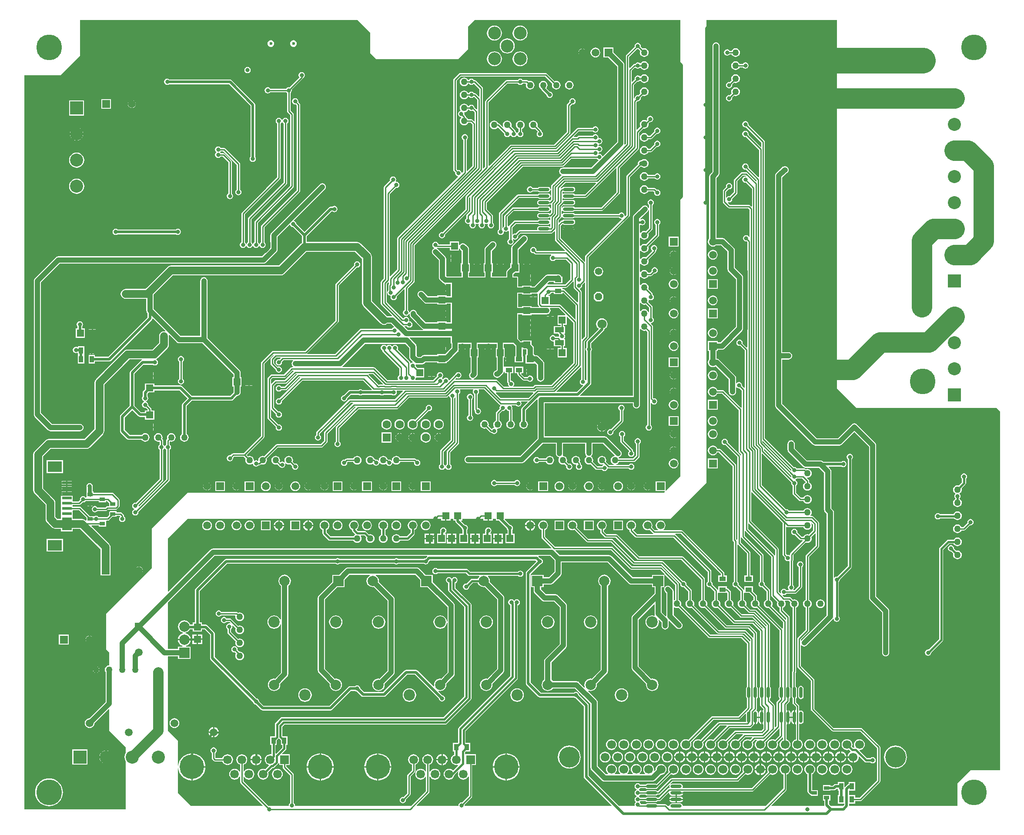
<source format=gbl>
G04 Layer_Physical_Order=2*
G04 Layer_Color=16711680*
%FSLAX24Y24*%
%MOIN*%
G70*
G01*
G75*
%ADD18R,0.0532X0.0571*%
%ADD19R,0.0335X0.0512*%
%ADD21R,0.0571X0.0532*%
%ADD27O,0.0236X0.0866*%
%ADD28R,0.0512X0.0335*%
%ADD33O,0.0866X0.0236*%
%ADD57R,0.0394X0.0276*%
%ADD63C,0.0394*%
%ADD64C,0.0787*%
%ADD65C,0.0100*%
%ADD66C,0.0197*%
%ADD67C,0.0151*%
%ADD68C,0.0354*%
%ADD69C,0.0150*%
%ADD71C,0.0206*%
%ADD73C,0.0315*%
%ADD74C,0.0591*%
%ADD75C,0.1575*%
%ADD90R,0.0500X0.0500*%
%ADD91R,0.1000X0.0500*%
%ADD96R,0.0500X0.0900*%
%ADD97R,0.0850X0.0850*%
%ADD99R,0.0591X0.0591*%
%ADD100C,0.0591*%
%ADD101C,0.1000*%
%ADD102R,0.1000X0.1000*%
%ADD103C,0.0787*%
%ADD104C,0.0866*%
%ADD105C,0.1969*%
%ADD106R,0.0787X0.0787*%
%ADD107R,0.0591X0.0591*%
%ADD108R,0.1000X0.1000*%
%ADD109C,0.0984*%
%ADD110C,0.0709*%
%ADD111R,0.0787X0.0787*%
%ADD112C,0.0630*%
%ADD113R,0.0630X0.0630*%
%ADD114C,0.0551*%
%ADD115P,0.0597X8X112.5*%
%ADD116C,0.1874*%
%ADD117R,0.0665X0.0665*%
%ADD118C,0.0665*%
%ADD119C,0.1594*%
%ADD120C,0.0669*%
%ADD121C,0.0236*%
%ADD122C,0.0315*%
%ADD123C,0.1181*%
%ADD124R,0.0709X0.0394*%
%ADD125R,0.0748X0.0236*%
%ADD126R,0.1102X0.0827*%
%ADD127C,0.0500*%
%ADD128C,0.1969*%
%ADD129R,0.3300X0.3900*%
%ADD130R,0.0500X0.0750*%
%ADD131R,0.0800X0.0800*%
%ADD132R,0.5000X0.5000*%
%ADD133R,0.1400X0.3250*%
G36*
X46000Y21500D02*
X44924Y20424D01*
X44874Y20445D01*
Y21124D01*
X44126D01*
Y20376D01*
X44805D01*
X44826Y20326D01*
X44750Y20250D01*
X8250D01*
X5500Y17500D01*
Y14500D01*
X2000Y11000D01*
Y8250D01*
X2250Y8000D01*
Y7032D01*
X2164Y7020D01*
X2084Y6987D01*
X2016Y6934D01*
X1963Y6866D01*
X1930Y6786D01*
X1918Y6700D01*
X1930Y6614D01*
X1963Y6534D01*
X1972Y6522D01*
Y4215D01*
X732Y2975D01*
X652Y2964D01*
X561Y2927D01*
X483Y2867D01*
X423Y2789D01*
X386Y2698D01*
X373Y2600D01*
X386Y2502D01*
X423Y2411D01*
X483Y2333D01*
X561Y2273D01*
X652Y2236D01*
X750Y2223D01*
X848Y2236D01*
X939Y2273D01*
X1017Y2333D01*
X1077Y2411D01*
X1114Y2502D01*
X1125Y2582D01*
X2204Y3661D01*
X2250Y3642D01*
Y2000D01*
X3500Y750D01*
Y299D01*
X3494Y292D01*
X3436Y151D01*
X3416Y0D01*
X3436Y-151D01*
X3494Y-292D01*
X3500Y-299D01*
Y-4000D01*
X-4250D01*
Y52250D01*
X-1500D01*
X0Y53750D01*
Y56500D01*
X21250D01*
X21500Y56250D01*
X22250Y55500D01*
Y53950D01*
X22700Y53500D01*
X29000D01*
X29750Y54250D01*
Y56000D01*
X30250Y56500D01*
X46000D01*
Y21500D01*
D02*
G37*
G36*
X51031Y44533D02*
X51007Y44489D01*
X51000Y44491D01*
X50908Y44473D01*
X50830Y44420D01*
X50777Y44342D01*
X50759Y44250D01*
X50777Y44158D01*
X50830Y44080D01*
X50908Y44027D01*
X51000Y44009D01*
X51046Y44018D01*
X51498Y43566D01*
Y42225D01*
X51452Y42206D01*
X51364Y42293D01*
X51322Y42321D01*
X51272Y42331D01*
X49804D01*
X49659Y42476D01*
X49684Y42522D01*
X49750Y42509D01*
X49842Y42527D01*
X49920Y42580D01*
X49973Y42658D01*
X49991Y42750D01*
X49982Y42796D01*
X50343Y43157D01*
X50371Y43200D01*
X50381Y43250D01*
Y44146D01*
X50804Y44569D01*
X50996D01*
X51031Y44533D01*
D02*
G37*
G36*
X54518Y22046D02*
X54509Y22000D01*
X54511Y21993D01*
X54467Y21969D01*
X52297Y24139D01*
Y24202D01*
X52343Y24222D01*
X54518Y22046D01*
D02*
G37*
G36*
Y21546D02*
X54509Y21500D01*
X54511Y21493D01*
X54467Y21469D01*
X52424Y23512D01*
Y23575D01*
X52470Y23594D01*
X54518Y21546D01*
D02*
G37*
G36*
X56190Y17822D02*
Y17376D01*
X55870Y17056D01*
X55836Y17070D01*
X55750Y17082D01*
X55664Y17070D01*
X55584Y17037D01*
X55516Y16984D01*
X55463Y16916D01*
X55449Y16881D01*
X55304D01*
X54982Y17204D01*
X54991Y17250D01*
X54973Y17342D01*
X54920Y17420D01*
X54842Y17473D01*
X54750Y17491D01*
X54658Y17473D01*
X54580Y17420D01*
X54527Y17342D01*
X54509Y17250D01*
X54527Y17158D01*
X54580Y17080D01*
X54658Y17027D01*
X54750Y17009D01*
X54796Y17018D01*
X55157Y16657D01*
X55200Y16629D01*
X55250Y16619D01*
X55368D01*
X55387Y16573D01*
X54443Y15629D01*
X54415Y15586D01*
X54405Y15536D01*
Y15484D01*
X54361Y15460D01*
X54342Y15473D01*
X54250Y15491D01*
X54204Y15482D01*
X54126Y15560D01*
Y17611D01*
X54176Y17638D01*
X54189Y17629D01*
X54240Y17619D01*
X55449D01*
X55463Y17584D01*
X55516Y17516D01*
X55584Y17463D01*
X55664Y17430D01*
X55750Y17418D01*
X55836Y17430D01*
X55916Y17463D01*
X55984Y17516D01*
X56037Y17584D01*
X56070Y17664D01*
X56082Y17750D01*
X56070Y17836D01*
X56046Y17895D01*
X56088Y17924D01*
X56190Y17822D01*
D02*
G37*
G36*
X53269Y15896D02*
Y15484D01*
X53222Y15454D01*
X53219Y15454D01*
X53193Y15493D01*
X51203Y17483D01*
Y17891D01*
X51253Y17912D01*
X53269Y15896D01*
D02*
G37*
G36*
X26601Y15408D02*
X26610Y15372D01*
X26474Y15236D01*
X26408Y15223D01*
X26353Y15185D01*
X24398D01*
X24342Y15223D01*
X24250Y15241D01*
X24158Y15223D01*
X24103Y15185D01*
X19898D01*
X19842Y15223D01*
X19750Y15241D01*
X19658Y15223D01*
X19603Y15185D01*
X11200D01*
X11129Y15171D01*
X11069Y15131D01*
X8869Y12931D01*
X8829Y12871D01*
X8815Y12800D01*
Y10307D01*
X8636D01*
Y10148D01*
X8450D01*
X8413Y10238D01*
X8337Y10337D01*
X8238Y10413D01*
X8123Y10460D01*
X8000Y10477D01*
X7877Y10460D01*
X7762Y10413D01*
X7663Y10337D01*
X7587Y10238D01*
X7540Y10123D01*
X7523Y10000D01*
X7540Y9877D01*
X7587Y9762D01*
X7663Y9663D01*
X7762Y9587D01*
X7877Y9540D01*
X7905Y9536D01*
Y9486D01*
X7871Y9481D01*
X7751Y9431D01*
X7648Y9352D01*
X7569Y9249D01*
X7519Y9129D01*
X7509Y9050D01*
X8000D01*
X8491D01*
X8481Y9129D01*
X8431Y9249D01*
X8352Y9352D01*
X8249Y9431D01*
X8129Y9481D01*
X8095Y9486D01*
Y9536D01*
X8123Y9540D01*
X8238Y9587D01*
X8337Y9663D01*
X8413Y9762D01*
X8419Y9777D01*
X8636D01*
Y9618D01*
X9364D01*
Y9777D01*
X9561D01*
X9965Y9373D01*
Y8800D01*
X9969Y8776D01*
Y7600D01*
X9983Y7531D01*
X10022Y7472D01*
X13263Y4232D01*
X13277Y4158D01*
X13330Y4080D01*
X13408Y4027D01*
X13482Y4013D01*
X13872Y3622D01*
X13931Y3583D01*
X14000Y3569D01*
X19200D01*
X19269Y3583D01*
X19328Y3622D01*
X20775Y5069D01*
X21095D01*
X21158Y5027D01*
X21223Y5014D01*
X21569Y4669D01*
X21629Y4629D01*
X21700Y4615D01*
X23300D01*
X23371Y4629D01*
X23431Y4669D01*
X25077Y6315D01*
X25673D01*
X27514Y4473D01*
X27527Y4408D01*
X27580Y4330D01*
X27658Y4277D01*
X27750Y4259D01*
X27842Y4277D01*
X27920Y4330D01*
X27973Y4408D01*
X27991Y4500D01*
X27973Y4592D01*
X27920Y4670D01*
X27842Y4723D01*
X27777Y4736D01*
X27485Y5027D01*
X27508Y5075D01*
X27612Y5061D01*
X27736Y5077D01*
X27850Y5125D01*
X27949Y5200D01*
X28025Y5299D01*
X28072Y5414D01*
X28089Y5537D01*
X28079Y5611D01*
X28647Y6179D01*
X28691Y6236D01*
X28719Y6303D01*
X28728Y6375D01*
Y11609D01*
X28719Y11681D01*
X28691Y11748D01*
X28647Y11806D01*
X27032Y13421D01*
Y13972D01*
X26480D01*
X26006Y14447D01*
X25948Y14491D01*
X25881Y14519D01*
X25809Y14528D01*
X20559D01*
X20487Y14519D01*
X20420Y14491D01*
X20363Y14447D01*
X19888Y13972D01*
X19337D01*
Y13421D01*
X18303Y12387D01*
X18259Y12330D01*
X18232Y12263D01*
X18222Y12191D01*
Y6650D01*
X18232Y6578D01*
X18259Y6511D01*
X18303Y6453D01*
X19145Y5611D01*
X19136Y5537D01*
X19152Y5414D01*
X19200Y5299D01*
X19275Y5200D01*
X19374Y5125D01*
X19489Y5077D01*
X19612Y5061D01*
X19736Y5077D01*
X19850Y5125D01*
X19949Y5200D01*
X20025Y5299D01*
X20072Y5414D01*
X20089Y5537D01*
X20072Y5661D01*
X20025Y5776D01*
X19949Y5874D01*
X19850Y5950D01*
X19736Y5998D01*
X19612Y6014D01*
X19539Y6004D01*
X18778Y6765D01*
Y12076D01*
X19730Y13028D01*
X20282D01*
Y13579D01*
X20674Y13972D01*
X22215D01*
X22225Y13922D01*
X22203Y13913D01*
X22104Y13837D01*
X22028Y13738D01*
X21981Y13623D01*
X21964Y13500D01*
X21981Y13377D01*
X22028Y13262D01*
X22104Y13163D01*
X22203Y13087D01*
X22318Y13040D01*
X22441Y13023D01*
X22515Y13033D01*
X23572Y11976D01*
Y6615D01*
X22961Y6004D01*
X22888Y6014D01*
X22764Y5998D01*
X22650Y5950D01*
X22551Y5874D01*
X22475Y5776D01*
X22428Y5661D01*
X22411Y5537D01*
X22428Y5414D01*
X22475Y5299D01*
X22551Y5200D01*
X22650Y5125D01*
X22764Y5077D01*
X22888Y5061D01*
X23011Y5077D01*
X23126Y5125D01*
X23225Y5200D01*
X23300Y5299D01*
X23348Y5414D01*
X23364Y5537D01*
X23355Y5611D01*
X24047Y6303D01*
X24091Y6361D01*
X24118Y6428D01*
X24128Y6500D01*
Y12091D01*
X24118Y12163D01*
X24091Y12230D01*
X24047Y12287D01*
X22908Y13426D01*
X22917Y13500D01*
X22901Y13623D01*
X22854Y13738D01*
X22778Y13837D01*
X22679Y13913D01*
X22657Y13922D01*
X22667Y13972D01*
X25694D01*
X26087Y13579D01*
Y13028D01*
X26638D01*
X28172Y11494D01*
Y10392D01*
X28122Y10389D01*
X28111Y10474D01*
X28059Y10599D01*
X27977Y10706D01*
X27870Y10788D01*
X27746Y10839D01*
X27612Y10857D01*
X27479Y10839D01*
X27354Y10788D01*
X27247Y10706D01*
X27165Y10599D01*
X27114Y10474D01*
X27096Y10341D01*
X27114Y10207D01*
X27165Y10082D01*
X27247Y9976D01*
X27354Y9893D01*
X27479Y9842D01*
X27612Y9824D01*
X27746Y9842D01*
X27870Y9893D01*
X27977Y9976D01*
X28059Y10082D01*
X28111Y10207D01*
X28122Y10292D01*
X28172Y10289D01*
Y6490D01*
X27686Y6004D01*
X27612Y6014D01*
X27489Y5998D01*
X27374Y5950D01*
X27275Y5874D01*
X27200Y5776D01*
X27152Y5661D01*
X27136Y5537D01*
X27149Y5434D01*
X27102Y5410D01*
X25881Y6631D01*
X25821Y6671D01*
X25750Y6685D01*
X25000D01*
X24929Y6671D01*
X24869Y6631D01*
X23223Y4985D01*
X21777D01*
X21486Y5277D01*
X21473Y5342D01*
X21420Y5420D01*
X21342Y5473D01*
X21250Y5491D01*
X21158Y5473D01*
X21095Y5431D01*
X20700D01*
X20631Y5417D01*
X20572Y5378D01*
X19125Y3931D01*
X14075D01*
X13737Y4268D01*
X13723Y4342D01*
X13670Y4420D01*
X13592Y4473D01*
X13518Y4487D01*
X10331Y7675D01*
Y8776D01*
X10335Y8800D01*
Y9450D01*
X10321Y9521D01*
X10281Y9581D01*
X9769Y10094D01*
X9708Y10134D01*
X9637Y10148D01*
X9364D01*
Y10307D01*
X9185D01*
Y12723D01*
X11277Y14815D01*
X19603D01*
X19658Y14777D01*
X19750Y14759D01*
X19842Y14777D01*
X19898Y14815D01*
X24103D01*
X24158Y14777D01*
X24250Y14759D01*
X24342Y14777D01*
X24398Y14815D01*
X26353D01*
X26408Y14777D01*
X26500Y14759D01*
X26592Y14777D01*
X26671Y14830D01*
X26723Y14908D01*
X26736Y14973D01*
X26827Y15065D01*
X34923D01*
X34988Y15000D01*
X34219Y14231D01*
X34179Y14171D01*
X34165Y14100D01*
Y5650D01*
X34179Y5579D01*
X34219Y5519D01*
X35119Y4619D01*
X35179Y4579D01*
X35250Y4565D01*
X37852D01*
X37908Y4527D01*
X37973Y4514D01*
X38615Y3873D01*
Y-1500D01*
X38629Y-1571D01*
X38669Y-1631D01*
X40742Y-3704D01*
X40722Y-3750D01*
X29520D01*
X29489Y-3711D01*
X29491Y-3700D01*
X29482Y-3654D01*
X30024Y-3112D01*
X30052Y-3069D01*
X30062Y-3019D01*
Y-612D01*
X30343D01*
Y211D01*
X29557D01*
X29520Y211D01*
X29507Y255D01*
Y372D01*
X29550Y415D01*
X29909D01*
Y1085D01*
X29557D01*
Y1982D01*
X33511Y5936D01*
X33545Y5986D01*
X33557Y6046D01*
Y11624D01*
X33575Y11627D01*
X33653Y11680D01*
X33705Y11758D01*
X33723Y11850D01*
X33705Y11942D01*
X33653Y12020D01*
X33575Y12073D01*
X33482Y12091D01*
X33390Y12073D01*
X33312Y12020D01*
X33300Y12002D01*
X33250D01*
X33238Y12020D01*
X33160Y12073D01*
X33068Y12091D01*
X32975Y12073D01*
X32897Y12020D01*
X32845Y11942D01*
X32827Y11850D01*
X32845Y11758D01*
X32897Y11680D01*
X32975Y11627D01*
X32993Y11624D01*
Y6215D01*
X29039Y2261D01*
X29005Y2210D01*
X28993Y2150D01*
Y1128D01*
X28950Y1085D01*
X28591D01*
Y415D01*
X28680D01*
Y178D01*
X28633Y159D01*
X28547Y93D01*
X28481Y7D01*
X28440Y-93D01*
X28426Y-201D01*
X28440Y-308D01*
X28481Y-408D01*
X28547Y-494D01*
X28633Y-560D01*
X28733Y-602D01*
X28841Y-616D01*
X28948Y-602D01*
X28962Y-596D01*
X28990Y-638D01*
X28602Y-1026D01*
X28589Y-1025D01*
X28503Y-960D01*
X28403Y-918D01*
X28295Y-904D01*
X28188Y-918D01*
X28088Y-960D01*
X28002Y-1025D01*
X27936Y-1111D01*
X27894Y-1212D01*
X27880Y-1319D01*
X27894Y-1426D01*
X27936Y-1526D01*
X28002Y-1612D01*
X28088Y-1678D01*
X28188Y-1720D01*
X28295Y-1734D01*
X28403Y-1720D01*
X28503Y-1678D01*
X28589Y-1612D01*
X28655Y-1526D01*
X28696Y-1426D01*
X28704Y-1368D01*
X28985Y-1086D01*
X29026Y-1111D01*
X28985Y-1212D01*
X28971Y-1319D01*
X28985Y-1426D01*
X29026Y-1526D01*
X29092Y-1612D01*
X29178Y-1678D01*
X29278Y-1720D01*
X29386Y-1734D01*
X29493Y-1720D01*
X29593Y-1678D01*
X29679Y-1612D01*
X29745Y-1526D01*
X29750Y-1515D01*
X29800Y-1525D01*
Y-2965D01*
X29296Y-3468D01*
X29250Y-3459D01*
X29158Y-3477D01*
X29080Y-3530D01*
X29027Y-3608D01*
X29009Y-3700D01*
X29011Y-3711D01*
X28980Y-3750D01*
X25820D01*
X25801Y-3704D01*
X26752Y-2752D01*
X26781Y-2710D01*
X26791Y-2659D01*
Y-1525D01*
X26841Y-1515D01*
X26845Y-1526D01*
X26911Y-1612D01*
X26997Y-1678D01*
X27097Y-1720D01*
X27205Y-1734D01*
X27312Y-1720D01*
X27412Y-1678D01*
X27498Y-1612D01*
X27564Y-1526D01*
X27606Y-1426D01*
X27620Y-1319D01*
X27606Y-1212D01*
X27564Y-1111D01*
X27498Y-1025D01*
X27412Y-960D01*
X27312Y-918D01*
X27205Y-904D01*
X27097Y-918D01*
X26997Y-960D01*
X26911Y-1025D01*
X26845Y-1111D01*
X26841Y-1123D01*
X26791Y-1113D01*
Y-592D01*
X26867Y-560D01*
X26953Y-494D01*
X27019Y-408D01*
X27060Y-308D01*
X27074Y-201D01*
X27060Y-93D01*
X27019Y7D01*
X26953Y93D01*
X26867Y159D01*
X26767Y200D01*
X26659Y214D01*
X26552Y200D01*
X26452Y159D01*
X26366Y93D01*
X26300Y7D01*
X26259Y-93D01*
X26244Y-201D01*
X26259Y-308D01*
X26300Y-408D01*
X26366Y-494D01*
X26452Y-560D01*
X26528Y-592D01*
Y-1113D01*
X26478Y-1123D01*
X26474Y-1111D01*
X26408Y-1025D01*
X26322Y-960D01*
X26222Y-918D01*
X26114Y-904D01*
X26007Y-918D01*
X25907Y-960D01*
X25821Y-1025D01*
X25755Y-1111D01*
X25713Y-1212D01*
X25699Y-1319D01*
X25713Y-1426D01*
X25755Y-1526D01*
X25821Y-1612D01*
X25907Y-1678D01*
X26007Y-1720D01*
X26114Y-1734D01*
X26222Y-1720D01*
X26322Y-1678D01*
X26408Y-1612D01*
X26474Y-1526D01*
X26478Y-1515D01*
X26528Y-1525D01*
Y-2605D01*
X25383Y-3750D01*
X16520D01*
X16489Y-3711D01*
X16491Y-3700D01*
X16473Y-3608D01*
X16420Y-3530D01*
X16381Y-3504D01*
Y-1350D01*
X16371Y-1300D01*
X16343Y-1257D01*
X15812Y-727D01*
Y-612D01*
X16093D01*
Y211D01*
X15497D01*
X15478Y257D01*
X15774Y553D01*
X15808Y604D01*
X15820Y664D01*
Y915D01*
X15909D01*
Y1585D01*
X15550D01*
X15507Y1628D01*
Y2335D01*
X15665Y2493D01*
X28004D01*
X28064Y2505D01*
X28114Y2539D01*
X28188Y2612D01*
X28188Y2612D01*
X29961Y4386D01*
X29995Y4436D01*
X30007Y4496D01*
Y11675D01*
X29995Y11735D01*
X29961Y11786D01*
X28782Y12965D01*
Y13324D01*
X28800Y13327D01*
X28878Y13380D01*
X28930Y13458D01*
X28949Y13550D01*
X28930Y13642D01*
X28878Y13720D01*
X28800Y13773D01*
X28708Y13791D01*
X28616Y13773D01*
X28537Y13720D01*
X28525Y13702D01*
X28475D01*
X28463Y13720D01*
X28385Y13773D01*
X28293Y13791D01*
X28201Y13773D01*
X28123Y13720D01*
X28070Y13642D01*
X28052Y13550D01*
X28070Y13458D01*
X28123Y13380D01*
X28201Y13327D01*
X28219Y13324D01*
Y12796D01*
X28231Y12736D01*
X28264Y12686D01*
X29443Y11507D01*
Y4665D01*
X27835Y3057D01*
X15496D01*
X15436Y3045D01*
X15386Y3011D01*
X14989Y2614D01*
X14955Y2564D01*
X14943Y2504D01*
Y1585D01*
X14591D01*
Y915D01*
X14680D01*
Y240D01*
X14642Y207D01*
X14591Y214D01*
X14483Y200D01*
X14383Y159D01*
X14297Y93D01*
X14231Y7D01*
X14190Y-93D01*
X14176Y-201D01*
X14190Y-308D01*
X14231Y-408D01*
X14297Y-494D01*
X14383Y-560D01*
X14474Y-598D01*
X14495Y-648D01*
X14203Y-939D01*
X14153Y-918D01*
X14045Y-904D01*
X13938Y-918D01*
X13838Y-960D01*
X13752Y-1025D01*
X13686Y-1111D01*
X13644Y-1212D01*
X13630Y-1319D01*
X13644Y-1426D01*
X13686Y-1526D01*
X13752Y-1612D01*
X13838Y-1678D01*
X13938Y-1720D01*
X14045Y-1734D01*
X14153Y-1720D01*
X14253Y-1678D01*
X14339Y-1612D01*
X14405Y-1526D01*
X14446Y-1426D01*
X14460Y-1319D01*
X14446Y-1212D01*
X14425Y-1161D01*
X14742Y-844D01*
X14792D01*
X14852Y-832D01*
X14903Y-798D01*
X15188Y-513D01*
X15220Y-465D01*
X15223Y-465D01*
X15270Y-492D01*
Y-612D01*
X15550D01*
Y-781D01*
X15560Y-831D01*
X15588Y-874D01*
X16119Y-1404D01*
Y-3504D01*
X16080Y-3530D01*
X16027Y-3608D01*
X16009Y-3700D01*
X16011Y-3711D01*
X15980Y-3750D01*
X14436D01*
X12541Y-1855D01*
Y-1525D01*
X12591Y-1515D01*
X12595Y-1526D01*
X12661Y-1612D01*
X12747Y-1678D01*
X12847Y-1720D01*
X12955Y-1734D01*
X13062Y-1720D01*
X13162Y-1678D01*
X13248Y-1612D01*
X13314Y-1526D01*
X13356Y-1426D01*
X13370Y-1319D01*
X13356Y-1212D01*
X13314Y-1111D01*
X13248Y-1025D01*
X13162Y-960D01*
X13062Y-918D01*
X12955Y-904D01*
X12847Y-918D01*
X12747Y-960D01*
X12661Y-1025D01*
X12595Y-1111D01*
X12591Y-1123D01*
X12541Y-1113D01*
Y-592D01*
X12617Y-560D01*
X12703Y-494D01*
X12769Y-408D01*
X12810Y-308D01*
X12824Y-201D01*
X12810Y-93D01*
X12769Y7D01*
X12703Y93D01*
X12617Y159D01*
X12517Y200D01*
X12409Y214D01*
X12302Y200D01*
X12202Y159D01*
X12116Y93D01*
X12050Y7D01*
X12009Y-93D01*
X11994Y-201D01*
X12009Y-308D01*
X12050Y-408D01*
X12116Y-494D01*
X12202Y-560D01*
X12278Y-592D01*
Y-1113D01*
X12228Y-1123D01*
X12224Y-1111D01*
X12158Y-1025D01*
X12072Y-960D01*
X11972Y-918D01*
X11864Y-904D01*
X11757Y-918D01*
X11657Y-960D01*
X11571Y-1025D01*
X11505Y-1111D01*
X11463Y-1212D01*
X11449Y-1319D01*
X11463Y-1426D01*
X11505Y-1526D01*
X11571Y-1612D01*
X11657Y-1678D01*
X11757Y-1720D01*
X11864Y-1734D01*
X11972Y-1720D01*
X12072Y-1678D01*
X12158Y-1612D01*
X12224Y-1526D01*
X12228Y-1515D01*
X12278Y-1525D01*
Y-1909D01*
X12288Y-1960D01*
X12317Y-2002D01*
X14018Y-3704D01*
X13999Y-3750D01*
X8500D01*
X7500Y-2750D01*
Y-883D01*
X7550Y-881D01*
X7553Y-923D01*
X7591Y-1081D01*
X7654Y-1232D01*
X7739Y-1371D01*
X7845Y-1495D01*
X7969Y-1601D01*
X8108Y-1687D01*
X8259Y-1749D01*
X8418Y-1787D01*
X8531Y-1796D01*
Y-760D01*
Y276D01*
X8418Y268D01*
X8259Y229D01*
X8108Y167D01*
X7969Y82D01*
X7845Y-24D01*
X7739Y-148D01*
X7654Y-288D01*
X7591Y-438D01*
X7553Y-597D01*
X7550Y-639D01*
X7500Y-637D01*
Y1250D01*
X6750Y2000D01*
Y7722D01*
X7528D01*
Y7528D01*
X8472D01*
Y8472D01*
X8141D01*
X8129Y8519D01*
X8249Y8569D01*
X8352Y8648D01*
X8431Y8751D01*
X8481Y8871D01*
X8491Y8950D01*
X8000D01*
X7509D01*
X7519Y8871D01*
X7569Y8751D01*
X7648Y8648D01*
X7751Y8569D01*
X7871Y8519D01*
X7859Y8472D01*
X7528D01*
Y8278D01*
X6750D01*
Y11841D01*
X10331Y15422D01*
X26591D01*
X26601Y15408D01*
D02*
G37*
G36*
X42157Y14407D02*
X42200Y14379D01*
X42250Y14369D01*
X44474D01*
X44707Y14136D01*
X44710Y14118D01*
X44739Y14076D01*
X44799Y14015D01*
X44771Y13972D01*
X43837D01*
Y13778D01*
X42365D01*
X40747Y15397D01*
X40689Y15441D01*
X40622Y15468D01*
X40550Y15478D01*
X36765D01*
X36421Y15823D01*
X36440Y15869D01*
X40696D01*
X42157Y14407D01*
D02*
G37*
G36*
X50681Y16846D02*
X50707Y16807D01*
X52119Y15396D01*
Y13446D01*
X52080Y13420D01*
X52027Y13342D01*
X52009Y13250D01*
X52027Y13158D01*
X52080Y13080D01*
X52158Y13027D01*
X52250Y13009D01*
X52296Y13018D01*
X52619Y12696D01*
Y12051D01*
X52584Y12037D01*
X52516Y11984D01*
X52463Y11916D01*
X52430Y11836D01*
X52418Y11750D01*
X52430Y11664D01*
X52463Y11584D01*
X52516Y11516D01*
X52584Y11463D01*
X52664Y11430D01*
X52750Y11418D01*
X52791Y11424D01*
X53869Y10346D01*
Y9888D01*
X53819Y9867D01*
X52056Y11630D01*
X52070Y11664D01*
X52082Y11750D01*
X52070Y11836D01*
X52037Y11916D01*
X51984Y11984D01*
X51916Y12037D01*
X51881Y12051D01*
Y12337D01*
X51871Y12387D01*
X51843Y12429D01*
X51585Y12688D01*
Y13083D01*
X50915D01*
Y12817D01*
X50908Y12814D01*
X50865Y12809D01*
X50843Y12843D01*
X50482Y13204D01*
X50491Y13250D01*
X50473Y13342D01*
X50420Y13420D01*
X50381Y13446D01*
Y16262D01*
X50431Y16283D01*
X51119Y15596D01*
Y13909D01*
X50915D01*
Y13417D01*
X51585D01*
Y13909D01*
X51381D01*
Y15650D01*
X51371Y15700D01*
X51343Y15743D01*
X50631Y16454D01*
Y16816D01*
X50678Y16846D01*
X50681Y16846D01*
D02*
G37*
G36*
X53863Y17941D02*
Y15506D01*
X53873Y15455D01*
X53902Y15413D01*
X54018Y15296D01*
X54009Y15250D01*
X54027Y15158D01*
X54080Y15080D01*
X54158Y15027D01*
X54250Y15009D01*
X54319Y15023D01*
X54369Y14990D01*
Y13196D01*
X54330Y13170D01*
X54277Y13092D01*
X54259Y13000D01*
X54277Y12908D01*
X54329Y12831D01*
X54324Y12808D01*
X54316Y12781D01*
X54146D01*
X54120Y12820D01*
X54042Y12873D01*
X53950Y12891D01*
X53858Y12873D01*
X53780Y12820D01*
X53727Y12742D01*
X53709Y12650D01*
X53722Y12584D01*
X53676Y12559D01*
X53531Y12704D01*
Y15950D01*
X53521Y16000D01*
X53493Y16043D01*
X51431Y18104D01*
Y20302D01*
X51481Y20323D01*
X53863Y17941D01*
D02*
G37*
G36*
X45619Y13196D02*
Y12051D01*
X45584Y12037D01*
X45552Y12013D01*
X45502Y12037D01*
Y12676D01*
X45493Y12748D01*
X45465Y12815D01*
X45421Y12872D01*
X45247Y13047D01*
X45189Y13091D01*
X45122Y13118D01*
X45050Y13128D01*
X44978Y13118D01*
X44911Y13091D01*
X44853Y13047D01*
X44823Y13007D01*
X44781Y13035D01*
Y13962D01*
X44824Y13990D01*
X45619Y13196D01*
D02*
G37*
G36*
X44809Y12989D02*
X44809Y12989D01*
X44781Y12922D01*
X44772Y12850D01*
X44781Y12778D01*
X44809Y12711D01*
X44853Y12653D01*
X44946Y12560D01*
Y10817D01*
X44896Y10797D01*
X44587Y11106D01*
Y12409D01*
Y13028D01*
X44776D01*
X44809Y12989D01*
D02*
G37*
G36*
X52969Y15346D02*
Y12400D01*
X52979Y12350D01*
X53007Y12307D01*
X53444Y11870D01*
X53430Y11836D01*
X53418Y11750D01*
X53430Y11664D01*
X53463Y11584D01*
X53516Y11516D01*
X53584Y11463D01*
X53619Y11449D01*
Y11221D01*
X53629Y11171D01*
X53657Y11128D01*
X54119Y10667D01*
Y10538D01*
X54069Y10517D01*
X53022Y11564D01*
X53037Y11584D01*
X53070Y11664D01*
X53082Y11750D01*
X53070Y11836D01*
X53037Y11916D01*
X52984Y11984D01*
X52916Y12037D01*
X52881Y12051D01*
Y12750D01*
X52871Y12800D01*
X52843Y12843D01*
X52482Y13204D01*
X52491Y13250D01*
X52473Y13342D01*
X52420Y13420D01*
X52381Y13446D01*
Y15450D01*
X52371Y15500D01*
X52343Y15543D01*
X50931Y16954D01*
Y17317D01*
X50969Y17332D01*
X50981Y17333D01*
X52969Y15346D01*
D02*
G37*
G36*
X58000Y28250D02*
X59500Y26750D01*
X70250D01*
X70500Y26500D01*
Y-1000D01*
X68250D01*
X67250Y-2000D01*
Y-3750D01*
X58931D01*
Y-3585D01*
X59409D01*
Y-3381D01*
X59800D01*
X59850Y-3371D01*
X59893Y-3343D01*
X61293Y-1943D01*
X61321Y-1900D01*
X61331Y-1850D01*
Y750D01*
X61321Y800D01*
X61293Y843D01*
X59943Y2193D01*
X59900Y2221D01*
X59850Y2231D01*
X57757D01*
X56283Y3706D01*
Y5899D01*
X56273Y5949D01*
X56244Y5991D01*
X55231Y7004D01*
Y8565D01*
X55281Y8582D01*
X55303Y8553D01*
X55361Y8509D01*
X55428Y8482D01*
X55500Y8472D01*
X55572Y8482D01*
X55639Y8509D01*
X55697Y8553D01*
X57697Y10553D01*
X57713Y10575D01*
X57767Y10563D01*
X57777Y10508D01*
X57830Y10430D01*
X57908Y10377D01*
X58000Y10359D01*
X58092Y10377D01*
X58170Y10430D01*
X58223Y10508D01*
X58241Y10600D01*
X58223Y10692D01*
X58170Y10770D01*
X58157Y10779D01*
Y13421D01*
X58170Y13430D01*
X58223Y13508D01*
X58241Y13600D01*
X58238Y13615D01*
X59111Y14489D01*
X59145Y14540D01*
X59157Y14600D01*
Y22821D01*
X59170Y22830D01*
X59223Y22908D01*
X59241Y23000D01*
X59223Y23092D01*
X59170Y23170D01*
X59092Y23223D01*
X59000Y23241D01*
X58908Y23223D01*
X58830Y23170D01*
X58777Y23092D01*
X58759Y23000D01*
X58777Y22908D01*
X58830Y22830D01*
X58843Y22821D01*
Y14665D01*
X58015Y13838D01*
X58000Y13841D01*
X57908Y13823D01*
X57830Y13770D01*
X57826Y13764D01*
X57778Y13779D01*
Y18750D01*
X57769Y18822D01*
X57741Y18889D01*
X57697Y18947D01*
X57578Y19065D01*
Y21900D01*
X57568Y21972D01*
X57541Y22039D01*
X57497Y22097D01*
X57375Y22218D01*
X57394Y22265D01*
X58352D01*
X58408Y22227D01*
X58500Y22209D01*
X58592Y22227D01*
X58670Y22280D01*
X58723Y22358D01*
X58741Y22450D01*
X58723Y22542D01*
X58670Y22620D01*
X58592Y22673D01*
X58500Y22691D01*
X58408Y22673D01*
X58352Y22635D01*
X56958D01*
X56947Y22647D01*
X56889Y22691D01*
X56822Y22719D01*
X56750Y22728D01*
X55715D01*
X54778Y23665D01*
Y24000D01*
X54769Y24072D01*
X54741Y24139D01*
X54697Y24197D01*
X54639Y24241D01*
X54572Y24269D01*
X54500Y24278D01*
X54428Y24269D01*
X54361Y24241D01*
X54303Y24197D01*
X54259Y24139D01*
X54232Y24072D01*
X54222Y24000D01*
Y23550D01*
X54232Y23478D01*
X54259Y23411D01*
X54303Y23353D01*
X55403Y22253D01*
X55461Y22209D01*
X55528Y22181D01*
X55600Y22172D01*
X56635D01*
X57022Y21785D01*
Y18950D01*
X57031Y18878D01*
X57059Y18811D01*
X57103Y18753D01*
X57222Y18635D01*
Y10865D01*
X55303Y8947D01*
X55281Y8918D01*
X55231Y8935D01*
Y8996D01*
X55843Y9607D01*
X55871Y9650D01*
X55881Y9700D01*
Y11449D01*
X55916Y11463D01*
X55984Y11516D01*
X56037Y11584D01*
X56070Y11664D01*
X56082Y11750D01*
X56070Y11836D01*
X56037Y11916D01*
X55984Y11984D01*
X55916Y12037D01*
X55881Y12051D01*
Y15346D01*
X56593Y16057D01*
X56621Y16100D01*
X56631Y16150D01*
Y17950D01*
X56621Y18000D01*
X56593Y18043D01*
X56193Y18443D01*
X56150Y18471D01*
X56100Y18481D01*
X56017D01*
X55997Y18531D01*
X56037Y18584D01*
X56070Y18664D01*
X56082Y18750D01*
X56070Y18836D01*
X56037Y18916D01*
X55984Y18984D01*
X55916Y19037D01*
X55836Y19070D01*
X55750Y19082D01*
X55664Y19070D01*
X55584Y19037D01*
X55516Y18984D01*
X55463Y18916D01*
X55449Y18881D01*
X54346D01*
X54320Y18920D01*
X54242Y18973D01*
X54150Y18991D01*
X54104Y18982D01*
X52231Y20854D01*
Y23268D01*
X52277Y23287D01*
X54518Y21046D01*
X54509Y21000D01*
X54527Y20908D01*
X54580Y20830D01*
X54619Y20804D01*
Y20200D01*
X54629Y20150D01*
X54657Y20107D01*
X55107Y19657D01*
X55150Y19629D01*
X55200Y19619D01*
X55449D01*
X55463Y19584D01*
X55516Y19516D01*
X55584Y19463D01*
X55664Y19430D01*
X55750Y19418D01*
X55836Y19430D01*
X55916Y19463D01*
X55984Y19516D01*
X56037Y19584D01*
X56070Y19664D01*
X56082Y19750D01*
X56070Y19836D01*
X56037Y19916D01*
X55984Y19984D01*
X55916Y20037D01*
X55836Y20070D01*
X55750Y20082D01*
X55664Y20070D01*
X55584Y20037D01*
X55516Y19984D01*
X55463Y19916D01*
X55449Y19881D01*
X55254D01*
X54881Y20254D01*
Y20804D01*
X54920Y20830D01*
X54973Y20908D01*
X54991Y21000D01*
X54973Y21092D01*
X54920Y21170D01*
X54842Y21223D01*
X54832Y21225D01*
Y21275D01*
X54842Y21277D01*
X54920Y21330D01*
X54946Y21369D01*
X55346D01*
X55617Y21098D01*
X55612Y21049D01*
X55584Y21037D01*
X55516Y20984D01*
X55463Y20916D01*
X55430Y20836D01*
X55418Y20750D01*
X55430Y20664D01*
X55463Y20584D01*
X55516Y20516D01*
X55584Y20463D01*
X55664Y20430D01*
X55750Y20418D01*
X55836Y20430D01*
X55916Y20463D01*
X55984Y20516D01*
X56037Y20584D01*
X56070Y20664D01*
X56082Y20750D01*
X56070Y20836D01*
X56037Y20916D01*
X55984Y20984D01*
X55916Y21037D01*
X55881Y21051D01*
Y21150D01*
X55871Y21200D01*
X55843Y21243D01*
X55713Y21373D01*
X55736Y21420D01*
X55750Y21418D01*
X55836Y21430D01*
X55916Y21463D01*
X55984Y21516D01*
X56037Y21584D01*
X56070Y21664D01*
X56082Y21750D01*
X56070Y21836D01*
X56037Y21916D01*
X55984Y21984D01*
X55916Y22037D01*
X55836Y22070D01*
X55750Y22082D01*
X55664Y22070D01*
X55630Y22056D01*
X55593Y22093D01*
X55550Y22121D01*
X55500Y22131D01*
X54946D01*
X54920Y22170D01*
X54842Y22223D01*
X54750Y22241D01*
X54704Y22232D01*
X52475Y24460D01*
Y47156D01*
X52465Y47206D01*
X52437Y47249D01*
X51232Y48454D01*
X51241Y48500D01*
X51223Y48592D01*
X51170Y48670D01*
X51092Y48723D01*
X51000Y48741D01*
X50908Y48723D01*
X50830Y48670D01*
X50777Y48592D01*
X50759Y48500D01*
X50777Y48408D01*
X50830Y48330D01*
X50908Y48277D01*
X51000Y48259D01*
X51046Y48268D01*
X52213Y47102D01*
Y46788D01*
X52167Y46769D01*
X51232Y47704D01*
X51241Y47750D01*
X51223Y47842D01*
X51170Y47920D01*
X51092Y47973D01*
X51000Y47991D01*
X50908Y47973D01*
X50830Y47920D01*
X50777Y47842D01*
X50759Y47750D01*
X50777Y47658D01*
X50830Y47580D01*
X50908Y47527D01*
X51000Y47509D01*
X51046Y47518D01*
X52034Y46530D01*
Y44467D01*
X51988Y44448D01*
X51232Y45204D01*
X51241Y45250D01*
X51223Y45342D01*
X51170Y45420D01*
X51092Y45473D01*
X51000Y45491D01*
X50908Y45473D01*
X50830Y45420D01*
X50777Y45342D01*
X50759Y45250D01*
X50777Y45158D01*
X50830Y45080D01*
X50908Y45027D01*
X51000Y45009D01*
X51046Y45018D01*
X51855Y44209D01*
Y44146D01*
X51809Y44126D01*
X51143Y44793D01*
X51100Y44821D01*
X51050Y44831D01*
X50750D01*
X50700Y44821D01*
X50657Y44793D01*
X50157Y44293D01*
X50129Y44250D01*
X50119Y44200D01*
Y43304D01*
X49796Y42982D01*
X49750Y42991D01*
X49658Y42973D01*
X49580Y42920D01*
X49560Y42891D01*
X49510Y42906D01*
Y43324D01*
X49704Y43518D01*
X49750Y43509D01*
X49842Y43527D01*
X49920Y43580D01*
X49973Y43658D01*
X49991Y43750D01*
X49973Y43842D01*
X49920Y43920D01*
X49842Y43973D01*
X49750Y43991D01*
X49658Y43973D01*
X49580Y43920D01*
X49527Y43842D01*
X49509Y43750D01*
X49518Y43704D01*
X49286Y43472D01*
X49257Y43429D01*
X49247Y43379D01*
Y42571D01*
X49257Y42521D01*
X49286Y42478D01*
X49657Y42107D01*
X49700Y42079D01*
X49750Y42069D01*
X51217D01*
X51319Y41967D01*
Y39879D01*
X51269Y39864D01*
X51231Y39920D01*
X51153Y39973D01*
X51061Y39991D01*
X50969Y39973D01*
X50891Y39920D01*
X50839Y39842D01*
X50820Y39750D01*
X50839Y39658D01*
X50891Y39580D01*
X50969Y39527D01*
X51061Y39509D01*
X51107Y39518D01*
X51140Y39485D01*
Y31411D01*
X51094Y31391D01*
X50782Y31704D01*
X50791Y31750D01*
X50773Y31842D01*
X50720Y31920D01*
X50642Y31973D01*
X50550Y31991D01*
X50458Y31973D01*
X50380Y31920D01*
X50327Y31842D01*
X50309Y31750D01*
X50327Y31658D01*
X50380Y31580D01*
X50458Y31527D01*
X50550Y31509D01*
X50596Y31518D01*
X50937Y31178D01*
Y28320D01*
X50887Y28299D01*
X50732Y28454D01*
X50741Y28500D01*
X50723Y28592D01*
X50670Y28670D01*
X50592Y28723D01*
X50500Y28741D01*
X50408Y28723D01*
X50330Y28670D01*
X50326Y28665D01*
X50278Y28679D01*
Y29050D01*
X50269Y29122D01*
X50241Y29189D01*
X50197Y29247D01*
X48997Y30447D01*
X48939Y30491D01*
X48872Y30519D01*
X48800Y30528D01*
X48778D01*
Y31126D01*
X48874D01*
Y31222D01*
X49200D01*
X49272Y31232D01*
X49339Y31259D01*
X49397Y31303D01*
X50747Y32653D01*
X50791Y32711D01*
X50819Y32778D01*
X50828Y32850D01*
Y33450D01*
Y36750D01*
X50819Y36822D01*
X50791Y36889D01*
X50747Y36947D01*
X50178Y37515D01*
Y38850D01*
X50168Y38922D01*
X50141Y38989D01*
X50097Y39047D01*
X49447Y39697D01*
X49389Y39741D01*
X49322Y39769D01*
X49250Y39778D01*
X48778D01*
Y44385D01*
X48947Y44553D01*
X48991Y44611D01*
X49019Y44678D01*
X49028Y44750D01*
Y46750D01*
Y49500D01*
Y52000D01*
Y54500D01*
X49019Y54572D01*
X48991Y54639D01*
X48947Y54697D01*
X48889Y54741D01*
X48822Y54769D01*
X48750Y54778D01*
X48678Y54769D01*
X48611Y54741D01*
X48553Y54697D01*
X48509Y54639D01*
X48481Y54572D01*
X48472Y54500D01*
Y52000D01*
Y49500D01*
Y46750D01*
Y44865D01*
X48303Y44697D01*
X48259Y44639D01*
X48232Y44572D01*
X48222Y44500D01*
Y39752D01*
X48173Y39689D01*
X48136Y39598D01*
X48123Y39500D01*
X48136Y39402D01*
X48173Y39311D01*
X48233Y39233D01*
X48311Y39173D01*
X48402Y39136D01*
X48500Y39123D01*
X48598Y39136D01*
X48689Y39173D01*
X48752Y39222D01*
X49135D01*
X49622Y38735D01*
Y37400D01*
X49632Y37328D01*
X49659Y37261D01*
X49703Y37203D01*
X50272Y36635D01*
Y33450D01*
Y32965D01*
X49085Y31778D01*
X48874D01*
Y31874D01*
X48126D01*
Y31126D01*
X48222D01*
Y30502D01*
X48173Y30439D01*
X48136Y30348D01*
X48123Y30250D01*
X48136Y30152D01*
X48173Y30061D01*
X48233Y29983D01*
X48311Y29923D01*
X48402Y29886D01*
X48500Y29873D01*
X48598Y29886D01*
X48689Y29923D01*
X48714Y29943D01*
X49722Y28935D01*
Y28400D01*
Y28000D01*
X49731Y27928D01*
X49759Y27861D01*
X49803Y27803D01*
X49861Y27759D01*
X49928Y27731D01*
X50000Y27722D01*
X50072Y27731D01*
X50139Y27759D01*
X50197Y27803D01*
X50241Y27861D01*
X50269Y27928D01*
X50278Y28000D01*
Y28317D01*
X50328Y28332D01*
X50330Y28330D01*
X50408Y28277D01*
X50500Y28259D01*
X50546Y28268D01*
X50708Y28106D01*
Y26798D01*
X50658Y26778D01*
X49343Y28093D01*
X49300Y28121D01*
X49250Y28131D01*
X48850D01*
X48827Y28189D01*
X48767Y28267D01*
X48689Y28327D01*
X48598Y28364D01*
X48500Y28377D01*
X48402Y28364D01*
X48311Y28327D01*
X48233Y28267D01*
X48173Y28189D01*
X48136Y28098D01*
X48123Y28000D01*
X48136Y27902D01*
X48173Y27811D01*
X48233Y27733D01*
X48311Y27673D01*
X48402Y27636D01*
X48500Y27623D01*
X48598Y27636D01*
X48689Y27673D01*
X48767Y27733D01*
X48827Y27811D01*
X48850Y27869D01*
X49196D01*
X50479Y26585D01*
Y23441D01*
X50489Y23390D01*
X50518Y23348D01*
X50663Y23202D01*
X50660Y23150D01*
X50622Y23126D01*
X50619Y23126D01*
X50593Y23165D01*
X49643Y24115D01*
X49652Y24161D01*
X49634Y24253D01*
X49581Y24331D01*
X49503Y24384D01*
X49411Y24402D01*
X49319Y24384D01*
X49241Y24331D01*
X49189Y24253D01*
X49170Y24161D01*
X49189Y24069D01*
X49241Y23991D01*
X49319Y23939D01*
X49411Y23920D01*
X49457Y23929D01*
X50369Y23018D01*
Y16688D01*
X50319Y16667D01*
X50281Y16704D01*
Y22350D01*
X50271Y22400D01*
X50243Y22443D01*
X49093Y23593D01*
X49050Y23621D01*
X49000Y23631D01*
X48850D01*
X48827Y23689D01*
X48767Y23767D01*
X48689Y23827D01*
X48598Y23864D01*
X48500Y23877D01*
X48402Y23864D01*
X48311Y23827D01*
X48233Y23767D01*
X48173Y23689D01*
X48136Y23598D01*
X48123Y23500D01*
X48136Y23402D01*
X48173Y23311D01*
X48233Y23233D01*
X48311Y23173D01*
X48402Y23136D01*
X48500Y23123D01*
X48598Y23136D01*
X48689Y23173D01*
X48767Y23233D01*
X48827Y23311D01*
X48850Y23369D01*
X48946D01*
X50019Y22296D01*
Y16650D01*
X50029Y16600D01*
X50057Y16557D01*
X50119Y16496D01*
Y13446D01*
X50080Y13420D01*
X50027Y13342D01*
X50009Y13250D01*
X50027Y13158D01*
X50080Y13080D01*
X50158Y13027D01*
X50250Y13009D01*
X50296Y13018D01*
X50619Y12696D01*
Y12051D01*
X50584Y12037D01*
X50516Y11984D01*
X50463Y11916D01*
X50430Y11836D01*
X50418Y11750D01*
X50430Y11664D01*
X50463Y11584D01*
X50516Y11516D01*
X50584Y11463D01*
X50664Y11430D01*
X50750Y11418D01*
X50836Y11430D01*
X50870Y11444D01*
X51232Y11082D01*
X51275Y11054D01*
X51325Y11044D01*
X51671D01*
X52619Y10096D01*
Y10038D01*
X52569Y10017D01*
X51668Y10918D01*
X51625Y10946D01*
X51575Y10956D01*
X50729D01*
X50056Y11630D01*
X50070Y11664D01*
X50082Y11750D01*
X50070Y11836D01*
X50037Y11916D01*
X49984Y11984D01*
X49916Y12037D01*
X49881Y12051D01*
Y12650D01*
X49871Y12700D01*
X49843Y12743D01*
X49656Y12929D01*
X49614Y12958D01*
X49585Y12964D01*
Y13083D01*
X48915D01*
Y12817D01*
X48908Y12814D01*
X48865Y12809D01*
X48843Y12843D01*
X48482Y13204D01*
X48491Y13250D01*
X48473Y13342D01*
X48420Y13420D01*
X48381Y13446D01*
Y14250D01*
X48371Y14300D01*
X48343Y14343D01*
X45643Y17043D01*
X45604Y17069D01*
X45604Y17072D01*
X45634Y17119D01*
X46046D01*
X49119Y14046D01*
Y13909D01*
X48915D01*
Y13417D01*
X49585D01*
Y13909D01*
X49381D01*
Y14100D01*
X49371Y14150D01*
X49343Y14193D01*
X46193Y17343D01*
X46150Y17371D01*
X46100Y17381D01*
X44712D01*
X44709Y17386D01*
X44699Y17431D01*
X44767Y17483D01*
X44827Y17561D01*
X44864Y17652D01*
X44877Y17750D01*
X44864Y17848D01*
X44827Y17939D01*
X44767Y18017D01*
X44689Y18077D01*
X44598Y18114D01*
X44500Y18127D01*
X44402Y18114D01*
X44311Y18077D01*
X44233Y18017D01*
X44173Y17939D01*
X44136Y17848D01*
X44123Y17750D01*
X44136Y17652D01*
X44173Y17561D01*
X44233Y17483D01*
X44301Y17431D01*
X44291Y17386D01*
X44288Y17381D01*
X44054D01*
X43841Y17595D01*
X43864Y17652D01*
X43877Y17750D01*
X43864Y17848D01*
X43827Y17939D01*
X43767Y18017D01*
X43689Y18077D01*
X43598Y18114D01*
X43500Y18127D01*
X43402Y18114D01*
X43311Y18077D01*
X43233Y18017D01*
X43173Y17939D01*
X43136Y17848D01*
X43123Y17750D01*
X43136Y17652D01*
X43173Y17561D01*
X43233Y17483D01*
X43311Y17423D01*
X43402Y17386D01*
X43500Y17373D01*
X43598Y17386D01*
X43655Y17409D01*
X43907Y17157D01*
X43946Y17131D01*
X43946Y17128D01*
X43916Y17081D01*
X42704D01*
X42417Y17369D01*
X42426Y17418D01*
X42439Y17423D01*
X42517Y17483D01*
X42577Y17561D01*
X42614Y17652D01*
X42627Y17750D01*
X42614Y17848D01*
X42577Y17939D01*
X42517Y18017D01*
X42439Y18077D01*
X42348Y18114D01*
X42250Y18127D01*
X42152Y18114D01*
X42061Y18077D01*
X41983Y18017D01*
X41923Y17939D01*
X41886Y17848D01*
X41873Y17750D01*
X41886Y17652D01*
X41923Y17561D01*
X41983Y17483D01*
X42061Y17423D01*
X42119Y17400D01*
Y17350D01*
X42129Y17300D01*
X42157Y17257D01*
X42557Y16857D01*
X42600Y16829D01*
X42650Y16819D01*
X45496D01*
X48119Y14196D01*
Y13446D01*
X48080Y13420D01*
X48027Y13342D01*
X48009Y13250D01*
X48027Y13158D01*
X48080Y13080D01*
X48158Y13027D01*
X48250Y13009D01*
X48296Y13018D01*
X48619Y12696D01*
Y12051D01*
X48584Y12037D01*
X48516Y11984D01*
X48463Y11916D01*
X48430Y11836D01*
X48418Y11750D01*
X48430Y11664D01*
X48463Y11584D01*
X48516Y11516D01*
X48584Y11463D01*
X48664Y11430D01*
X48750Y11418D01*
X48836Y11430D01*
X48870Y11444D01*
X50057Y10257D01*
X50100Y10229D01*
X50150Y10219D01*
X51546D01*
X52119Y9646D01*
Y5409D01*
X52108Y5402D01*
X52065Y5337D01*
X52049Y5260D01*
Y4630D01*
X52065Y4553D01*
X52108Y4488D01*
X52119Y4481D01*
Y4000D01*
X52129Y3950D01*
X52157Y3907D01*
X52366Y3699D01*
Y3611D01*
X52316Y3579D01*
X52300Y3583D01*
Y3055D01*
Y2528D01*
X52316Y2531D01*
X52366Y2500D01*
Y2173D01*
X52224Y2031D01*
X50233D01*
X50183Y2021D01*
X50141Y1993D01*
X49467Y1320D01*
X49390Y1352D01*
X49282Y1366D01*
X49174Y1352D01*
X49074Y1310D01*
X48987Y1244D01*
X48921Y1157D01*
X48880Y1057D01*
X48865Y949D01*
X48880Y841D01*
X48921Y740D01*
X48987Y654D01*
X49074Y588D01*
X49174Y546D01*
X49282Y532D01*
X49390Y546D01*
X49491Y588D01*
X49577Y654D01*
X49643Y740D01*
X49685Y841D01*
X49699Y949D01*
X49685Y1057D01*
X49653Y1134D01*
X50288Y1769D01*
X50796D01*
X50817Y1719D01*
X50417Y1320D01*
X50340Y1352D01*
X50232Y1366D01*
X50124Y1352D01*
X50024Y1310D01*
X49937Y1244D01*
X49871Y1157D01*
X49830Y1057D01*
X49815Y949D01*
X49830Y841D01*
X49871Y740D01*
X49937Y654D01*
X50024Y588D01*
X50124Y546D01*
X50232Y532D01*
X50340Y546D01*
X50441Y588D01*
X50527Y654D01*
X50593Y740D01*
X50635Y841D01*
X50649Y949D01*
X50635Y1057D01*
X50603Y1134D01*
X50988Y1519D01*
X51501D01*
X51520Y1473D01*
X51367Y1320D01*
X51290Y1352D01*
X51182Y1366D01*
X51074Y1352D01*
X50974Y1310D01*
X50887Y1244D01*
X50821Y1157D01*
X50780Y1057D01*
X50765Y949D01*
X50780Y841D01*
X50821Y740D01*
X50887Y654D01*
X50974Y588D01*
X51074Y546D01*
X51182Y532D01*
X51290Y546D01*
X51391Y588D01*
X51477Y654D01*
X51543Y740D01*
X51585Y841D01*
X51599Y949D01*
X51585Y1057D01*
X51553Y1134D01*
X51738Y1319D01*
X51853D01*
X51870Y1269D01*
X51837Y1244D01*
X51771Y1157D01*
X51730Y1057D01*
X51715Y949D01*
X51730Y841D01*
X51771Y740D01*
X51837Y654D01*
X51924Y588D01*
X52024Y546D01*
X52132Y532D01*
X52240Y546D01*
X52341Y588D01*
X52427Y654D01*
X52493Y740D01*
X52535Y841D01*
X52549Y949D01*
X52535Y1057D01*
X52503Y1134D01*
X53569Y2200D01*
X53619Y2179D01*
Y1671D01*
X53267Y1320D01*
X53190Y1352D01*
X53082Y1366D01*
X52974Y1352D01*
X52874Y1310D01*
X52787Y1244D01*
X52721Y1157D01*
X52680Y1057D01*
X52665Y949D01*
X52680Y841D01*
X52721Y740D01*
X52787Y654D01*
X52874Y588D01*
X52974Y546D01*
X53082Y532D01*
X53190Y546D01*
X53291Y588D01*
X53377Y654D01*
X53443Y740D01*
X53485Y841D01*
X53499Y949D01*
X53485Y1057D01*
X53453Y1134D01*
X53822Y1503D01*
X53872Y1482D01*
Y1330D01*
X53824Y1310D01*
X53737Y1244D01*
X53671Y1157D01*
X53630Y1057D01*
X53615Y949D01*
X53630Y841D01*
X53671Y740D01*
X53737Y654D01*
X53824Y588D01*
X53924Y546D01*
X54032Y532D01*
X54140Y546D01*
X54241Y588D01*
X54327Y654D01*
X54393Y740D01*
X54435Y841D01*
X54449Y949D01*
X54435Y1057D01*
X54393Y1157D01*
X54327Y1244D01*
X54241Y1310D01*
X54140Y1352D01*
X54134Y1352D01*
Y2500D01*
X54184Y2531D01*
X54200Y2528D01*
Y3055D01*
Y3583D01*
X54184Y3579D01*
X54134Y3611D01*
Y3999D01*
X54343Y4207D01*
X54371Y4250D01*
X54381Y4300D01*
Y4481D01*
X54392Y4488D01*
X54435Y4553D01*
X54451Y4630D01*
Y5260D01*
X54435Y5337D01*
X54392Y5402D01*
X54381Y5409D01*
Y10721D01*
X54371Y10771D01*
X54343Y10814D01*
X53881Y11276D01*
Y11449D01*
X53916Y11463D01*
X53984Y11516D01*
X54037Y11584D01*
X54070Y11664D01*
X54082Y11750D01*
X54070Y11836D01*
X54037Y11916D01*
X54016Y11944D01*
X54040Y11994D01*
X54321D01*
X54444Y11870D01*
X54430Y11836D01*
X54418Y11750D01*
X54430Y11664D01*
X54463Y11584D01*
X54516Y11516D01*
X54584Y11463D01*
X54619Y11449D01*
Y6603D01*
X54593Y6564D01*
X54583Y6514D01*
Y5364D01*
X54565Y5337D01*
X54549Y5260D01*
Y4630D01*
X54565Y4553D01*
X54608Y4488D01*
X54619Y4481D01*
Y4150D01*
X54629Y4100D01*
X54657Y4057D01*
X54866Y3849D01*
Y3611D01*
X54816Y3579D01*
X54800Y3583D01*
Y3055D01*
Y2528D01*
X54816Y2531D01*
X54866Y2500D01*
Y1348D01*
X54774Y1310D01*
X54687Y1244D01*
X54621Y1157D01*
X54580Y1057D01*
X54565Y949D01*
X54580Y841D01*
X54621Y740D01*
X54687Y654D01*
X54774Y588D01*
X54874Y546D01*
X54982Y532D01*
X55090Y546D01*
X55191Y588D01*
X55277Y654D01*
X55343Y740D01*
X55385Y841D01*
X55399Y949D01*
X55385Y1057D01*
X55343Y1157D01*
X55277Y1244D01*
X55191Y1310D01*
X55128Y1336D01*
Y2532D01*
X55164Y2551D01*
X55178Y2554D01*
X55250Y2539D01*
X55327Y2555D01*
X55392Y2598D01*
X55435Y2663D01*
X55451Y2740D01*
Y3370D01*
X55435Y3447D01*
X55392Y3512D01*
X55327Y3556D01*
X55250Y3571D01*
X55178Y3556D01*
X55164Y3559D01*
X55128Y3578D01*
Y3903D01*
X55118Y3953D01*
X55090Y3996D01*
X54881Y4204D01*
Y4481D01*
X54892Y4488D01*
X54935Y4553D01*
X54951Y4630D01*
Y5260D01*
X54935Y5337D01*
X54892Y5402D01*
X54845Y5433D01*
Y6461D01*
X54871Y6500D01*
X54881Y6550D01*
Y11449D01*
X54916Y11463D01*
X54984Y11516D01*
X55037Y11584D01*
X55070Y11664D01*
X55082Y11750D01*
X55070Y11836D01*
X55037Y11916D01*
X54984Y11984D01*
X54916Y12037D01*
X54836Y12070D01*
X54750Y12082D01*
X54664Y12070D01*
X54630Y12056D01*
X54468Y12218D01*
X54425Y12246D01*
X54375Y12256D01*
X53979D01*
X53859Y12376D01*
X53884Y12422D01*
X53950Y12409D01*
X54042Y12427D01*
X54120Y12480D01*
X54146Y12519D01*
X54800D01*
X54850Y12529D01*
X54893Y12557D01*
X55293Y12957D01*
X55321Y13000D01*
X55331Y13050D01*
Y14554D01*
X55370Y14580D01*
X55423Y14658D01*
X55441Y14750D01*
X55423Y14842D01*
X55370Y14920D01*
X55292Y14973D01*
X55200Y14991D01*
X55108Y14973D01*
X55030Y14920D01*
X54977Y14842D01*
X54959Y14750D01*
X54977Y14658D01*
X55030Y14580D01*
X55069Y14554D01*
Y13104D01*
X54746Y12781D01*
X54684D01*
X54676Y12808D01*
X54671Y12831D01*
X54723Y12908D01*
X54741Y13000D01*
X54723Y13092D01*
X54670Y13170D01*
X54631Y13196D01*
Y15006D01*
X54657Y15045D01*
X54667Y15095D01*
Y15482D01*
X55630Y16444D01*
X55664Y16430D01*
X55750Y16418D01*
X55836Y16430D01*
X55916Y16463D01*
X55984Y16516D01*
X56037Y16584D01*
X56070Y16664D01*
X56082Y16750D01*
X56070Y16836D01*
X56056Y16870D01*
X56323Y17137D01*
X56369Y17118D01*
Y16204D01*
X55657Y15493D01*
X55629Y15450D01*
X55619Y15400D01*
Y12051D01*
X55584Y12037D01*
X55516Y11984D01*
X55463Y11916D01*
X55430Y11836D01*
X55418Y11750D01*
X55430Y11664D01*
X55463Y11584D01*
X55516Y11516D01*
X55584Y11463D01*
X55619Y11449D01*
Y9754D01*
X55007Y9143D01*
X54979Y9100D01*
X54969Y9050D01*
Y6950D01*
X54979Y6900D01*
X55007Y6857D01*
X56020Y5844D01*
Y3651D01*
X56030Y3601D01*
X56059Y3559D01*
X57610Y2007D01*
X57653Y1979D01*
X57703Y1969D01*
X59796D01*
X61069Y696D01*
Y-1796D01*
X59746Y-3119D01*
X59409D01*
Y-2915D01*
X58931D01*
Y-2585D01*
X59409D01*
Y-1915D01*
X58917D01*
Y-2076D01*
X58881Y-2083D01*
X58822Y-2122D01*
X58633Y-2312D01*
X58592Y-2300D01*
X58583Y-2293D01*
Y-1915D01*
X58091D01*
Y-2069D01*
X57900D01*
X57831Y-2083D01*
X57772Y-2122D01*
X57699Y-2195D01*
X57498D01*
Y-2159D01*
X56947D01*
Y-2593D01*
X57498D01*
Y-2557D01*
X57774D01*
X57843Y-2543D01*
X57902Y-2504D01*
X57975Y-2431D01*
X58091D01*
Y-2585D01*
X58156D01*
Y-2915D01*
X58091D01*
Y-3585D01*
X58569D01*
Y-3675D01*
X58495Y-3750D01*
X57555D01*
X57403Y-3598D01*
Y-3341D01*
X57498D01*
Y-2907D01*
X56947D01*
Y-3341D01*
X57042D01*
Y-3672D01*
X57047Y-3700D01*
X57006Y-3750D01*
X53001D01*
X52982Y-3704D01*
X54125Y-2561D01*
X54154Y-2518D01*
X54164Y-2468D01*
Y-1343D01*
X54241Y-1311D01*
X54327Y-1245D01*
X54393Y-1158D01*
X54435Y-1058D01*
X54449Y-950D01*
X54435Y-842D01*
X54393Y-742D01*
X54327Y-655D01*
X54241Y-589D01*
X54140Y-547D01*
X54032Y-533D01*
X53924Y-547D01*
X53824Y-589D01*
X53737Y-655D01*
X53671Y-742D01*
X53630Y-842D01*
X53615Y-950D01*
X53630Y-1058D01*
X53671Y-1158D01*
X53737Y-1245D01*
X53824Y-1311D01*
X53901Y-1343D01*
Y-2413D01*
X52564Y-3750D01*
X46211D01*
X46195Y-3673D01*
X46152Y-3608D01*
X46087Y-3565D01*
X46010Y-3549D01*
X45380D01*
X45303Y-3565D01*
X45238Y-3608D01*
X45194Y-3673D01*
X45179Y-3750D01*
X45036D01*
X44943Y-3657D01*
X44900Y-3629D01*
X44850Y-3619D01*
X44269D01*
X44262Y-3608D01*
X44197Y-3565D01*
X44120Y-3549D01*
X43490D01*
X43413Y-3565D01*
X43348Y-3608D01*
X43341Y-3619D01*
X42985D01*
X42973Y-3558D01*
X42920Y-3480D01*
X42913Y-3475D01*
Y-3425D01*
X42920Y-3420D01*
X42946Y-3381D01*
X43341D01*
X43348Y-3392D01*
X43413Y-3435D01*
X43490Y-3451D01*
X44120D01*
X44197Y-3435D01*
X44262Y-3392D01*
X44269Y-3381D01*
X44400D01*
X44450Y-3371D01*
X44493Y-3343D01*
X45112Y-2724D01*
X45158Y-2749D01*
X45158Y-2750D01*
X45174Y-2835D01*
X45223Y-2907D01*
X45295Y-2955D01*
X45380Y-2972D01*
X45645D01*
Y-2750D01*
X45695D01*
Y-2700D01*
X46222D01*
X46219Y-2681D01*
X46248Y-2631D01*
X51532D01*
X51583Y-2621D01*
X51625Y-2593D01*
X52897Y-1321D01*
X52974Y-1353D01*
X53082Y-1367D01*
X53190Y-1353D01*
X53291Y-1311D01*
X53377Y-1245D01*
X53443Y-1158D01*
X53485Y-1058D01*
X53499Y-950D01*
X53485Y-842D01*
X53443Y-742D01*
X53377Y-655D01*
X53291Y-589D01*
X53190Y-547D01*
X53082Y-533D01*
X52974Y-547D01*
X52874Y-589D01*
X52787Y-655D01*
X52721Y-742D01*
X52680Y-842D01*
X52665Y-950D01*
X52680Y-1058D01*
X52712Y-1135D01*
X51478Y-2369D01*
X46221D01*
X46197Y-2319D01*
X46211Y-2250D01*
X46195Y-2173D01*
X46152Y-2108D01*
X46087Y-2065D01*
X46010Y-2049D01*
X45380D01*
X45303Y-2065D01*
X45269Y-2087D01*
X45237Y-2049D01*
X45404Y-1881D01*
X50382D01*
X50433Y-1871D01*
X50475Y-1843D01*
X50997Y-1321D01*
X51074Y-1353D01*
X51182Y-1367D01*
X51290Y-1353D01*
X51391Y-1311D01*
X51477Y-1245D01*
X51543Y-1158D01*
X51585Y-1058D01*
X51599Y-950D01*
X51585Y-842D01*
X51543Y-742D01*
X51477Y-655D01*
X51391Y-589D01*
X51290Y-547D01*
X51182Y-533D01*
X51074Y-547D01*
X50974Y-589D01*
X50887Y-655D01*
X50821Y-742D01*
X50780Y-842D01*
X50765Y-950D01*
X50780Y-1058D01*
X50812Y-1135D01*
X50328Y-1619D01*
X45350D01*
X45300Y-1629D01*
X45257Y-1657D01*
X44313Y-2602D01*
X44262Y-2608D01*
X44197Y-2565D01*
X44120Y-2549D01*
X43490D01*
X43413Y-2565D01*
X43348Y-2608D01*
X43341Y-2619D01*
X42946D01*
X42920Y-2580D01*
X42842Y-2527D01*
X42832Y-2525D01*
Y-2475D01*
X42842Y-2473D01*
X42920Y-2420D01*
X42946Y-2381D01*
X43341D01*
X43348Y-2392D01*
X43413Y-2435D01*
X43490Y-2451D01*
X44120D01*
X44197Y-2435D01*
X44262Y-2392D01*
X44306Y-2327D01*
X44309Y-2309D01*
X45297Y-1321D01*
X45374Y-1353D01*
X45482Y-1367D01*
X45590Y-1353D01*
X45691Y-1311D01*
X45777Y-1245D01*
X45843Y-1158D01*
X45885Y-1058D01*
X45899Y-950D01*
X45885Y-842D01*
X45843Y-742D01*
X45777Y-655D01*
X45691Y-589D01*
X45590Y-547D01*
X45482Y-533D01*
X45374Y-547D01*
X45274Y-589D01*
X45187Y-655D01*
X45121Y-742D01*
X45080Y-842D01*
X45065Y-950D01*
X45080Y-1058D01*
X45112Y-1135D01*
X44185Y-2062D01*
X44120Y-2049D01*
X43490D01*
X43413Y-2065D01*
X43348Y-2108D01*
X43341Y-2119D01*
X42946D01*
X42920Y-2080D01*
X42842Y-2027D01*
X42750Y-2009D01*
X42658Y-2027D01*
X42580Y-2080D01*
X42527Y-2158D01*
X42509Y-2250D01*
X42527Y-2342D01*
X42580Y-2420D01*
X42658Y-2473D01*
X42668Y-2475D01*
Y-2525D01*
X42658Y-2527D01*
X42580Y-2580D01*
X42527Y-2658D01*
X42509Y-2750D01*
X42527Y-2842D01*
X42580Y-2920D01*
X42658Y-2973D01*
X42668Y-2975D01*
Y-3025D01*
X42658Y-3027D01*
X42580Y-3080D01*
X42527Y-3158D01*
X42509Y-3250D01*
X42527Y-3342D01*
X42580Y-3420D01*
X42587Y-3425D01*
Y-3475D01*
X42580Y-3480D01*
X42527Y-3558D01*
X42509Y-3650D01*
X42519Y-3700D01*
X42478Y-3750D01*
X41312D01*
X38985Y-1423D01*
Y3950D01*
X38971Y4021D01*
X38931Y4081D01*
X38236Y4777D01*
X38223Y4842D01*
X38170Y4920D01*
X38092Y4973D01*
X38000Y4991D01*
X37908Y4973D01*
X37852Y4935D01*
X35327D01*
X34535Y5727D01*
Y14023D01*
X35277Y14764D01*
X35342Y14777D01*
X35420Y14830D01*
X35473Y14908D01*
X35491Y15000D01*
X35473Y15092D01*
X35420Y15170D01*
X35342Y15223D01*
X35277Y15236D01*
X35140Y15372D01*
X35149Y15408D01*
X35159Y15422D01*
X36035D01*
X36372Y15085D01*
Y14215D01*
X35935Y13778D01*
X35531D01*
Y13972D01*
X34587D01*
Y13028D01*
X34781D01*
Y12741D01*
X34791Y12669D01*
X34818Y12602D01*
X34862Y12544D01*
X35403Y12003D01*
X35461Y11959D01*
X35528Y11932D01*
X35600Y11922D01*
X36335D01*
X36772Y11485D01*
Y8665D01*
X35666Y7559D01*
X35621Y7501D01*
X35594Y7434D01*
X35584Y7362D01*
Y5920D01*
X35525Y5874D01*
X35450Y5776D01*
X35402Y5661D01*
X35386Y5537D01*
X35402Y5414D01*
X35450Y5299D01*
X35525Y5200D01*
X35624Y5125D01*
X35739Y5077D01*
X35862Y5061D01*
X35986Y5077D01*
X36100Y5125D01*
X36199Y5200D01*
X36244Y5259D01*
X37947D01*
X39122Y4085D01*
Y-800D01*
X39132Y-872D01*
X39159Y-939D01*
X39203Y-997D01*
X40003Y-1797D01*
X40061Y-1841D01*
X40128Y-1868D01*
X40200Y-1878D01*
X43882D01*
X43954Y-1868D01*
X44021Y-1841D01*
X44079Y-1797D01*
X44511Y-1364D01*
X44532Y-1367D01*
X44640Y-1353D01*
X44741Y-1311D01*
X44827Y-1245D01*
X44893Y-1158D01*
X44935Y-1058D01*
X44949Y-950D01*
X44935Y-842D01*
X44893Y-742D01*
X44827Y-655D01*
X44741Y-589D01*
X44640Y-547D01*
X44532Y-533D01*
X44424Y-547D01*
X44324Y-589D01*
X44237Y-655D01*
X44171Y-742D01*
X44130Y-842D01*
X44115Y-950D01*
X44118Y-971D01*
X44036Y-1053D01*
X43989Y-1030D01*
X43999Y-950D01*
X43985Y-842D01*
X43943Y-742D01*
X43877Y-655D01*
X43791Y-589D01*
X43690Y-547D01*
X43582Y-533D01*
X43474Y-547D01*
X43374Y-589D01*
X43287Y-655D01*
X43221Y-742D01*
X43180Y-842D01*
X43165Y-950D01*
X43180Y-1058D01*
X43221Y-1158D01*
X43287Y-1245D01*
X43323Y-1272D01*
X43306Y-1322D01*
X42909D01*
X42892Y-1272D01*
X42927Y-1245D01*
X42993Y-1158D01*
X43035Y-1058D01*
X43049Y-950D01*
X43035Y-842D01*
X42993Y-742D01*
X42927Y-655D01*
X42841Y-589D01*
X42740Y-547D01*
X42632Y-533D01*
X42524Y-547D01*
X42424Y-589D01*
X42337Y-655D01*
X42271Y-742D01*
X42230Y-842D01*
X42215Y-950D01*
X42230Y-1058D01*
X42271Y-1158D01*
X42337Y-1245D01*
X42373Y-1272D01*
X42356Y-1322D01*
X41959D01*
X41942Y-1272D01*
X41977Y-1245D01*
X42043Y-1158D01*
X42085Y-1058D01*
X42099Y-950D01*
X42085Y-842D01*
X42043Y-742D01*
X41977Y-655D01*
X41891Y-589D01*
X41790Y-547D01*
X41682Y-533D01*
X41574Y-547D01*
X41474Y-589D01*
X41387Y-655D01*
X41321Y-742D01*
X41280Y-842D01*
X41265Y-950D01*
X41280Y-1058D01*
X41321Y-1158D01*
X41387Y-1245D01*
X41423Y-1272D01*
X41406Y-1322D01*
X41009D01*
X40992Y-1272D01*
X41027Y-1245D01*
X41093Y-1158D01*
X41135Y-1058D01*
X41149Y-950D01*
X41135Y-842D01*
X41093Y-742D01*
X41027Y-655D01*
X40941Y-589D01*
X40840Y-547D01*
X40732Y-533D01*
X40624Y-547D01*
X40524Y-589D01*
X40437Y-655D01*
X40371Y-742D01*
X40330Y-842D01*
X40315Y-950D01*
X40330Y-1058D01*
X40371Y-1158D01*
X40437Y-1245D01*
X40473Y-1272D01*
X40456Y-1322D01*
X40315D01*
X39678Y-685D01*
Y4200D01*
X39669Y4272D01*
X39641Y4339D01*
X39597Y4397D01*
X38939Y5054D01*
X38967Y5097D01*
X39014Y5077D01*
X39138Y5061D01*
X39261Y5077D01*
X39376Y5125D01*
X39475Y5200D01*
X39550Y5299D01*
X39598Y5414D01*
X39614Y5537D01*
X39605Y5611D01*
X40388Y6394D01*
X40432Y6452D01*
X40459Y6519D01*
X40469Y6591D01*
Y13118D01*
X40528Y13163D01*
X40604Y13262D01*
X40651Y13377D01*
X40667Y13500D01*
X40651Y13623D01*
X40604Y13738D01*
X40528Y13837D01*
X40429Y13913D01*
X40314Y13960D01*
X40191Y13977D01*
X40068Y13960D01*
X39953Y13913D01*
X39854Y13837D01*
X39778Y13738D01*
X39731Y13623D01*
X39714Y13500D01*
X39731Y13377D01*
X39778Y13262D01*
X39854Y13163D01*
X39913Y13118D01*
Y6706D01*
X39211Y6004D01*
X39138Y6014D01*
X39014Y5998D01*
X38900Y5950D01*
X38801Y5874D01*
X38725Y5776D01*
X38678Y5661D01*
X38661Y5537D01*
X38678Y5414D01*
X38697Y5367D01*
X38655Y5338D01*
X38259Y5734D01*
X38202Y5778D01*
X38135Y5806D01*
X38063Y5815D01*
X36244D01*
X36199Y5874D01*
X36140Y5920D01*
Y7247D01*
X37247Y8353D01*
X37291Y8411D01*
X37318Y8478D01*
X37328Y8550D01*
Y11600D01*
X37318Y11672D01*
X37291Y11739D01*
X37247Y11797D01*
X36647Y12397D01*
X36589Y12441D01*
X36522Y12469D01*
X36450Y12478D01*
X35715D01*
X35337Y12856D01*
Y13028D01*
X35531D01*
Y13222D01*
X36050D01*
X36122Y13232D01*
X36189Y13259D01*
X36247Y13303D01*
X36847Y13903D01*
X36891Y13961D01*
X36918Y14028D01*
X36928Y14100D01*
Y14922D01*
X40435D01*
X42053Y13303D01*
X42111Y13259D01*
X42178Y13232D01*
X42250Y13222D01*
X43837D01*
Y13028D01*
X44031D01*
Y12524D01*
X42353Y10847D01*
X42309Y10789D01*
X42281Y10722D01*
X42272Y10650D01*
Y6850D01*
X42281Y6778D01*
X42309Y6711D01*
X42353Y6653D01*
X43395Y5611D01*
X43386Y5537D01*
X43402Y5414D01*
X43450Y5299D01*
X43525Y5200D01*
X43624Y5125D01*
X43739Y5077D01*
X43862Y5061D01*
X43986Y5077D01*
X44100Y5125D01*
X44199Y5200D01*
X44275Y5299D01*
X44322Y5414D01*
X44339Y5537D01*
X44322Y5661D01*
X44275Y5776D01*
X44199Y5874D01*
X44100Y5950D01*
X43986Y5998D01*
X43862Y6014D01*
X43788Y6004D01*
X42828Y6965D01*
Y10535D01*
X43985Y11692D01*
X44031Y11673D01*
Y10991D01*
X44041Y10919D01*
X44063Y10866D01*
X44034Y10830D01*
X44027Y10826D01*
X43996Y10839D01*
X43862Y10857D01*
X43729Y10839D01*
X43604Y10788D01*
X43497Y10706D01*
X43415Y10599D01*
X43364Y10474D01*
X43346Y10341D01*
X43364Y10207D01*
X43415Y10082D01*
X43497Y9976D01*
X43604Y9893D01*
X43729Y9842D01*
X43862Y9824D01*
X43996Y9842D01*
X44120Y9893D01*
X44227Y9976D01*
X44309Y10082D01*
X44361Y10207D01*
X44378Y10341D01*
X44361Y10474D01*
X44359Y10479D01*
X44401Y10506D01*
X44572Y10335D01*
Y10050D01*
X44581Y9978D01*
X44609Y9911D01*
X44653Y9853D01*
X44711Y9809D01*
X44778Y9782D01*
X44850Y9772D01*
X44922Y9782D01*
X44989Y9809D01*
X45047Y9853D01*
X45091Y9911D01*
X45118Y9978D01*
X45128Y10050D01*
Y10408D01*
X45178Y10429D01*
X45703Y9903D01*
X45761Y9859D01*
X45828Y9832D01*
X45900Y9822D01*
X45972Y9832D01*
X46039Y9859D01*
X46097Y9903D01*
X46141Y9961D01*
X46168Y10028D01*
X46178Y10100D01*
X46168Y10172D01*
X46141Y10239D01*
X46097Y10297D01*
X45502Y10891D01*
Y11463D01*
X45552Y11487D01*
X45584Y11463D01*
X45664Y11430D01*
X45750Y11418D01*
X45836Y11430D01*
X45870Y11444D01*
X48157Y9157D01*
X48200Y9129D01*
X48250Y9119D01*
X50696D01*
X51119Y8696D01*
Y5409D01*
X51108Y5402D01*
X51065Y5337D01*
X51049Y5260D01*
Y4630D01*
X51065Y4553D01*
X51108Y4488D01*
X51119Y4481D01*
Y3804D01*
X50446Y3131D01*
X48483D01*
X48433Y3121D01*
X48391Y3093D01*
X46617Y1320D01*
X46540Y1352D01*
X46432Y1366D01*
X46324Y1352D01*
X46224Y1310D01*
X46137Y1244D01*
X46071Y1157D01*
X46030Y1057D01*
X46015Y949D01*
X46030Y841D01*
X46071Y740D01*
X46137Y654D01*
X46224Y588D01*
X46324Y546D01*
X46432Y532D01*
X46540Y546D01*
X46641Y588D01*
X46727Y654D01*
X46793Y740D01*
X46835Y841D01*
X46849Y949D01*
X46835Y1057D01*
X46803Y1134D01*
X48538Y2869D01*
X50500D01*
X50550Y2879D01*
X50593Y2907D01*
X51003Y3317D01*
X51049Y3298D01*
Y2740D01*
X51053Y2720D01*
X51022Y2681D01*
X48983D01*
X48933Y2671D01*
X48891Y2643D01*
X47567Y1320D01*
X47490Y1352D01*
X47382Y1366D01*
X47274Y1352D01*
X47174Y1310D01*
X47087Y1244D01*
X47021Y1157D01*
X46980Y1057D01*
X46965Y949D01*
X46980Y841D01*
X47021Y740D01*
X47087Y654D01*
X47174Y588D01*
X47274Y546D01*
X47382Y532D01*
X47490Y546D01*
X47591Y588D01*
X47677Y654D01*
X47743Y740D01*
X47785Y841D01*
X47799Y949D01*
X47785Y1057D01*
X47753Y1134D01*
X49038Y2419D01*
X49551D01*
X49570Y2373D01*
X48517Y1320D01*
X48440Y1352D01*
X48332Y1366D01*
X48224Y1352D01*
X48124Y1310D01*
X48037Y1244D01*
X47971Y1157D01*
X47930Y1057D01*
X47915Y949D01*
X47930Y841D01*
X47971Y740D01*
X48037Y654D01*
X48124Y588D01*
X48224Y546D01*
X48332Y532D01*
X48440Y546D01*
X48541Y588D01*
X48627Y654D01*
X48693Y740D01*
X48735Y841D01*
X48749Y949D01*
X48735Y1057D01*
X48703Y1134D01*
X49788Y2219D01*
X51350D01*
X51400Y2229D01*
X51443Y2257D01*
X51596Y2410D01*
X51624Y2453D01*
X51633Y2496D01*
X51643Y2508D01*
X51684Y2531D01*
X51700Y2528D01*
Y3055D01*
X51750D01*
Y3105D01*
X51972D01*
Y3370D01*
X51955Y3455D01*
X51907Y3527D01*
X51852Y3564D01*
X51838Y3622D01*
X51843Y3626D01*
X51871Y3669D01*
X51881Y3719D01*
Y4481D01*
X51892Y4488D01*
X51935Y4553D01*
X51951Y4630D01*
Y5260D01*
X51935Y5337D01*
X51892Y5402D01*
X51881Y5409D01*
Y9500D01*
X51871Y9550D01*
X51843Y9593D01*
X51368Y10068D01*
X51325Y10096D01*
X51275Y10106D01*
X49579D01*
X48056Y11630D01*
X48070Y11664D01*
X48082Y11750D01*
X48070Y11836D01*
X48037Y11916D01*
X47984Y11984D01*
X47916Y12037D01*
X47881Y12051D01*
Y13650D01*
X47871Y13700D01*
X47843Y13743D01*
X46243Y15343D01*
X46200Y15371D01*
X46150Y15381D01*
X42854D01*
X41193Y17043D01*
X41150Y17071D01*
X41100Y17081D01*
X40354D01*
X40131Y17304D01*
Y17400D01*
X40189Y17423D01*
X40267Y17483D01*
X40327Y17561D01*
X40364Y17652D01*
X40377Y17750D01*
X40364Y17848D01*
X40327Y17939D01*
X40267Y18017D01*
X40189Y18077D01*
X40098Y18114D01*
X40000Y18127D01*
X39902Y18114D01*
X39811Y18077D01*
X39733Y18017D01*
X39673Y17939D01*
X39636Y17848D01*
X39623Y17750D01*
X39636Y17652D01*
X39673Y17561D01*
X39733Y17483D01*
X39811Y17423D01*
X39869Y17400D01*
Y17250D01*
X39879Y17200D01*
X39907Y17157D01*
X40207Y16857D01*
X40250Y16829D01*
X40300Y16819D01*
X41046D01*
X42707Y15157D01*
X42750Y15129D01*
X42800Y15119D01*
X46096D01*
X47619Y13596D01*
Y12051D01*
X47584Y12037D01*
X47516Y11984D01*
X47463Y11916D01*
X47430Y11836D01*
X47418Y11750D01*
X47430Y11664D01*
X47463Y11584D01*
X47516Y11516D01*
X47584Y11463D01*
X47664Y11430D01*
X47750Y11418D01*
X47836Y11430D01*
X47870Y11444D01*
X49432Y9882D01*
X49475Y9854D01*
X49525Y9844D01*
X51221D01*
X51619Y9446D01*
Y9188D01*
X51569Y9167D01*
X51043Y9693D01*
X51000Y9721D01*
X50950Y9731D01*
X48954D01*
X47056Y11630D01*
X47070Y11664D01*
X47082Y11750D01*
X47070Y11836D01*
X47037Y11916D01*
X46984Y11984D01*
X46916Y12037D01*
X46881Y12051D01*
Y12750D01*
X46871Y12800D01*
X46843Y12843D01*
X46482Y13204D01*
X46491Y13250D01*
X46473Y13342D01*
X46420Y13420D01*
X46342Y13473D01*
X46250Y13491D01*
X46204Y13482D01*
X44693Y14993D01*
X44650Y15021D01*
X44600Y15031D01*
X42504D01*
X40843Y16693D01*
X40800Y16721D01*
X40750Y16731D01*
X38954D01*
X38091Y17595D01*
X38114Y17652D01*
X38127Y17750D01*
X38114Y17848D01*
X38077Y17939D01*
X38017Y18017D01*
X37939Y18077D01*
X37848Y18114D01*
X37750Y18127D01*
X37652Y18114D01*
X37561Y18077D01*
X37483Y18017D01*
X37423Y17939D01*
X37386Y17848D01*
X37373Y17750D01*
X37386Y17652D01*
X37423Y17561D01*
X37483Y17483D01*
X37561Y17423D01*
X37652Y17386D01*
X37750Y17373D01*
X37848Y17386D01*
X37905Y17409D01*
X38807Y16507D01*
X38850Y16479D01*
X38900Y16469D01*
X40696D01*
X42357Y14807D01*
X42400Y14779D01*
X42450Y14769D01*
X44546D01*
X46018Y13296D01*
X46009Y13250D01*
X46027Y13158D01*
X46080Y13080D01*
X46158Y13027D01*
X46250Y13009D01*
X46296Y13018D01*
X46619Y12696D01*
Y12051D01*
X46584Y12037D01*
X46516Y11984D01*
X46463Y11916D01*
X46430Y11836D01*
X46418Y11750D01*
X46430Y11664D01*
X46463Y11584D01*
X46516Y11516D01*
X46584Y11463D01*
X46664Y11430D01*
X46750Y11418D01*
X46836Y11430D01*
X46870Y11444D01*
X48807Y9507D01*
X48850Y9479D01*
X48900Y9469D01*
X50896D01*
X51366Y8999D01*
Y8891D01*
X51316Y8870D01*
X50843Y9343D01*
X50800Y9371D01*
X50750Y9381D01*
X48304D01*
X46056Y11630D01*
X46070Y11664D01*
X46082Y11750D01*
X46070Y11836D01*
X46037Y11916D01*
X45984Y11984D01*
X45916Y12037D01*
X45881Y12051D01*
Y13250D01*
X45871Y13300D01*
X45843Y13343D01*
X44956Y14229D01*
X44953Y14247D01*
X44924Y14290D01*
X44621Y14593D01*
X44579Y14621D01*
X44529Y14631D01*
X42304D01*
X40843Y16093D01*
X40800Y16121D01*
X40750Y16131D01*
X36404D01*
X35631Y16904D01*
Y17400D01*
X35689Y17423D01*
X35767Y17483D01*
X35827Y17561D01*
X35864Y17652D01*
X35877Y17750D01*
X35864Y17848D01*
X35827Y17939D01*
X35767Y18017D01*
X35689Y18077D01*
X35598Y18114D01*
X35500Y18127D01*
X35402Y18114D01*
X35311Y18077D01*
X35233Y18017D01*
X35173Y17939D01*
X35136Y17848D01*
X35123Y17750D01*
X35136Y17652D01*
X35173Y17561D01*
X35233Y17483D01*
X35311Y17423D01*
X35369Y17400D01*
Y16850D01*
X35379Y16800D01*
X35407Y16757D01*
X36136Y16028D01*
X36116Y15978D01*
X10216D01*
X10144Y15969D01*
X10077Y15941D01*
X10019Y15897D01*
X6796Y12674D01*
X6750Y12693D01*
Y16750D01*
X8250Y18250D01*
X27672D01*
Y18115D01*
X27987D01*
Y18500D01*
X28087D01*
Y18115D01*
X28403D01*
Y18250D01*
X28618D01*
Y18136D01*
X28777D01*
Y18087D01*
X28791Y18016D01*
X28831Y17956D01*
X29264Y17523D01*
X29277Y17458D01*
X29315Y17402D01*
Y17114D01*
X29068D01*
Y16386D01*
X29757D01*
Y17114D01*
X29685D01*
Y17402D01*
X29723Y17458D01*
X29741Y17550D01*
X29723Y17642D01*
X29670Y17720D01*
X29592Y17773D01*
X29527Y17786D01*
X29223Y18090D01*
X29242Y18136D01*
X29307D01*
Y18250D01*
X30922D01*
Y18115D01*
X31237D01*
Y18500D01*
X31337D01*
Y18115D01*
X31653D01*
Y18250D01*
X31868D01*
Y18136D01*
X32102D01*
X32714Y17523D01*
X32727Y17458D01*
X32777Y17384D01*
Y17114D01*
X32618D01*
Y16386D01*
X33307D01*
Y17114D01*
X33148D01*
Y17421D01*
X33173Y17458D01*
X33191Y17550D01*
X33173Y17642D01*
X33120Y17720D01*
X33042Y17773D01*
X32977Y17786D01*
X32562Y18200D01*
X32570Y18250D01*
X45250D01*
X48000Y21000D01*
Y56500D01*
X58000D01*
Y28250D01*
D02*
G37*
G36*
X49585Y12591D02*
X49619Y12555D01*
Y12051D01*
X49584Y12037D01*
X49516Y11984D01*
X49463Y11916D01*
X49430Y11836D01*
X49418Y11750D01*
X49430Y11664D01*
X49463Y11584D01*
X49516Y11516D01*
X49584Y11463D01*
X49664Y11430D01*
X49750Y11418D01*
X49836Y11430D01*
X49870Y11444D01*
X50582Y10732D01*
X50625Y10704D01*
X50675Y10694D01*
X51521D01*
X52336Y9878D01*
X52335Y9872D01*
X52281Y9855D01*
X51693Y10443D01*
X51650Y10471D01*
X51600Y10481D01*
X50204D01*
X49056Y11630D01*
X49070Y11664D01*
X49082Y11750D01*
X49070Y11836D01*
X49037Y11916D01*
X48984Y11984D01*
X48916Y12037D01*
X48881Y12051D01*
Y12555D01*
X48915Y12591D01*
X49585Y12591D01*
D02*
G37*
G36*
X51619Y12282D02*
Y12051D01*
X51584Y12037D01*
X51516Y11984D01*
X51463Y11916D01*
X51430Y11836D01*
X51418Y11750D01*
X51430Y11664D01*
X51463Y11584D01*
X51516Y11516D01*
X51584Y11463D01*
X51664Y11430D01*
X51750Y11418D01*
X51836Y11430D01*
X51870Y11444D01*
X53619Y9696D01*
Y5409D01*
X53608Y5402D01*
X53565Y5337D01*
X53549Y5260D01*
Y4630D01*
X53565Y4553D01*
X53608Y4488D01*
X53599Y4438D01*
X53407Y4246D01*
X53379Y4203D01*
X53369Y4153D01*
Y2371D01*
X53277Y2280D01*
X53231Y2299D01*
Y3950D01*
X53221Y4000D01*
X53193Y4043D01*
X52881Y4354D01*
Y4481D01*
X52892Y4488D01*
X52935Y4553D01*
X52951Y4630D01*
Y5260D01*
X52935Y5337D01*
X52892Y5402D01*
X52881Y5409D01*
Y10150D01*
X52871Y10200D01*
X52843Y10243D01*
X51818Y11268D01*
X51775Y11296D01*
X51725Y11306D01*
X51379D01*
X51056Y11630D01*
X51070Y11664D01*
X51082Y11750D01*
X51070Y11836D01*
X51037Y11916D01*
X50984Y11984D01*
X50916Y12037D01*
X50881Y12051D01*
Y12555D01*
X50915Y12591D01*
X51310D01*
X51619Y12282D01*
D02*
G37*
G36*
X15417Y1274D02*
Y915D01*
X15507D01*
Y729D01*
X15040Y262D01*
X14993Y281D01*
Y915D01*
X15083D01*
Y1274D01*
X15211Y1403D01*
X15220Y1417D01*
X15270Y1422D01*
X15417Y1274D01*
D02*
G37*
G36*
X45217Y-2139D02*
X45194Y-2173D01*
X45179Y-2250D01*
X45193Y-2319D01*
X45169Y-2369D01*
X45150D01*
X45100Y-2379D01*
X45057Y-2407D01*
X44346Y-3119D01*
X44269D01*
X44262Y-3108D01*
X44197Y-3065D01*
X44120Y-3049D01*
X43490D01*
X43413Y-3065D01*
X43348Y-3108D01*
X43341Y-3119D01*
X42946D01*
X42920Y-3080D01*
X42842Y-3027D01*
X42832Y-3025D01*
Y-2975D01*
X42842Y-2973D01*
X42920Y-2920D01*
X42946Y-2881D01*
X43341D01*
X43348Y-2892D01*
X43413Y-2935D01*
X43490Y-2951D01*
X44120D01*
X44197Y-2935D01*
X44262Y-2892D01*
X44269Y-2881D01*
X44350D01*
X44400Y-2871D01*
X44443Y-2843D01*
X45178Y-2107D01*
X45217Y-2139D01*
D02*
G37*
%LPC*%
G36*
X33734Y56060D02*
X33585Y56040D01*
X33446Y55983D01*
X33327Y55891D01*
X33236Y55772D01*
X33178Y55633D01*
X33158Y55484D01*
X33178Y55335D01*
X33236Y55196D01*
X33327Y55077D01*
X33446Y54986D01*
X33585Y54928D01*
X33734Y54908D01*
X33883Y54928D01*
X34022Y54986D01*
X34141Y55077D01*
X34233Y55196D01*
X34290Y55335D01*
X34310Y55484D01*
X34290Y55633D01*
X34233Y55772D01*
X34141Y55891D01*
X34022Y55983D01*
X33883Y56040D01*
X33734Y56060D01*
D02*
G37*
G36*
X31766D02*
X31617Y56040D01*
X31478Y55983D01*
X31359Y55891D01*
X31267Y55772D01*
X31210Y55633D01*
X31190Y55484D01*
X31210Y55335D01*
X31267Y55196D01*
X31359Y55077D01*
X31478Y54986D01*
X31617Y54928D01*
X31766Y54908D01*
X31915Y54928D01*
X32054Y54986D01*
X32173Y55077D01*
X32264Y55196D01*
X32322Y55335D01*
X32342Y55484D01*
X32322Y55633D01*
X32264Y55772D01*
X32173Y55891D01*
X32054Y55983D01*
X31915Y56040D01*
X31766Y56060D01*
D02*
G37*
G36*
X16366Y54941D02*
X16299Y54932D01*
X16237Y54907D01*
X16184Y54866D01*
X16143Y54812D01*
X16117Y54750D01*
X16108Y54683D01*
X16117Y54616D01*
X16143Y54554D01*
X16184Y54501D01*
X16237Y54460D01*
X16299Y54434D01*
X16366Y54425D01*
X16433Y54434D01*
X16495Y54460D01*
X16549Y54501D01*
X16590Y54554D01*
X16615Y54616D01*
X16624Y54683D01*
X16615Y54750D01*
X16590Y54812D01*
X16549Y54866D01*
X16495Y54907D01*
X16433Y54932D01*
X16366Y54941D01*
D02*
G37*
G36*
X14634D02*
X14567Y54932D01*
X14505Y54907D01*
X14451Y54866D01*
X14410Y54812D01*
X14385Y54750D01*
X14376Y54683D01*
X14385Y54616D01*
X14410Y54554D01*
X14451Y54501D01*
X14505Y54460D01*
X14567Y54434D01*
X14634Y54425D01*
X14701Y54434D01*
X14763Y54460D01*
X14816Y54501D01*
X14857Y54554D01*
X14883Y54616D01*
X14892Y54683D01*
X14883Y54750D01*
X14857Y54812D01*
X14816Y54866D01*
X14763Y54907D01*
X14701Y54932D01*
X14634Y54941D01*
D02*
G37*
G36*
X38550Y54291D02*
Y54050D01*
X38791D01*
X38788Y54077D01*
X38758Y54149D01*
X38711Y54211D01*
X38649Y54258D01*
X38577Y54288D01*
X38550Y54291D01*
D02*
G37*
G36*
X38450D02*
X38423Y54288D01*
X38351Y54258D01*
X38289Y54211D01*
X38242Y54149D01*
X38212Y54077D01*
X38209Y54050D01*
X38450D01*
Y54291D01*
D02*
G37*
G36*
X32750Y55076D02*
X32601Y55056D01*
X32462Y54999D01*
X32343Y54907D01*
X32251Y54788D01*
X32194Y54649D01*
X32174Y54500D01*
X32194Y54351D01*
X32251Y54212D01*
X32343Y54093D01*
X32462Y54001D01*
X32601Y53944D01*
X32750Y53924D01*
X32899Y53944D01*
X33038Y54001D01*
X33157Y54093D01*
X33249Y54212D01*
X33306Y54351D01*
X33326Y54500D01*
X33306Y54649D01*
X33249Y54788D01*
X33157Y54907D01*
X33038Y54999D01*
X32899Y55056D01*
X32750Y55076D01*
D02*
G37*
G36*
X38791Y53950D02*
X38550D01*
Y53709D01*
X38577Y53712D01*
X38649Y53742D01*
X38711Y53789D01*
X38758Y53851D01*
X38788Y53923D01*
X38791Y53950D01*
D02*
G37*
G36*
X38450D02*
X38209D01*
X38212Y53923D01*
X38242Y53851D01*
X38289Y53789D01*
X38351Y53742D01*
X38423Y53712D01*
X38450Y53709D01*
Y53950D01*
D02*
G37*
G36*
X39500Y54377D02*
X39402Y54364D01*
X39311Y54327D01*
X39233Y54267D01*
X39173Y54189D01*
X39136Y54098D01*
X39123Y54000D01*
X39136Y53902D01*
X39173Y53811D01*
X39233Y53733D01*
X39311Y53673D01*
X39402Y53636D01*
X39500Y53623D01*
X39598Y53636D01*
X39689Y53673D01*
X39767Y53733D01*
X39827Y53811D01*
X39864Y53902D01*
X39877Y54000D01*
X39864Y54098D01*
X39827Y54189D01*
X39767Y54267D01*
X39689Y54327D01*
X39598Y54364D01*
X39500Y54377D01*
D02*
G37*
G36*
X33734Y54092D02*
X33585Y54072D01*
X33446Y54014D01*
X33327Y53923D01*
X33236Y53804D01*
X33178Y53665D01*
X33158Y53516D01*
X33178Y53367D01*
X33236Y53228D01*
X33327Y53109D01*
X33446Y53017D01*
X33585Y52960D01*
X33734Y52940D01*
X33883Y52960D01*
X34022Y53017D01*
X34141Y53109D01*
X34233Y53228D01*
X34290Y53367D01*
X34310Y53516D01*
X34290Y53665D01*
X34233Y53804D01*
X34141Y53923D01*
X34022Y54014D01*
X33883Y54072D01*
X33734Y54092D01*
D02*
G37*
G36*
X31766D02*
X31617Y54072D01*
X31478Y54014D01*
X31359Y53923D01*
X31267Y53804D01*
X31210Y53665D01*
X31190Y53516D01*
X31210Y53367D01*
X31267Y53228D01*
X31359Y53109D01*
X31478Y53017D01*
X31617Y52960D01*
X31766Y52940D01*
X31915Y52960D01*
X32054Y53017D01*
X32173Y53109D01*
X32264Y53228D01*
X32322Y53367D01*
X32342Y53516D01*
X32322Y53665D01*
X32264Y53804D01*
X32173Y53923D01*
X32054Y54014D01*
X31915Y54072D01*
X31766Y54092D01*
D02*
G37*
G36*
X12850Y52891D02*
X12758Y52873D01*
X12680Y52820D01*
X12627Y52742D01*
X12609Y52650D01*
X12627Y52558D01*
X12680Y52480D01*
X12758Y52427D01*
X12850Y52409D01*
X12942Y52427D01*
X13020Y52480D01*
X13073Y52558D01*
X13091Y52650D01*
X13073Y52742D01*
X13020Y52820D01*
X12942Y52873D01*
X12850Y52891D01*
D02*
G37*
G36*
X17000Y52491D02*
X16908Y52473D01*
X16830Y52420D01*
X16777Y52342D01*
X16759Y52250D01*
X16777Y52158D01*
X16815Y52101D01*
X16046Y51332D01*
X16000Y51341D01*
X15908Y51323D01*
X15830Y51270D01*
X15804Y51231D01*
X14596D01*
X14570Y51270D01*
X14492Y51323D01*
X14400Y51341D01*
X14308Y51323D01*
X14230Y51270D01*
X14177Y51192D01*
X14159Y51100D01*
X14177Y51008D01*
X14230Y50930D01*
X14308Y50877D01*
X14400Y50859D01*
X14492Y50877D01*
X14570Y50930D01*
X14596Y50969D01*
X15804D01*
X15830Y50930D01*
X15869Y50904D01*
Y49500D01*
X15879Y49450D01*
X15907Y49407D01*
X16119Y49196D01*
Y43804D01*
X13407Y41093D01*
X13379Y41050D01*
X13369Y41000D01*
Y39446D01*
X13330Y39420D01*
X13277Y39342D01*
X13275Y39332D01*
X13225D01*
X13223Y39342D01*
X13170Y39420D01*
X13131Y39446D01*
Y41196D01*
X15843Y43907D01*
X15871Y43950D01*
X15881Y44000D01*
Y48554D01*
X15920Y48580D01*
X15973Y48658D01*
X15991Y48750D01*
X15973Y48842D01*
X15920Y48920D01*
X15842Y48973D01*
X15750Y48991D01*
X15658Y48973D01*
X15580Y48920D01*
X15527Y48842D01*
X15525Y48832D01*
X15475D01*
X15473Y48842D01*
X15420Y48920D01*
X15342Y48973D01*
X15250Y48991D01*
X15158Y48973D01*
X15080Y48920D01*
X15027Y48842D01*
X15009Y48750D01*
X15027Y48658D01*
X15080Y48580D01*
X15119Y48554D01*
Y44454D01*
X12407Y41743D01*
X12379Y41700D01*
X12369Y41650D01*
Y39446D01*
X12330Y39420D01*
X12277Y39342D01*
X12259Y39250D01*
X12277Y39158D01*
X12330Y39080D01*
X12408Y39027D01*
X12500Y39009D01*
X12592Y39027D01*
X12670Y39080D01*
X12723Y39158D01*
X12725Y39168D01*
X12775D01*
X12777Y39158D01*
X12830Y39080D01*
X12908Y39027D01*
X13000Y39009D01*
X13092Y39027D01*
X13170Y39080D01*
X13223Y39158D01*
X13225Y39168D01*
X13275D01*
X13277Y39158D01*
X13330Y39080D01*
X13408Y39027D01*
X13500Y39009D01*
X13592Y39027D01*
X13670Y39080D01*
X13723Y39158D01*
X13725Y39168D01*
X13775D01*
X13777Y39158D01*
X13830Y39080D01*
X13908Y39027D01*
X14000Y39009D01*
X14092Y39027D01*
X14170Y39080D01*
X14223Y39158D01*
X14241Y39250D01*
X14223Y39342D01*
X14170Y39420D01*
X14131Y39446D01*
Y40596D01*
X16843Y43307D01*
X16871Y43350D01*
X16881Y43400D01*
Y50000D01*
X16871Y50050D01*
X16843Y50093D01*
X16732Y50204D01*
X16741Y50250D01*
X16723Y50342D01*
X16670Y50420D01*
X16592Y50473D01*
X16500Y50491D01*
X16408Y50473D01*
X16330Y50420D01*
X16277Y50342D01*
X16259Y50250D01*
X16277Y50158D01*
X16330Y50080D01*
X16408Y50027D01*
X16500Y50009D01*
X16546Y50018D01*
X16619Y49946D01*
Y43454D01*
X13907Y40743D01*
X13879Y40700D01*
X13869Y40650D01*
Y39446D01*
X13830Y39420D01*
X13777Y39342D01*
X13775Y39332D01*
X13725D01*
X13723Y39342D01*
X13670Y39420D01*
X13631Y39446D01*
Y40946D01*
X16343Y43657D01*
X16371Y43700D01*
X16381Y43750D01*
Y49250D01*
X16371Y49300D01*
X16343Y49343D01*
X16131Y49554D01*
Y50904D01*
X16170Y50930D01*
X16223Y51008D01*
X16241Y51100D01*
X16232Y51146D01*
X17093Y52007D01*
X17118Y52045D01*
X17170Y52080D01*
X17223Y52158D01*
X17241Y52250D01*
X17223Y52342D01*
X17170Y52420D01*
X17092Y52473D01*
X17000Y52491D01*
D02*
G37*
G36*
X37500Y51832D02*
X37414Y51820D01*
X37334Y51787D01*
X37266Y51734D01*
X37213Y51666D01*
X37180Y51586D01*
X37168Y51500D01*
X37180Y51414D01*
X37213Y51334D01*
X37266Y51266D01*
X37334Y51213D01*
X37414Y51180D01*
X37500Y51168D01*
X37586Y51180D01*
X37666Y51213D01*
X37734Y51266D01*
X37787Y51334D01*
X37820Y51414D01*
X37832Y51500D01*
X37820Y51586D01*
X37787Y51666D01*
X37734Y51734D01*
X37666Y51787D01*
X37586Y51820D01*
X37500Y51832D01*
D02*
G37*
G36*
X35500D02*
X35414Y51820D01*
X35334Y51787D01*
X35266Y51734D01*
X35213Y51666D01*
X35180Y51586D01*
X35168Y51500D01*
X35180Y51414D01*
X35213Y51334D01*
X35266Y51266D01*
X35325Y51220D01*
X35333Y51181D01*
X35372Y51122D01*
X35763Y50732D01*
X35777Y50658D01*
X35830Y50580D01*
X35908Y50527D01*
X36000Y50509D01*
X36092Y50527D01*
X36170Y50580D01*
X36223Y50658D01*
X36241Y50750D01*
X36223Y50842D01*
X36170Y50920D01*
X36092Y50973D01*
X36018Y50987D01*
X35737Y51269D01*
X35787Y51334D01*
X35820Y51414D01*
X35832Y51500D01*
X35820Y51586D01*
X35787Y51666D01*
X35734Y51734D01*
X35666Y51787D01*
X35586Y51820D01*
X35500Y51832D01*
D02*
G37*
G36*
X4034Y50341D02*
Y50100D01*
X4275D01*
X4272Y50127D01*
X4242Y50199D01*
X4195Y50261D01*
X4133Y50308D01*
X4061Y50338D01*
X4034Y50341D01*
D02*
G37*
G36*
X3934D02*
X3907Y50338D01*
X3835Y50308D01*
X3774Y50261D01*
X3726Y50199D01*
X3697Y50127D01*
X3693Y50100D01*
X3934D01*
Y50341D01*
D02*
G37*
G36*
X4275Y50000D02*
X4034D01*
Y49759D01*
X4061Y49762D01*
X4133Y49792D01*
X4195Y49839D01*
X4242Y49901D01*
X4272Y49973D01*
X4275Y50000D01*
D02*
G37*
G36*
X3934D02*
X3693D01*
X3697Y49973D01*
X3726Y49901D01*
X3774Y49839D01*
X3835Y49792D01*
X3907Y49762D01*
X3934Y49759D01*
Y50000D01*
D02*
G37*
G36*
X2390Y50424D02*
X1642D01*
Y49676D01*
X2390D01*
Y50424D01*
D02*
G37*
G36*
X329Y50329D02*
X-829D01*
Y49171D01*
X329D01*
Y50329D01*
D02*
G37*
G36*
X33750Y48782D02*
X33664Y48770D01*
X33584Y48737D01*
X33516Y48684D01*
X33463Y48616D01*
X33430Y48536D01*
X33418Y48450D01*
X33430Y48364D01*
X33463Y48284D01*
X33516Y48216D01*
X33584Y48163D01*
X33619Y48149D01*
Y47946D01*
X33580Y47920D01*
X33527Y47842D01*
X33525Y47832D01*
X33475D01*
X33473Y47842D01*
X33420Y47920D01*
X33381Y47946D01*
Y47950D01*
X33371Y48000D01*
X33343Y48043D01*
X33056Y48330D01*
X33070Y48364D01*
X33082Y48450D01*
X33070Y48536D01*
X33037Y48616D01*
X32984Y48684D01*
X32916Y48737D01*
X32836Y48770D01*
X32750Y48782D01*
X32664Y48770D01*
X32584Y48737D01*
X32516Y48684D01*
X32463Y48616D01*
X32430Y48536D01*
X32418Y48450D01*
X32430Y48364D01*
X32456Y48300D01*
X32414Y48272D01*
X32143Y48543D01*
X32100Y48571D01*
X32052Y48581D01*
X32037Y48616D01*
X31984Y48684D01*
X31916Y48737D01*
X31836Y48770D01*
X31750Y48782D01*
X31664Y48770D01*
X31584Y48737D01*
X31516Y48684D01*
X31463Y48616D01*
X31430Y48536D01*
X31418Y48450D01*
X31430Y48364D01*
X31463Y48284D01*
X31516Y48216D01*
X31584Y48163D01*
X31664Y48130D01*
X31750Y48118D01*
X31836Y48130D01*
X31916Y48163D01*
X31984Y48216D01*
X32011Y48250D01*
X32061Y48253D01*
X32518Y47796D01*
X32509Y47750D01*
X32527Y47658D01*
X32580Y47580D01*
X32658Y47527D01*
X32750Y47509D01*
X32842Y47527D01*
X32920Y47580D01*
X32973Y47658D01*
X32975Y47668D01*
X33025D01*
X33027Y47658D01*
X33080Y47580D01*
X33158Y47527D01*
X33250Y47509D01*
X33342Y47527D01*
X33420Y47580D01*
X33473Y47658D01*
X33475Y47668D01*
X33525D01*
X33527Y47658D01*
X33580Y47580D01*
X33658Y47527D01*
X33750Y47509D01*
X33842Y47527D01*
X33920Y47580D01*
X33973Y47658D01*
X33991Y47750D01*
X33973Y47842D01*
X33920Y47920D01*
X33881Y47946D01*
Y48149D01*
X33916Y48163D01*
X33984Y48216D01*
X34037Y48284D01*
X34070Y48364D01*
X34082Y48450D01*
X34070Y48536D01*
X34037Y48616D01*
X33984Y48684D01*
X33916Y48737D01*
X33836Y48770D01*
X33750Y48782D01*
D02*
G37*
G36*
X-200Y48248D02*
Y47800D01*
X248D01*
X237Y47881D01*
X187Y48002D01*
X107Y48107D01*
X2Y48187D01*
X-119Y48237D01*
X-200Y48248D01*
D02*
G37*
G36*
X-300D02*
X-381Y48237D01*
X-502Y48187D01*
X-607Y48107D01*
X-687Y48002D01*
X-737Y47881D01*
X-748Y47800D01*
X-300D01*
Y48248D01*
D02*
G37*
G36*
X44250Y48241D02*
X44158Y48223D01*
X44080Y48170D01*
X44027Y48092D01*
X44009Y48000D01*
X44018Y47954D01*
X43696Y47631D01*
X43551D01*
X43537Y47666D01*
X43484Y47734D01*
X43416Y47787D01*
X43336Y47820D01*
X43250Y47832D01*
X43164Y47820D01*
X43084Y47787D01*
X43016Y47734D01*
X42963Y47666D01*
X42930Y47586D01*
X42918Y47500D01*
X42930Y47414D01*
X42963Y47334D01*
X43016Y47266D01*
X43084Y47213D01*
X43164Y47180D01*
X43250Y47168D01*
X43336Y47180D01*
X43416Y47213D01*
X43484Y47266D01*
X43537Y47334D01*
X43551Y47369D01*
X43750D01*
X43800Y47379D01*
X43843Y47407D01*
X44204Y47768D01*
X44250Y47759D01*
X44342Y47777D01*
X44420Y47830D01*
X44473Y47908D01*
X44491Y48000D01*
X44473Y48092D01*
X44420Y48170D01*
X44342Y48223D01*
X44250Y48241D01*
D02*
G37*
G36*
X34750Y48782D02*
X34664Y48770D01*
X34584Y48737D01*
X34516Y48684D01*
X34463Y48616D01*
X34430Y48536D01*
X34418Y48450D01*
X34430Y48364D01*
X34463Y48284D01*
X34516Y48216D01*
X34584Y48163D01*
X34664Y48130D01*
X34750Y48118D01*
X34836Y48130D01*
X34870Y48144D01*
X35081Y47933D01*
X35080Y47920D01*
X35027Y47842D01*
X35009Y47750D01*
X35027Y47658D01*
X35080Y47580D01*
X35158Y47527D01*
X35250Y47509D01*
X35342Y47527D01*
X35420Y47580D01*
X35473Y47658D01*
X35491Y47750D01*
X35473Y47842D01*
X35420Y47920D01*
X35381Y47946D01*
Y47950D01*
X35371Y48000D01*
X35343Y48043D01*
X35056Y48330D01*
X35070Y48364D01*
X35082Y48450D01*
X35070Y48536D01*
X35037Y48616D01*
X34984Y48684D01*
X34916Y48737D01*
X34836Y48770D01*
X34750Y48782D01*
D02*
G37*
G36*
X248Y47700D02*
X-200D01*
Y47252D01*
X-119Y47263D01*
X2Y47313D01*
X107Y47393D01*
X187Y47498D01*
X237Y47619D01*
X248Y47700D01*
D02*
G37*
G36*
X-300D02*
X-748D01*
X-737Y47619D01*
X-687Y47498D01*
X-607Y47393D01*
X-502Y47313D01*
X-381Y47263D01*
X-300Y47252D01*
Y47700D01*
D02*
G37*
G36*
X42750Y54741D02*
X42658Y54723D01*
X42580Y54670D01*
X42527Y54592D01*
X42509Y54500D01*
X42518Y54454D01*
X41871Y53807D01*
X41843Y53764D01*
X41833Y53714D01*
Y47018D01*
X41765Y46950D01*
X41748Y46956D01*
X41720Y46976D01*
X41728Y47038D01*
Y53050D01*
X41719Y53122D01*
X41691Y53189D01*
X41647Y53247D01*
X40874Y54019D01*
Y54374D01*
X40126D01*
Y53626D01*
X40481D01*
X41172Y52935D01*
Y47153D01*
X40075Y46055D01*
X40027Y46070D01*
X40023Y46092D01*
X39970Y46170D01*
X39892Y46223D01*
X39800Y46241D01*
X39770Y46235D01*
X39735Y46270D01*
X39741Y46300D01*
X39735Y46330D01*
X39770Y46365D01*
X39800Y46359D01*
X39892Y46377D01*
X39970Y46430D01*
X40023Y46508D01*
X40041Y46600D01*
X40023Y46692D01*
X39970Y46770D01*
X39892Y46823D01*
X39800Y46841D01*
X39770Y46835D01*
X39735Y46870D01*
X39741Y46900D01*
X39735Y46930D01*
X39770Y46965D01*
X39800Y46959D01*
X39892Y46977D01*
X39970Y47030D01*
X40023Y47108D01*
X40041Y47200D01*
X40023Y47292D01*
X39970Y47370D01*
X39892Y47423D01*
X39800Y47441D01*
X39770Y47435D01*
X39735Y47470D01*
X39741Y47500D01*
X39723Y47592D01*
X39670Y47670D01*
X39592Y47723D01*
X39500Y47741D01*
X39408Y47723D01*
X39330Y47670D01*
X39304Y47631D01*
X38250D01*
X38200Y47621D01*
X38157Y47593D01*
X38096Y47531D01*
X37879D01*
X37860Y47577D01*
X38252Y47969D01*
X39304D01*
X39330Y47930D01*
X39408Y47877D01*
X39500Y47859D01*
X39592Y47877D01*
X39670Y47930D01*
X39723Y48008D01*
X39741Y48100D01*
X39723Y48192D01*
X39670Y48270D01*
X39592Y48323D01*
X39500Y48341D01*
X39408Y48323D01*
X39330Y48270D01*
X39304Y48231D01*
X38197D01*
X38147Y48221D01*
X38104Y48193D01*
X36493Y46581D01*
X33200D01*
X33150Y46571D01*
X33107Y46543D01*
X31637Y45073D01*
X31620Y45048D01*
X29578Y43006D01*
X29550Y42963D01*
X29540Y42913D01*
Y41976D01*
X27796Y40232D01*
X27750Y40241D01*
X27658Y40223D01*
X27580Y40170D01*
X27527Y40092D01*
X27509Y40000D01*
X27527Y39908D01*
X27580Y39830D01*
X27658Y39777D01*
X27750Y39759D01*
X27842Y39777D01*
X27920Y39830D01*
X27973Y39908D01*
X27991Y40000D01*
X27982Y40046D01*
X29764Y41828D01*
X29793Y41871D01*
X29803Y41921D01*
Y42859D01*
X29869Y42925D01*
X29919Y42904D01*
Y41854D01*
X29657Y41593D01*
X29629Y41550D01*
X29619Y41500D01*
Y41296D01*
X29580Y41270D01*
X29527Y41192D01*
X29509Y41100D01*
X29527Y41008D01*
X29580Y40930D01*
X29658Y40877D01*
X29750Y40859D01*
X29841Y40877D01*
X29847Y40873D01*
X29873Y40847D01*
X29877Y40841D01*
X29859Y40750D01*
X29877Y40658D01*
X29930Y40580D01*
X30008Y40527D01*
X30100Y40509D01*
X30192Y40527D01*
X30270Y40580D01*
X30323Y40658D01*
X30341Y40750D01*
X30323Y40841D01*
X30327Y40847D01*
X30353Y40873D01*
X30359Y40877D01*
X30450Y40859D01*
X30541Y40877D01*
X30547Y40873D01*
X30573Y40847D01*
X30577Y40841D01*
X30559Y40750D01*
X30577Y40658D01*
X30630Y40580D01*
X30708Y40527D01*
X30800Y40509D01*
X30892Y40527D01*
X30970Y40580D01*
X31023Y40658D01*
X31041Y40750D01*
X31023Y40841D01*
X31027Y40847D01*
X31053Y40873D01*
X31059Y40877D01*
X31150Y40859D01*
X31241Y40877D01*
X31247Y40873D01*
X31273Y40847D01*
X31277Y40841D01*
X31259Y40750D01*
X31277Y40658D01*
X31330Y40580D01*
X31408Y40527D01*
X31500Y40509D01*
X31592Y40527D01*
X31670Y40580D01*
X31723Y40658D01*
X31741Y40750D01*
X31723Y40842D01*
X31670Y40920D01*
X31631Y40946D01*
Y41500D01*
X31621Y41550D01*
X31593Y41593D01*
X31181Y42004D01*
Y42496D01*
X33932Y45246D01*
X36991D01*
X37042Y45256D01*
X37084Y45285D01*
X37668Y45869D01*
X39604D01*
X39630Y45830D01*
X39708Y45777D01*
X39730Y45773D01*
X39745Y45725D01*
X39197Y45178D01*
X37000D01*
X36928Y45168D01*
X36861Y45141D01*
X36803Y45097D01*
X36759Y45039D01*
X36732Y44972D01*
X36722Y44900D01*
X36732Y44828D01*
X36759Y44761D01*
X36803Y44703D01*
X36861Y44659D01*
X36895Y44645D01*
X36903Y44611D01*
X36902Y44588D01*
X36157Y43843D01*
X36129Y43800D01*
X36119Y43750D01*
Y43515D01*
X36069Y43510D01*
X36064Y43536D01*
X36056Y43577D01*
X36012Y43642D01*
X35947Y43685D01*
X35870Y43701D01*
X35240D01*
X35163Y43685D01*
X35098Y43642D01*
X35091Y43631D01*
X34696D01*
X34670Y43670D01*
X34592Y43723D01*
X34500Y43741D01*
X34408Y43723D01*
X34330Y43670D01*
X34277Y43592D01*
X34259Y43500D01*
X34277Y43408D01*
X34330Y43330D01*
X34408Y43277D01*
X34500Y43259D01*
X34592Y43277D01*
X34670Y43330D01*
X34696Y43369D01*
X35091D01*
X35098Y43358D01*
X35163Y43315D01*
X35240Y43299D01*
X35870D01*
X35947Y43315D01*
X36012Y43358D01*
X36056Y43423D01*
X36064Y43464D01*
X36069Y43490D01*
X36119Y43485D01*
Y43035D01*
X36116Y43031D01*
X36082Y43035D01*
X36062Y43044D01*
X36056Y43077D01*
X36012Y43142D01*
X35947Y43185D01*
X35870Y43201D01*
X35240D01*
X35163Y43185D01*
X35098Y43142D01*
X35091Y43131D01*
X33600D01*
X33550Y43121D01*
X33507Y43093D01*
X32157Y41743D01*
X32129Y41700D01*
X32119Y41650D01*
Y40446D01*
X32080Y40420D01*
X32027Y40342D01*
X32009Y40250D01*
X32027Y40158D01*
X32080Y40080D01*
X32158Y40027D01*
X32250Y40009D01*
X32342Y40027D01*
X32420Y40080D01*
X32473Y40158D01*
X32491Y40250D01*
X32486Y40272D01*
X32531Y40303D01*
X32569Y40277D01*
X32661Y40259D01*
X32753Y40277D01*
X32819Y40321D01*
X32869Y40303D01*
Y39696D01*
X32830Y39670D01*
X32777Y39592D01*
X32759Y39500D01*
X32777Y39408D01*
X32830Y39330D01*
X32908Y39277D01*
X33000Y39259D01*
X33092Y39277D01*
X33170Y39330D01*
X33223Y39408D01*
X33241Y39500D01*
X33223Y39592D01*
X33170Y39670D01*
X33165Y39674D01*
X33164Y39680D01*
X33170Y39687D01*
X33220Y39703D01*
X33258Y39677D01*
X33350Y39659D01*
X33442Y39677D01*
X33520Y39730D01*
X33573Y39808D01*
X33591Y39900D01*
X33582Y39946D01*
X33754Y40119D01*
X36100D01*
X36150Y40129D01*
X36193Y40157D01*
X36258Y40223D01*
X36267Y40228D01*
X36373Y40334D01*
X36419Y40315D01*
Y39650D01*
X36429Y39600D01*
X36457Y39557D01*
X37187Y38827D01*
X37168Y38781D01*
X35022D01*
X34986Y38823D01*
X34991Y38850D01*
X34973Y38942D01*
X34920Y39020D01*
X34842Y39073D01*
X34750Y39091D01*
X34658Y39073D01*
X34580Y39020D01*
X34527Y38942D01*
X34509Y38850D01*
X34527Y38758D01*
X34580Y38680D01*
X34658Y38627D01*
X34750Y38609D01*
X34796Y38618D01*
X34857Y38557D01*
X34900Y38529D01*
X34950Y38519D01*
X36115D01*
X36123Y38509D01*
X36112Y38442D01*
X36080Y38420D01*
X36027Y38342D01*
X36009Y38250D01*
X36027Y38158D01*
X36080Y38080D01*
X36158Y38027D01*
X36250Y38009D01*
X36342Y38027D01*
X36420Y38080D01*
X36446Y38119D01*
X37246D01*
X37569Y37796D01*
Y36604D01*
X37196Y36231D01*
X35845D01*
X35824Y36281D01*
X35965Y36422D01*
X36315D01*
Y36317D01*
X36985D01*
Y36809D01*
X36908D01*
X36891Y36850D01*
X36847Y36908D01*
X36789Y36952D01*
X36722Y36980D01*
X36650Y36989D01*
X36578Y36980D01*
X36574Y36978D01*
X35850D01*
X35778Y36969D01*
X35711Y36941D01*
X35653Y36897D01*
X34822Y36065D01*
X34614D01*
Y36132D01*
X33886D01*
Y36065D01*
X33580D01*
Y36750D01*
X33574Y36781D01*
X33557Y36807D01*
X33531Y36824D01*
X33500Y36830D01*
X33228D01*
Y36997D01*
X33366Y37136D01*
X33682D01*
Y37864D01*
X33615D01*
Y38897D01*
X34247Y39528D01*
X34291Y39585D01*
X34318Y39652D01*
X34328Y39724D01*
X34318Y39796D01*
X34291Y39863D01*
X34247Y39921D01*
X34189Y39965D01*
X34122Y39993D01*
X34050Y40002D01*
X33978Y39993D01*
X33911Y39965D01*
X33853Y39921D01*
X33141Y39208D01*
X33097Y39151D01*
X33069Y39084D01*
X33059Y39012D01*
Y37864D01*
X32993D01*
Y37549D01*
X32753Y37309D01*
X32709Y37252D01*
X32682Y37185D01*
X32672Y37113D01*
Y36830D01*
X31565D01*
Y37136D01*
X31632D01*
Y37864D01*
X31565D01*
Y38772D01*
X31847Y39053D01*
X31891Y39111D01*
X31918Y39178D01*
X31928Y39250D01*
X31918Y39322D01*
X31891Y39389D01*
X31847Y39447D01*
X31789Y39491D01*
X31722Y39518D01*
X31650Y39528D01*
X31578Y39518D01*
X31511Y39491D01*
X31453Y39447D01*
X31091Y39084D01*
X31047Y39026D01*
X31019Y38959D01*
X31009Y38887D01*
Y37864D01*
X30943D01*
Y37136D01*
X31009D01*
Y36830D01*
X29815D01*
Y37136D01*
X29882D01*
Y37864D01*
X29815D01*
Y38913D01*
X29806Y38985D01*
X29778Y39052D01*
X29734Y39109D01*
X29547Y39297D01*
X29489Y39341D01*
X29422Y39369D01*
X29350Y39378D01*
X29278Y39369D01*
X29211Y39341D01*
X29153Y39297D01*
X29114Y39245D01*
X29091Y39247D01*
X29064Y39259D01*
Y39507D01*
X28336D01*
Y39294D01*
X27482D01*
X27473Y39342D01*
X27420Y39420D01*
X27342Y39473D01*
X27250Y39491D01*
X27158Y39473D01*
X27080Y39420D01*
X27027Y39342D01*
X27009Y39250D01*
X27027Y39158D01*
X27080Y39080D01*
X27144Y39037D01*
X27145Y38988D01*
X27143Y38982D01*
X27111Y38969D01*
X27053Y38925D01*
X27009Y38867D01*
X26981Y38800D01*
X26972Y38728D01*
X26981Y38656D01*
X27009Y38589D01*
X27053Y38532D01*
X27509Y38076D01*
Y36763D01*
X27519Y36691D01*
X27547Y36624D01*
X27591Y36566D01*
X27803Y36353D01*
X27861Y36309D01*
X27928Y36281D01*
X27952Y36278D01*
X27949Y36228D01*
X27800D01*
Y36013D01*
X28035D01*
Y36222D01*
X28035Y36228D01*
X28051Y36272D01*
X28420D01*
Y35315D01*
X28114D01*
Y35382D01*
X27386D01*
Y35315D01*
X26678D01*
X26347Y35647D01*
X26289Y35691D01*
X26222Y35719D01*
X26150Y35728D01*
X26078Y35719D01*
X26011Y35691D01*
X25953Y35647D01*
X25909Y35589D01*
X25882Y35522D01*
X25872Y35450D01*
X25882Y35378D01*
X25909Y35311D01*
X25953Y35253D01*
X26366Y34841D01*
X26424Y34797D01*
X26491Y34769D01*
X26563Y34759D01*
X27386D01*
Y34693D01*
X28114D01*
Y34759D01*
X28420D01*
Y33315D01*
X28114D01*
Y33382D01*
X27386D01*
Y33315D01*
X26510D01*
X25828Y33997D01*
Y34000D01*
X25819Y34072D01*
X25791Y34139D01*
X25747Y34197D01*
X25689Y34241D01*
X25622Y34269D01*
X25550Y34278D01*
X25478Y34269D01*
X25411Y34241D01*
X25353Y34197D01*
X25309Y34139D01*
X25286Y34082D01*
X25250Y34079D01*
X25234Y34083D01*
X25223Y34142D01*
X25170Y34220D01*
X25131Y34246D01*
Y35898D01*
X25622Y36389D01*
X25650Y36431D01*
X25660Y36482D01*
Y39222D01*
X31465Y45027D01*
X31482Y45052D01*
X33106Y46676D01*
X36399D01*
X36449Y46686D01*
X36492Y46715D01*
X37543Y47766D01*
X37571Y47808D01*
X37581Y47858D01*
Y49896D01*
X37704Y50018D01*
X37750Y50009D01*
X37842Y50027D01*
X37920Y50080D01*
X37973Y50158D01*
X37991Y50250D01*
X37973Y50342D01*
X37920Y50420D01*
X37842Y50473D01*
X37750Y50491D01*
X37658Y50473D01*
X37580Y50420D01*
X37527Y50342D01*
X37509Y50250D01*
X37518Y50204D01*
X37357Y50043D01*
X37329Y50000D01*
X37319Y49950D01*
Y47913D01*
X36345Y46939D01*
X33052D01*
X33002Y46929D01*
X32959Y46900D01*
X31371Y45312D01*
X31325Y45331D01*
Y50189D01*
X32754Y51619D01*
X33554D01*
X33580Y51580D01*
X33658Y51527D01*
X33750Y51509D01*
X33842Y51527D01*
X33920Y51580D01*
X33946Y51619D01*
X34145D01*
X34177Y51569D01*
X34168Y51500D01*
X34180Y51414D01*
X34213Y51334D01*
X34266Y51266D01*
X34334Y51213D01*
X34414Y51180D01*
X34500Y51168D01*
X34586Y51180D01*
X34666Y51213D01*
X34734Y51266D01*
X34787Y51334D01*
X34820Y51414D01*
X34832Y51500D01*
X34820Y51586D01*
X34787Y51666D01*
X34734Y51734D01*
X34666Y51787D01*
X34586Y51820D01*
X34500Y51832D01*
X34414Y51820D01*
X34380Y51806D01*
X34343Y51843D01*
X34300Y51871D01*
X34250Y51881D01*
X33946D01*
X33920Y51920D01*
X33842Y51973D01*
X33750Y51991D01*
X33658Y51973D01*
X33580Y51920D01*
X33554Y51881D01*
X32700D01*
X32650Y51871D01*
X32607Y51843D01*
X31101Y50337D01*
X31072Y50294D01*
X31062Y50244D01*
Y45248D01*
X30927Y45113D01*
X30881Y45132D01*
Y51250D01*
X30871Y51300D01*
X30843Y51343D01*
X30343Y51843D01*
X30300Y51871D01*
X30250Y51881D01*
X30196D01*
X30170Y51920D01*
X30092Y51973D01*
X30000Y51991D01*
X29908Y51973D01*
X29830Y51920D01*
X29804Y51881D01*
X29751D01*
X29737Y51916D01*
X29684Y51984D01*
X29616Y52037D01*
X29536Y52070D01*
X29450Y52082D01*
X29364Y52070D01*
X29284Y52037D01*
X29216Y51984D01*
X29163Y51916D01*
X29130Y51836D01*
X29118Y51750D01*
X29130Y51664D01*
X29163Y51584D01*
X29216Y51516D01*
X29284Y51463D01*
X29364Y51430D01*
X29450Y51418D01*
X29536Y51430D01*
X29616Y51463D01*
X29684Y51516D01*
X29737Y51584D01*
X29751Y51619D01*
X29804D01*
X29830Y51580D01*
X29908Y51527D01*
X30000Y51509D01*
X30092Y51527D01*
X30170Y51580D01*
X30174Y51586D01*
X30224Y51590D01*
X30619Y51196D01*
Y50632D01*
X30573Y50613D01*
X30343Y50843D01*
X30300Y50871D01*
X30250Y50881D01*
X30196D01*
X30170Y50920D01*
X30092Y50973D01*
X30000Y50991D01*
X29908Y50973D01*
X29830Y50920D01*
X29804Y50881D01*
X29751D01*
X29737Y50916D01*
X29684Y50984D01*
X29616Y51037D01*
X29536Y51070D01*
X29450Y51082D01*
X29364Y51070D01*
X29284Y51037D01*
X29216Y50984D01*
X29163Y50916D01*
X29130Y50836D01*
X29118Y50750D01*
X29130Y50664D01*
X29163Y50584D01*
X29216Y50516D01*
X29284Y50463D01*
X29364Y50430D01*
X29450Y50418D01*
X29536Y50430D01*
X29616Y50463D01*
X29684Y50516D01*
X29737Y50584D01*
X29751Y50619D01*
X29804D01*
X29830Y50580D01*
X29908Y50527D01*
X30000Y50509D01*
X30092Y50527D01*
X30170Y50580D01*
X30174Y50586D01*
X30224Y50590D01*
X30440Y50374D01*
Y49661D01*
X30394Y49642D01*
X30230Y49806D01*
X30223Y49842D01*
X30170Y49920D01*
X30092Y49973D01*
X30000Y49991D01*
X29908Y49973D01*
X29830Y49920D01*
X29804Y49881D01*
X29751D01*
X29737Y49916D01*
X29684Y49984D01*
X29616Y50037D01*
X29536Y50070D01*
X29450Y50082D01*
X29364Y50070D01*
X29284Y50037D01*
X29216Y49984D01*
X29163Y49916D01*
X29130Y49836D01*
X29118Y49750D01*
X29130Y49664D01*
X29163Y49584D01*
X29180Y49561D01*
X29163Y49514D01*
X29134Y49509D01*
X29056Y49457D01*
X29004Y49378D01*
X28985Y49286D01*
X29004Y49194D01*
X29056Y49116D01*
X29134Y49064D01*
X29216Y49047D01*
X29230Y49015D01*
X29232Y48997D01*
X29216Y48984D01*
X29163Y48916D01*
X29130Y48836D01*
X29118Y48750D01*
X29130Y48664D01*
X29163Y48584D01*
X29216Y48516D01*
X29284Y48463D01*
X29364Y48430D01*
X29450Y48418D01*
X29536Y48430D01*
X29616Y48463D01*
X29684Y48516D01*
X29737Y48584D01*
X29751Y48619D01*
X29946D01*
X30083Y48482D01*
Y45315D01*
X29677Y44910D01*
X29631Y44929D01*
Y47304D01*
X29670Y47330D01*
X29723Y47408D01*
X29741Y47500D01*
X29723Y47592D01*
X29670Y47670D01*
X29592Y47723D01*
X29500Y47741D01*
X29408Y47723D01*
X29330Y47670D01*
X29277Y47592D01*
X29259Y47500D01*
X29277Y47408D01*
X29330Y47330D01*
X29369Y47304D01*
Y44854D01*
X29287Y44773D01*
X29233Y44789D01*
X29223Y44842D01*
X29170Y44920D01*
X29092Y44973D01*
X29000Y44991D01*
X28954Y44982D01*
X28881Y45054D01*
Y51846D01*
X29204Y52169D01*
X35646D01*
X36194Y51620D01*
X36180Y51586D01*
X36168Y51500D01*
X36180Y51414D01*
X36213Y51334D01*
X36266Y51266D01*
X36334Y51213D01*
X36414Y51180D01*
X36500Y51168D01*
X36586Y51180D01*
X36666Y51213D01*
X36734Y51266D01*
X36787Y51334D01*
X36820Y51414D01*
X36832Y51500D01*
X36820Y51586D01*
X36787Y51666D01*
X36734Y51734D01*
X36666Y51787D01*
X36586Y51820D01*
X36500Y51832D01*
X36414Y51820D01*
X36380Y51806D01*
X35793Y52393D01*
X35750Y52421D01*
X35700Y52431D01*
X29150D01*
X29100Y52421D01*
X29057Y52393D01*
X28657Y51993D01*
X28629Y51950D01*
X28619Y51900D01*
Y45000D01*
X28629Y44950D01*
X28657Y44907D01*
X28768Y44796D01*
X28759Y44750D01*
X28777Y44658D01*
X28830Y44580D01*
X28908Y44527D01*
X28961Y44517D01*
X28977Y44463D01*
X24363Y39849D01*
X24335Y39807D01*
X24325Y39756D01*
Y37376D01*
X23785Y36836D01*
X23739Y36856D01*
Y37377D01*
X23731Y37415D01*
Y43146D01*
X24204Y43618D01*
X24250Y43609D01*
X24342Y43627D01*
X24420Y43680D01*
X24473Y43758D01*
X24491Y43850D01*
X24473Y43942D01*
X24420Y44020D01*
X24342Y44073D01*
X24250Y44091D01*
X24236Y44088D01*
X24206Y44133D01*
X24223Y44158D01*
X24241Y44250D01*
X24223Y44342D01*
X24170Y44420D01*
X24092Y44473D01*
X24000Y44491D01*
X23908Y44473D01*
X23830Y44420D01*
X23777Y44342D01*
X23759Y44250D01*
X23768Y44204D01*
X23328Y43764D01*
X23300Y43721D01*
X23290Y43671D01*
Y37311D01*
X23297Y37273D01*
Y36686D01*
X23100Y36488D01*
X23071Y36446D01*
X23061Y36395D01*
Y34750D01*
X23071Y34700D01*
X23100Y34657D01*
X23929Y33828D01*
X23908Y33778D01*
X23556D01*
X22377Y34956D01*
Y38350D01*
X22364Y38448D01*
X22327Y38539D01*
X22267Y38617D01*
X21517Y39367D01*
X21439Y39427D01*
X21348Y39464D01*
X21250Y39477D01*
X17381D01*
Y39925D01*
X19275Y41819D01*
X19345D01*
X19408Y41777D01*
X19500Y41759D01*
X19592Y41777D01*
X19670Y41830D01*
X19723Y41908D01*
X19741Y42000D01*
X19723Y42092D01*
X19670Y42170D01*
X19592Y42223D01*
X19500Y42241D01*
X19408Y42223D01*
X19345Y42181D01*
X19200D01*
X19131Y42167D01*
X19072Y42128D01*
X17200Y40255D01*
X16587Y40868D01*
X16573Y40942D01*
X16520Y41020D01*
X16442Y41073D01*
X16407Y41080D01*
X16393Y41127D01*
X18769Y43503D01*
X18813Y43561D01*
X18841Y43628D01*
X18850Y43700D01*
X18841Y43772D01*
X18813Y43839D01*
X18769Y43897D01*
X18711Y43941D01*
X18644Y43969D01*
X18572Y43978D01*
X18500Y43969D01*
X18433Y43941D01*
X18375Y43897D01*
X14670Y40191D01*
X14625Y40133D01*
X14598Y40066D01*
X14588Y39994D01*
Y39006D01*
X13960Y38378D01*
X-1650D01*
X-1722Y38368D01*
X-1789Y38341D01*
X-1847Y38297D01*
X-3447Y36697D01*
X-3491Y36639D01*
X-3519Y36572D01*
X-3528Y36500D01*
Y26250D01*
X-3519Y26178D01*
X-3491Y26111D01*
X-3447Y26053D01*
X-2447Y25053D01*
X-2389Y25009D01*
X-2322Y24982D01*
X-2250Y24972D01*
X0D01*
X72Y24982D01*
X139Y25009D01*
X197Y25053D01*
X241Y25111D01*
X269Y25178D01*
X278Y25250D01*
X269Y25322D01*
X241Y25389D01*
X197Y25447D01*
X139Y25491D01*
X72Y25519D01*
X0Y25528D01*
X-2135D01*
X-2972Y26365D01*
Y36385D01*
X-1535Y37822D01*
X14075D01*
X14147Y37831D01*
X14214Y37859D01*
X14271Y37903D01*
X15063Y38695D01*
X15107Y38752D01*
X15135Y38819D01*
X15144Y38891D01*
Y39879D01*
X16073Y40807D01*
X16120Y40793D01*
X16127Y40758D01*
X16180Y40680D01*
X16258Y40627D01*
X16332Y40613D01*
X17019Y39925D01*
Y39430D01*
X17011Y39427D01*
X16933Y39367D01*
X15244Y37677D01*
X6971D01*
X6873Y37664D01*
X6782Y37627D01*
X6704Y37567D01*
X5104Y35967D01*
X5104Y35967D01*
X5015Y35877D01*
X3500D01*
X3402Y35864D01*
X3311Y35827D01*
X3233Y35767D01*
X3173Y35689D01*
X3136Y35598D01*
X3123Y35500D01*
X3136Y35402D01*
X3173Y35311D01*
X3233Y35233D01*
X3311Y35173D01*
X3402Y35136D01*
X3500Y35123D01*
X5093D01*
Y34229D01*
X5102Y34157D01*
X5130Y34090D01*
X5174Y34033D01*
X5190Y34017D01*
Y33696D01*
X2175Y30681D01*
X1159D01*
Y30835D01*
X667D01*
Y30165D01*
X1159D01*
Y30319D01*
X2250D01*
X2319Y30333D01*
X2378Y30372D01*
X5499Y33493D01*
X5538Y33552D01*
X5545Y33591D01*
X5600Y33607D01*
X6541Y32666D01*
X6518Y32618D01*
X6450Y32627D01*
X6352Y32614D01*
X6261Y32577D01*
X6183Y32517D01*
X6123Y32439D01*
X6086Y32348D01*
X6073Y32250D01*
Y31756D01*
X5544Y31227D01*
X3650D01*
X3552Y31214D01*
X3461Y31177D01*
X3383Y31117D01*
X1233Y28967D01*
X1173Y28889D01*
X1136Y28798D01*
X1123Y28700D01*
Y25156D01*
X344Y24377D01*
X-2400D01*
X-2498Y24364D01*
X-2589Y24327D01*
X-2667Y24267D01*
X-3467Y23467D01*
X-3527Y23389D01*
X-3564Y23298D01*
X-3577Y23200D01*
Y20450D01*
X-3564Y20352D01*
X-3527Y20261D01*
X-3467Y20183D01*
X-2627Y19344D01*
Y18250D01*
X-2614Y18152D01*
X-2577Y18061D01*
X-2517Y17983D01*
X-2139Y17605D01*
X-2061Y17545D01*
X-1970Y17508D01*
X-1872Y17495D01*
X-1453D01*
Y17282D01*
X-547D01*
Y17495D01*
X22D01*
X1593Y15923D01*
Y14300D01*
X1596Y14275D01*
Y13926D01*
X1946D01*
X1970Y13923D01*
X1995Y13926D01*
X2344D01*
Y14275D01*
X2348Y14300D01*
Y16080D01*
X2335Y16177D01*
X2297Y16268D01*
X2237Y16346D01*
X885Y17699D01*
X904Y17745D01*
X1447D01*
Y17659D01*
X1998D01*
Y18093D01*
X2037Y18119D01*
X2152D01*
X2202Y18129D01*
X2244Y18157D01*
X2497Y18409D01*
X2803D01*
Y18495D01*
X3049D01*
X3073Y18469D01*
X3080Y18420D01*
X3027Y18342D01*
X3009Y18250D01*
X3027Y18158D01*
X3080Y18080D01*
X3158Y18027D01*
X3250Y18009D01*
X3342Y18027D01*
X3420Y18080D01*
X3473Y18158D01*
X3491Y18250D01*
X3473Y18342D01*
X3420Y18420D01*
X3381Y18446D01*
Y18500D01*
X3371Y18550D01*
X3343Y18593D01*
X3217Y18719D01*
X3174Y18747D01*
X3124Y18757D01*
X2803D01*
Y18843D01*
X2252D01*
Y18536D01*
X2097Y18381D01*
X1446D01*
X1420Y18420D01*
X1342Y18473D01*
X1250Y18491D01*
X1158Y18473D01*
X1103Y18436D01*
X1053Y18463D01*
Y18467D01*
X747D01*
X67Y19146D01*
X25Y19174D01*
X-26Y19184D01*
X-547D01*
Y19316D01*
X-53D01*
X-3Y19326D01*
X40Y19354D01*
X204Y19518D01*
X250Y19509D01*
X342Y19527D01*
X420Y19580D01*
X446Y19619D01*
X1447D01*
Y19533D01*
X1998D01*
Y19619D01*
X2097D01*
X2252Y19464D01*
Y19231D01*
X2100D01*
X2050Y19221D01*
X2007Y19193D01*
X1946Y19131D01*
X1350D01*
X1324Y19170D01*
X1246Y19223D01*
X1154Y19241D01*
X1061Y19223D01*
X983Y19170D01*
X931Y19092D01*
X913Y19000D01*
X931Y18908D01*
X983Y18830D01*
X1061Y18777D01*
X1154Y18759D01*
X1246Y18777D01*
X1324Y18830D01*
X1350Y18869D01*
X2000D01*
X2050Y18879D01*
X2093Y18907D01*
X2154Y18969D01*
X2770D01*
X2820Y18979D01*
X2863Y19007D01*
X2993Y19137D01*
X3021Y19180D01*
X3031Y19230D01*
Y19700D01*
X3021Y19750D01*
X2993Y19793D01*
X2569Y20217D01*
X2526Y20245D01*
X2476Y20255D01*
X1053D01*
Y20341D01*
X991D01*
Y20750D01*
X973Y20842D01*
X920Y20920D01*
X842Y20973D01*
X750Y20991D01*
X658Y20973D01*
X580Y20920D01*
X527Y20842D01*
X509Y20750D01*
Y20341D01*
X502D01*
Y19946D01*
X453Y19906D01*
X427Y19911D01*
X420Y19920D01*
X342Y19973D01*
X250Y19991D01*
X158Y19973D01*
X80Y19920D01*
X27Y19842D01*
X9Y19750D01*
X18Y19704D01*
X-108Y19578D01*
X-512D01*
X-547Y19613D01*
Y19644D01*
X-547Y19694D01*
Y20037D01*
X-1453D01*
Y19694D01*
X-1453Y19644D01*
X-1453Y19594D01*
Y19250D01*
Y18906D01*
X-1453Y18856D01*
X-1453Y18806D01*
Y18513D01*
X-1453Y18463D01*
X-1453Y18413D01*
Y18249D01*
X-1716D01*
X-1873Y18406D01*
Y19500D01*
X-1886Y19598D01*
X-1923Y19689D01*
X-1983Y19767D01*
X-2823Y20606D01*
Y23044D01*
X-2244Y23623D01*
X500D01*
X598Y23636D01*
X689Y23673D01*
X767Y23733D01*
X1767Y24733D01*
X1827Y24811D01*
X1864Y24902D01*
X1877Y25000D01*
Y28544D01*
X3806Y30473D01*
X4755D01*
X4760Y30423D01*
X4731Y30417D01*
X4672Y30378D01*
X3872Y29578D01*
X3833Y29519D01*
X3819Y29450D01*
Y26925D01*
X3122Y26228D01*
X3083Y26169D01*
X3069Y26100D01*
Y25000D01*
X3083Y24931D01*
X3122Y24872D01*
X3622Y24372D01*
X3681Y24333D01*
X3750Y24319D01*
X4724D01*
X4766Y24266D01*
X4834Y24213D01*
X4914Y24180D01*
X5000Y24168D01*
X5086Y24180D01*
X5166Y24213D01*
X5234Y24266D01*
X5287Y24334D01*
X5320Y24414D01*
X5332Y24500D01*
X5320Y24586D01*
X5287Y24666D01*
X5234Y24734D01*
X5166Y24787D01*
X5086Y24820D01*
X5000Y24832D01*
X4914Y24820D01*
X4834Y24787D01*
X4766Y24734D01*
X4724Y24681D01*
X3825D01*
X3431Y25075D01*
Y26025D01*
X4000Y26595D01*
X4472Y26122D01*
X4531Y26083D01*
X4600Y26069D01*
X4986D01*
Y25868D01*
X5714D01*
Y26557D01*
X5481D01*
Y26650D01*
X5471Y26700D01*
X5443Y26743D01*
X5232Y26954D01*
X5241Y27000D01*
X5223Y27092D01*
X5170Y27170D01*
X5092Y27223D01*
X5082Y27225D01*
Y27275D01*
X5092Y27277D01*
X5170Y27330D01*
X5223Y27408D01*
X5241Y27500D01*
X5223Y27592D01*
X5185Y27648D01*
Y27861D01*
X5268Y27943D01*
X5714D01*
Y28102D01*
X7636D01*
X8241Y27497D01*
X7872Y27128D01*
X7833Y27069D01*
X7819Y27000D01*
Y24776D01*
X7766Y24734D01*
X7713Y24666D01*
X7680Y24586D01*
X7668Y24500D01*
X7680Y24414D01*
X7713Y24334D01*
X7766Y24266D01*
X7834Y24213D01*
X7914Y24180D01*
X8000Y24168D01*
X8086Y24180D01*
X8166Y24213D01*
X8234Y24266D01*
X8287Y24334D01*
X8320Y24414D01*
X8332Y24500D01*
X8320Y24586D01*
X8287Y24666D01*
X8234Y24734D01*
X8181Y24776D01*
Y26925D01*
X8570Y27315D01*
X11600D01*
X11671Y27329D01*
X11731Y27369D01*
X12036Y27674D01*
X12050Y27672D01*
X12122Y27682D01*
X12189Y27709D01*
X12247Y27753D01*
X12291Y27811D01*
X12319Y27878D01*
X12328Y27950D01*
Y28386D01*
X12382D01*
Y29114D01*
X12328D01*
Y29450D01*
X12319Y29522D01*
X12291Y29589D01*
X12247Y29647D01*
X9778Y32115D01*
Y33500D01*
Y35000D01*
Y36500D01*
X9768Y36572D01*
X9741Y36639D01*
X9697Y36697D01*
X9639Y36741D01*
X9572Y36769D01*
X9500Y36778D01*
X9428Y36769D01*
X9361Y36741D01*
X9303Y36697D01*
X9259Y36639D01*
X9232Y36572D01*
X9222Y36500D01*
Y35000D01*
Y33500D01*
Y32278D01*
X7715D01*
X5649Y34344D01*
Y35444D01*
X7127Y36923D01*
X15400D01*
X15498Y36936D01*
X15589Y36973D01*
X15667Y37033D01*
X17356Y38723D01*
X21094D01*
X21623Y38194D01*
Y34800D01*
X21636Y34702D01*
X21673Y34611D01*
X21733Y34533D01*
X23033Y33233D01*
X23111Y33173D01*
X23202Y33136D01*
X23300Y33123D01*
X23398Y33136D01*
X23489Y33173D01*
X23552Y33222D01*
X23835D01*
X24071Y32986D01*
X24054Y32932D01*
X24008Y32923D01*
X23930Y32870D01*
X23904Y32831D01*
X21550D01*
X21500Y32821D01*
X21457Y32793D01*
X19546Y30881D01*
X17438D01*
X17417Y30931D01*
X19793Y33307D01*
X19821Y33350D01*
X19831Y33400D01*
Y36146D01*
X21204Y37518D01*
X21250Y37509D01*
X21342Y37527D01*
X21420Y37580D01*
X21473Y37658D01*
X21491Y37750D01*
X21473Y37842D01*
X21420Y37920D01*
X21342Y37973D01*
X21250Y37991D01*
X21158Y37973D01*
X21080Y37920D01*
X21027Y37842D01*
X21009Y37750D01*
X21018Y37704D01*
X19607Y36293D01*
X19579Y36250D01*
X19569Y36200D01*
Y33454D01*
X17246Y31131D01*
X14800D01*
X14750Y31121D01*
X14707Y31093D01*
X13907Y30293D01*
X13879Y30250D01*
X13869Y30200D01*
Y24604D01*
X12546Y23281D01*
X11750D01*
X11700Y23271D01*
X11658Y23243D01*
X11546Y23132D01*
X11500Y23141D01*
X11408Y23123D01*
X11330Y23070D01*
X11278Y22992D01*
X11259Y22900D01*
X11278Y22808D01*
X11330Y22730D01*
X11408Y22677D01*
X11500Y22659D01*
X11592Y22677D01*
X11671Y22730D01*
X11723Y22808D01*
X11741Y22900D01*
X11732Y22946D01*
X11805Y23019D01*
X12546D01*
X12694Y22870D01*
X12680Y22836D01*
X12669Y22750D01*
X12680Y22664D01*
X12713Y22584D01*
X12766Y22516D01*
X12835Y22463D01*
X12915Y22430D01*
X13000Y22418D01*
X13086Y22430D01*
X13166Y22463D01*
X13212Y22498D01*
X13264Y22475D01*
X13278Y22408D01*
X13330Y22330D01*
X13408Y22277D01*
X13500Y22259D01*
X13592Y22277D01*
X13671Y22330D01*
X13697Y22369D01*
X13750D01*
X13801Y22379D01*
X13843Y22407D01*
X13880Y22444D01*
X13915Y22430D01*
X14000Y22418D01*
X14086Y22430D01*
X14166Y22463D01*
X14235Y22516D01*
X14287Y22584D01*
X14321Y22664D01*
X14332Y22750D01*
X14321Y22836D01*
X14306Y22870D01*
X15155Y23719D01*
X18500D01*
X18550Y23729D01*
X18593Y23757D01*
X18943Y24107D01*
X18971Y24150D01*
X18981Y24200D01*
Y24796D01*
X21054Y26869D01*
X21118D01*
X21137Y26823D01*
X19657Y25343D01*
X19629Y25300D01*
X19619Y25250D01*
Y24196D01*
X19580Y24170D01*
X19527Y24092D01*
X19509Y24000D01*
X19527Y23908D01*
X19580Y23830D01*
X19658Y23777D01*
X19750Y23759D01*
X19842Y23777D01*
X19920Y23830D01*
X19973Y23908D01*
X19991Y24000D01*
X19973Y24092D01*
X19920Y24170D01*
X19881Y24196D01*
Y25196D01*
X21354Y26669D01*
X24300D01*
X24350Y26679D01*
X24393Y26707D01*
X25246Y27560D01*
X28094D01*
X28144Y27570D01*
X28187Y27599D01*
X28263Y27675D01*
X28317Y27658D01*
X28327Y27608D01*
X28380Y27530D01*
X28419Y27504D01*
Y24304D01*
X27658Y23543D01*
X27629Y23501D01*
X27619Y23450D01*
Y22446D01*
X27580Y22420D01*
X27528Y22342D01*
X27509Y22250D01*
X27528Y22158D01*
X27580Y22080D01*
X27658Y22027D01*
X27750Y22009D01*
X27842Y22027D01*
X27921Y22080D01*
X27973Y22158D01*
X27975Y22168D01*
X28026D01*
X28028Y22158D01*
X28080Y22080D01*
X28158Y22027D01*
X28250Y22009D01*
X28342Y22027D01*
X28421Y22080D01*
X28473Y22158D01*
X28491Y22250D01*
X28473Y22342D01*
X28421Y22420D01*
X28382Y22446D01*
Y23346D01*
X29015Y23980D01*
X29044Y24022D01*
X29054Y24073D01*
Y27831D01*
X29093Y27857D01*
X29145Y27935D01*
X29163Y28027D01*
X29145Y28120D01*
X29128Y28146D01*
X29151Y28190D01*
X30133D01*
X30159Y28140D01*
X30127Y28092D01*
X30109Y28000D01*
X30127Y27908D01*
X30180Y27830D01*
X30219Y27804D01*
Y26650D01*
X30229Y26600D01*
X30257Y26557D01*
X30268Y26546D01*
X30259Y26500D01*
X30277Y26408D01*
X30330Y26330D01*
X30408Y26277D01*
X30500Y26259D01*
X30592Y26277D01*
X30670Y26330D01*
X30723Y26408D01*
X30741Y26500D01*
X30723Y26592D01*
X30670Y26670D01*
X30592Y26723D01*
X30500Y26741D01*
X30481Y26756D01*
Y27804D01*
X30520Y27830D01*
X30573Y27908D01*
X30591Y28000D01*
X30573Y28092D01*
X30541Y28140D01*
X30567Y28190D01*
X30974D01*
X31177Y27987D01*
X31192Y27965D01*
X32150Y27007D01*
X32192Y26979D01*
X32219Y26973D01*
X32230Y26920D01*
X32177Y26842D01*
X32159Y26750D01*
X32168Y26704D01*
X31907Y26443D01*
X31879Y26400D01*
X31869Y26350D01*
Y25801D01*
X31834Y25787D01*
X31766Y25734D01*
X31713Y25666D01*
X31680Y25586D01*
X31668Y25500D01*
X31680Y25414D01*
X31713Y25334D01*
X31748Y25288D01*
X31725Y25236D01*
X31658Y25223D01*
X31580Y25170D01*
X31576Y25164D01*
X31526Y25160D01*
X31306Y25380D01*
X31320Y25414D01*
X31332Y25500D01*
X31320Y25586D01*
X31287Y25666D01*
X31234Y25734D01*
X31166Y25787D01*
X31086Y25820D01*
X31000Y25832D01*
X30914Y25820D01*
X30834Y25787D01*
X30766Y25734D01*
X30713Y25666D01*
X30680Y25586D01*
X30668Y25500D01*
X30680Y25414D01*
X30713Y25334D01*
X30766Y25266D01*
X30834Y25213D01*
X30914Y25180D01*
X31000Y25168D01*
X31086Y25180D01*
X31120Y25194D01*
X31407Y24907D01*
X31450Y24879D01*
X31500Y24869D01*
X31554D01*
X31580Y24830D01*
X31658Y24777D01*
X31750Y24759D01*
X31842Y24777D01*
X31920Y24830D01*
X31973Y24908D01*
X31991Y25000D01*
X31973Y25092D01*
X31951Y25124D01*
X31980Y25171D01*
X32000Y25168D01*
X32086Y25180D01*
X32166Y25213D01*
X32234Y25266D01*
X32287Y25334D01*
X32320Y25414D01*
X32332Y25500D01*
X32320Y25586D01*
X32287Y25666D01*
X32234Y25734D01*
X32166Y25787D01*
X32131Y25801D01*
Y26296D01*
X32354Y26518D01*
X32400Y26509D01*
X32492Y26527D01*
X32570Y26580D01*
X32623Y26658D01*
X32625Y26668D01*
X32675D01*
X32677Y26658D01*
X32730Y26580D01*
X32808Y26527D01*
X32869Y26515D01*
Y25801D01*
X32834Y25787D01*
X32766Y25734D01*
X32713Y25666D01*
X32680Y25586D01*
X32668Y25500D01*
X32680Y25414D01*
X32713Y25334D01*
X32766Y25266D01*
X32834Y25213D01*
X32914Y25180D01*
X33000Y25168D01*
X33086Y25180D01*
X33166Y25213D01*
X33234Y25266D01*
X33287Y25334D01*
X33320Y25414D01*
X33332Y25500D01*
X33320Y25586D01*
X33287Y25666D01*
X33234Y25734D01*
X33166Y25787D01*
X33131Y25801D01*
Y26650D01*
X33126Y26676D01*
X33141Y26750D01*
X33123Y26842D01*
X33071Y26919D01*
X33076Y26942D01*
X33084Y26969D01*
X33404D01*
X33430Y26930D01*
X33508Y26877D01*
X33600Y26859D01*
X33692Y26877D01*
X33770Y26930D01*
X33823Y27008D01*
X33841Y27100D01*
X33823Y27192D01*
X33801Y27225D01*
X33824Y27269D01*
X34298D01*
X34317Y27223D01*
X33872Y26778D01*
X33833Y26719D01*
X33819Y26650D01*
Y25776D01*
X33766Y25734D01*
X33713Y25666D01*
X33680Y25586D01*
X33668Y25500D01*
X33680Y25414D01*
X33713Y25334D01*
X33766Y25266D01*
X33834Y25213D01*
X33914Y25180D01*
X34000Y25168D01*
X34086Y25180D01*
X34166Y25213D01*
X34234Y25266D01*
X34287Y25334D01*
X34320Y25414D01*
X34332Y25500D01*
X34320Y25586D01*
X34287Y25666D01*
X34234Y25734D01*
X34181Y25776D01*
Y26575D01*
X35024Y27419D01*
X35063Y27403D01*
X35072Y27396D01*
Y24415D01*
X33735Y23078D01*
X29750D01*
X29678Y23068D01*
X29611Y23041D01*
X29553Y22997D01*
X29509Y22939D01*
X29481Y22872D01*
X29472Y22800D01*
X29481Y22728D01*
X29509Y22661D01*
X29553Y22603D01*
X29611Y22559D01*
X29678Y22531D01*
X29750Y22522D01*
X33850D01*
X33922Y22531D01*
X33989Y22559D01*
X34047Y22603D01*
X35465Y24022D01*
X36472D01*
Y23250D01*
X36481Y23178D01*
X36509Y23111D01*
X36553Y23053D01*
X36611Y23009D01*
X36678Y22982D01*
X36698Y22979D01*
X36720Y22926D01*
X36713Y22916D01*
X36680Y22836D01*
X36668Y22750D01*
X36680Y22664D01*
X36713Y22584D01*
X36766Y22516D01*
X36834Y22463D01*
X36914Y22430D01*
X37000Y22418D01*
X37086Y22430D01*
X37120Y22444D01*
X37268Y22296D01*
X37259Y22250D01*
X37277Y22158D01*
X37330Y22080D01*
X37408Y22027D01*
X37500Y22009D01*
X37592Y22027D01*
X37670Y22080D01*
X37723Y22158D01*
X37741Y22250D01*
X37723Y22342D01*
X37670Y22420D01*
X37592Y22473D01*
X37500Y22491D01*
X37454Y22482D01*
X37306Y22630D01*
X37320Y22664D01*
X37332Y22750D01*
X37320Y22836D01*
X37287Y22916D01*
X37234Y22984D01*
X37166Y23037D01*
X37086Y23070D01*
X37028Y23078D01*
X37020Y23085D01*
X36999Y23128D01*
X36999Y23130D01*
X37018Y23178D01*
X37028Y23250D01*
Y24022D01*
X38722D01*
Y23300D01*
X38732Y23228D01*
X38759Y23161D01*
X38803Y23103D01*
X38825Y23087D01*
X38828Y23072D01*
X38821Y23027D01*
X38766Y22984D01*
X38713Y22916D01*
X38680Y22836D01*
X38668Y22750D01*
X38680Y22664D01*
X38713Y22584D01*
X38766Y22516D01*
X38834Y22463D01*
X38914Y22430D01*
X39000Y22418D01*
X39086Y22430D01*
X39120Y22444D01*
X39507Y22057D01*
X39550Y22029D01*
X39600Y22019D01*
X40004D01*
X40030Y21980D01*
X40108Y21927D01*
X40200Y21909D01*
X40292Y21927D01*
X40370Y21980D01*
X40423Y22058D01*
X40429Y22090D01*
X40486Y22122D01*
X40505Y22119D01*
X42054D01*
X42080Y22080D01*
X42158Y22027D01*
X42250Y22009D01*
X42342Y22027D01*
X42420Y22080D01*
X42473Y22158D01*
X42491Y22250D01*
X42473Y22342D01*
X42420Y22420D01*
X42342Y22473D01*
X42250Y22491D01*
X42158Y22473D01*
X42080Y22420D01*
X42054Y22381D01*
X41094D01*
X41086Y22430D01*
X41166Y22463D01*
X41234Y22516D01*
X41287Y22584D01*
X41301Y22619D01*
X42450D01*
X42500Y22629D01*
X42543Y22657D01*
X42843Y22957D01*
X42871Y23000D01*
X42881Y23050D01*
Y24004D01*
X42920Y24030D01*
X42973Y24108D01*
X42991Y24200D01*
X42973Y24292D01*
X42920Y24370D01*
X42842Y24423D01*
X42750Y24441D01*
X42658Y24423D01*
X42580Y24370D01*
X42527Y24292D01*
X42509Y24200D01*
X42527Y24108D01*
X42580Y24030D01*
X42619Y24004D01*
Y23104D01*
X42396Y22881D01*
X41301D01*
X41287Y22916D01*
X41280Y22926D01*
X41302Y22979D01*
X41322Y22982D01*
X41389Y23009D01*
X41447Y23053D01*
X41491Y23111D01*
X41519Y23178D01*
X41528Y23250D01*
X41519Y23322D01*
X41491Y23389D01*
X41447Y23447D01*
X40397Y24497D01*
X40339Y24541D01*
X40272Y24569D01*
X40200Y24578D01*
X35628D01*
Y27122D01*
X42372D01*
Y27000D01*
X42382Y26928D01*
X42409Y26861D01*
X42453Y26803D01*
X42511Y26759D01*
X42578Y26732D01*
X42650Y26722D01*
X42722Y26732D01*
X42789Y26759D01*
X42847Y26803D01*
X42891Y26861D01*
X42919Y26928D01*
X42928Y27000D01*
Y27400D01*
Y32750D01*
Y32798D01*
X42978Y32815D01*
X43016Y32766D01*
X43084Y32713D01*
X43164Y32680D01*
X43250Y32668D01*
X43336Y32680D01*
X43370Y32694D01*
X43469Y32596D01*
Y25446D01*
X43430Y25420D01*
X43377Y25342D01*
X43359Y25250D01*
X43377Y25158D01*
X43430Y25080D01*
X43508Y25027D01*
X43600Y25009D01*
X43692Y25027D01*
X43770Y25080D01*
X43823Y25158D01*
X43841Y25250D01*
X43823Y25342D01*
X43770Y25420D01*
X43731Y25446D01*
Y27115D01*
X43741Y27123D01*
X43808Y27112D01*
X43830Y27080D01*
X43908Y27027D01*
X44000Y27009D01*
X44092Y27027D01*
X44170Y27080D01*
X44223Y27158D01*
X44241Y27250D01*
X44223Y27342D01*
X44170Y27420D01*
X44092Y27473D01*
X44000Y27491D01*
X43954Y27482D01*
X43910Y27526D01*
Y33007D01*
X43900Y33057D01*
X43872Y33100D01*
X43761Y33210D01*
X43777Y33265D01*
X43842Y33277D01*
X43920Y33330D01*
X43973Y33408D01*
X43991Y33500D01*
X43973Y33592D01*
X43920Y33670D01*
X43881Y33696D01*
Y34500D01*
X43871Y34550D01*
X43843Y34593D01*
X43556Y34880D01*
X43570Y34914D01*
X43582Y35000D01*
X43579Y35020D01*
X43626Y35049D01*
X43658Y35027D01*
X43750Y35009D01*
X43842Y35027D01*
X43920Y35080D01*
X43973Y35158D01*
X43991Y35250D01*
X43973Y35342D01*
X43920Y35420D01*
X43881Y35446D01*
Y35500D01*
X43871Y35550D01*
X43843Y35593D01*
X43556Y35880D01*
X43570Y35914D01*
X43582Y36000D01*
X43570Y36086D01*
X43537Y36166D01*
X43484Y36234D01*
X43416Y36287D01*
X43336Y36320D01*
X43250Y36332D01*
X43164Y36320D01*
X43084Y36287D01*
X43016Y36234D01*
X42978Y36186D01*
X42928Y36202D01*
Y36798D01*
X42978Y36814D01*
X43016Y36766D01*
X43084Y36713D01*
X43164Y36680D01*
X43250Y36668D01*
X43336Y36680D01*
X43416Y36713D01*
X43484Y36766D01*
X43537Y36834D01*
X43551Y36869D01*
X43750D01*
X43800Y36879D01*
X43843Y36907D01*
X44004Y37068D01*
X44050Y37059D01*
X44142Y37077D01*
X44220Y37130D01*
X44273Y37208D01*
X44291Y37300D01*
X44273Y37392D01*
X44220Y37470D01*
X44142Y37523D01*
X44050Y37541D01*
X43958Y37523D01*
X43880Y37470D01*
X43827Y37392D01*
X43809Y37300D01*
X43818Y37254D01*
X43696Y37131D01*
X43551D01*
X43537Y37166D01*
X43484Y37234D01*
X43416Y37287D01*
X43336Y37320D01*
X43250Y37332D01*
X43164Y37320D01*
X43084Y37287D01*
X43016Y37234D01*
X42978Y37185D01*
X42928Y37202D01*
Y37798D01*
X42978Y37815D01*
X43016Y37766D01*
X43084Y37713D01*
X43164Y37680D01*
X43250Y37668D01*
X43336Y37680D01*
X43416Y37713D01*
X43484Y37766D01*
X43537Y37834D01*
X43570Y37914D01*
X43582Y38000D01*
X43570Y38086D01*
X43556Y38120D01*
X44093Y38657D01*
X44121Y38700D01*
X44131Y38750D01*
Y38804D01*
X44170Y38830D01*
X44223Y38908D01*
X44241Y39000D01*
X44223Y39092D01*
X44170Y39170D01*
X44092Y39223D01*
X44000Y39241D01*
X43908Y39223D01*
X43830Y39170D01*
X43777Y39092D01*
X43759Y39000D01*
X43777Y38908D01*
X43830Y38830D01*
X43836Y38826D01*
X43840Y38776D01*
X43370Y38306D01*
X43336Y38320D01*
X43250Y38332D01*
X43164Y38320D01*
X43084Y38287D01*
X43016Y38234D01*
X42978Y38186D01*
X42928Y38202D01*
Y38798D01*
X42978Y38814D01*
X43016Y38766D01*
X43084Y38713D01*
X43164Y38680D01*
X43250Y38668D01*
X43336Y38680D01*
X43416Y38713D01*
X43484Y38766D01*
X43537Y38834D01*
X43570Y38914D01*
X43582Y39000D01*
X43570Y39086D01*
X43556Y39120D01*
X44343Y39907D01*
X44371Y39950D01*
X44381Y40000D01*
Y40804D01*
X44420Y40830D01*
X44473Y40908D01*
X44491Y41000D01*
X44473Y41092D01*
X44420Y41170D01*
X44342Y41223D01*
X44250Y41241D01*
X44158Y41223D01*
X44080Y41170D01*
X44027Y41092D01*
X44009Y41000D01*
X44027Y40908D01*
X44080Y40830D01*
X44119Y40804D01*
Y40054D01*
X43370Y39306D01*
X43336Y39320D01*
X43250Y39332D01*
X43164Y39320D01*
X43084Y39287D01*
X43016Y39234D01*
X42978Y39186D01*
X42928Y39202D01*
Y39798D01*
X42978Y39815D01*
X43016Y39766D01*
X43084Y39713D01*
X43164Y39680D01*
X43250Y39668D01*
X43336Y39680D01*
X43416Y39713D01*
X43484Y39766D01*
X43537Y39834D01*
X43570Y39914D01*
X43582Y40000D01*
X43570Y40086D01*
X43556Y40120D01*
X43843Y40407D01*
X43871Y40450D01*
X43881Y40500D01*
Y42304D01*
X43920Y42330D01*
X43973Y42408D01*
X43991Y42500D01*
X43973Y42592D01*
X43920Y42670D01*
X43842Y42723D01*
X43750Y42741D01*
X43658Y42723D01*
X43580Y42670D01*
X43527Y42592D01*
X43509Y42500D01*
X43527Y42408D01*
X43580Y42330D01*
X43619Y42304D01*
Y42073D01*
X43569Y42070D01*
X43569Y42072D01*
X43541Y42139D01*
X43497Y42197D01*
X43439Y42241D01*
X43372Y42269D01*
X43300Y42278D01*
X43228Y42269D01*
X43161Y42241D01*
X43103Y42197D01*
X42453Y41547D01*
X42409Y41489D01*
X42382Y41422D01*
X42372Y41350D01*
Y41000D01*
X42375Y40975D01*
X42372Y40950D01*
Y36250D01*
Y34000D01*
Y32750D01*
Y27678D01*
X38349D01*
X38330Y27724D01*
X39128Y28522D01*
X39167Y28581D01*
X39181Y28650D01*
Y31095D01*
X39223Y31158D01*
X39241Y31250D01*
X39223Y31342D01*
X39181Y31405D01*
Y31725D01*
X40128Y32672D01*
X40167Y32731D01*
X40179Y32792D01*
X40218Y32809D01*
X40309Y32878D01*
X40378Y32969D01*
X40422Y33074D01*
X40437Y33187D01*
X40422Y33300D01*
X40378Y33405D01*
X40309Y33496D01*
X40218Y33565D01*
X40113Y33609D01*
X40000Y33624D01*
X39887Y33609D01*
X39782Y33565D01*
X39691Y33496D01*
X39622Y33405D01*
X39578Y33300D01*
X39563Y33187D01*
X39578Y33074D01*
X39622Y32969D01*
X39691Y32878D01*
X39735Y32844D01*
X39739Y32794D01*
X38872Y31928D01*
X38833Y31869D01*
X38819Y31800D01*
Y31405D01*
X38777Y31342D01*
X38759Y31250D01*
X38777Y31158D01*
X38819Y31095D01*
Y28881D01*
X38811Y28874D01*
X38743Y28886D01*
X38720Y28920D01*
X38681Y28946D01*
Y31846D01*
X38943Y32107D01*
X38971Y32150D01*
X38981Y32200D01*
Y38296D01*
X42093Y41407D01*
X42121Y41450D01*
X42131Y41500D01*
Y44446D01*
X42954Y45268D01*
X43000Y45259D01*
X43019Y45263D01*
X43084Y45213D01*
X43164Y45180D01*
X43250Y45168D01*
X43336Y45180D01*
X43416Y45213D01*
X43484Y45266D01*
X43537Y45334D01*
X43570Y45414D01*
X43582Y45500D01*
X43570Y45586D01*
X43537Y45666D01*
X43484Y45734D01*
X43416Y45787D01*
X43336Y45820D01*
X43250Y45832D01*
X43164Y45820D01*
X43084Y45787D01*
X43019Y45737D01*
X43000Y45741D01*
X42908Y45723D01*
X42830Y45670D01*
X42777Y45592D01*
X42759Y45500D01*
X42768Y45454D01*
X41907Y44593D01*
X41879Y44550D01*
X41869Y44500D01*
Y41554D01*
X41783Y41469D01*
X41739Y41493D01*
X41741Y41500D01*
X41723Y41592D01*
X41670Y41670D01*
X41592Y41723D01*
X41500Y41741D01*
X41408Y41723D01*
X41330Y41670D01*
X41304Y41631D01*
X37909D01*
X37902Y41642D01*
X37837Y41685D01*
X37760Y41701D01*
X37130D01*
X37053Y41685D01*
X36988Y41642D01*
X36964Y41606D01*
X36914Y41621D01*
Y41879D01*
X36964Y41894D01*
X36988Y41858D01*
X37053Y41815D01*
X37130Y41799D01*
X37760D01*
X37837Y41815D01*
X37902Y41858D01*
X37909Y41869D01*
X40000D01*
X40050Y41879D01*
X40093Y41907D01*
X41343Y43157D01*
X41371Y43200D01*
X41381Y43250D01*
Y45146D01*
X42793Y46557D01*
X42821Y46600D01*
X42831Y46650D01*
Y47846D01*
X43165Y48180D01*
X43250Y48168D01*
X43336Y48180D01*
X43416Y48213D01*
X43484Y48266D01*
X43537Y48334D01*
X43570Y48414D01*
X43582Y48500D01*
X43570Y48585D01*
X43654Y48668D01*
X43700Y48659D01*
X43792Y48677D01*
X43870Y48730D01*
X43923Y48808D01*
X43941Y48900D01*
X43923Y48992D01*
X43870Y49070D01*
X43792Y49123D01*
X43700Y49141D01*
X43608Y49123D01*
X43530Y49070D01*
X43477Y48992D01*
X43459Y48900D01*
X43468Y48854D01*
X43406Y48791D01*
X43336Y48820D01*
X43250Y48832D01*
X43164Y48820D01*
X43084Y48787D01*
X43016Y48734D01*
X42963Y48666D01*
X42930Y48586D01*
X42918Y48500D01*
X42930Y48414D01*
X42959Y48344D01*
X42677Y48063D01*
X42631Y48082D01*
Y50196D01*
X42704Y50268D01*
X42750Y50259D01*
X42842Y50277D01*
X42920Y50330D01*
X42973Y50408D01*
X42991Y50500D01*
X42982Y50546D01*
X43130Y50694D01*
X43164Y50680D01*
X43250Y50668D01*
X43336Y50680D01*
X43416Y50713D01*
X43484Y50766D01*
X43537Y50834D01*
X43570Y50914D01*
X43582Y51000D01*
X43570Y51086D01*
X43537Y51166D01*
X43484Y51234D01*
X43416Y51287D01*
X43336Y51320D01*
X43250Y51332D01*
X43164Y51320D01*
X43084Y51287D01*
X43016Y51234D01*
X42963Y51166D01*
X42930Y51086D01*
X42918Y51000D01*
X42930Y50914D01*
X42944Y50880D01*
X42796Y50732D01*
X42750Y50741D01*
X42658Y50723D01*
X42580Y50670D01*
X42527Y50592D01*
X42509Y50500D01*
X42513Y50483D01*
X42503Y50474D01*
X42453Y50498D01*
Y51517D01*
X42704Y51768D01*
X42750Y51759D01*
X42842Y51777D01*
X42913Y51825D01*
X42930Y51828D01*
X42974Y51820D01*
X43016Y51766D01*
X43084Y51713D01*
X43164Y51680D01*
X43250Y51668D01*
X43336Y51680D01*
X43416Y51713D01*
X43484Y51766D01*
X43537Y51834D01*
X43570Y51914D01*
X43582Y52000D01*
X43570Y52086D01*
X43537Y52166D01*
X43484Y52234D01*
X43416Y52287D01*
X43336Y52320D01*
X43250Y52332D01*
X43164Y52320D01*
X43084Y52287D01*
X43016Y52234D01*
X42974Y52180D01*
X42930Y52172D01*
X42913Y52175D01*
X42842Y52223D01*
X42750Y52241D01*
X42658Y52223D01*
X42580Y52170D01*
X42527Y52092D01*
X42509Y52000D01*
X42518Y51954D01*
X42320Y51756D01*
X42274Y51775D01*
Y52588D01*
X42526Y52840D01*
X42576Y52836D01*
X42580Y52830D01*
X42658Y52777D01*
X42750Y52759D01*
X42842Y52777D01*
X42913Y52825D01*
X42930Y52828D01*
X42974Y52820D01*
X43016Y52766D01*
X43084Y52713D01*
X43164Y52680D01*
X43250Y52668D01*
X43336Y52680D01*
X43416Y52713D01*
X43484Y52766D01*
X43537Y52834D01*
X43570Y52914D01*
X43582Y53000D01*
X43570Y53086D01*
X43537Y53166D01*
X43484Y53234D01*
X43416Y53287D01*
X43336Y53320D01*
X43250Y53332D01*
X43164Y53320D01*
X43084Y53287D01*
X43016Y53234D01*
X42974Y53180D01*
X42930Y53172D01*
X42913Y53175D01*
X42842Y53223D01*
X42750Y53241D01*
X42658Y53223D01*
X42580Y53170D01*
X42554Y53131D01*
X42500D01*
X42450Y53121D01*
X42407Y53093D01*
X42141Y52827D01*
X42095Y52846D01*
Y53659D01*
X42704Y54268D01*
X42750Y54259D01*
X42796Y54268D01*
X42944Y54120D01*
X42930Y54086D01*
X42918Y54000D01*
X42930Y53914D01*
X42963Y53834D01*
X43016Y53766D01*
X43084Y53713D01*
X43164Y53680D01*
X43250Y53668D01*
X43336Y53680D01*
X43416Y53713D01*
X43484Y53766D01*
X43537Y53834D01*
X43570Y53914D01*
X43582Y54000D01*
X43570Y54086D01*
X43537Y54166D01*
X43484Y54234D01*
X43416Y54287D01*
X43336Y54320D01*
X43250Y54332D01*
X43164Y54320D01*
X43130Y54306D01*
X42982Y54454D01*
X42991Y54500D01*
X42973Y54592D01*
X42920Y54670D01*
X42842Y54723D01*
X42750Y54741D01*
D02*
G37*
G36*
X44250Y47241D02*
X44158Y47223D01*
X44080Y47170D01*
X44027Y47092D01*
X44009Y47000D01*
X44018Y46954D01*
X43696Y46631D01*
X43551D01*
X43537Y46666D01*
X43484Y46734D01*
X43416Y46787D01*
X43336Y46820D01*
X43250Y46832D01*
X43164Y46820D01*
X43084Y46787D01*
X43016Y46734D01*
X42963Y46666D01*
X42930Y46586D01*
X42918Y46500D01*
X42930Y46414D01*
X42963Y46334D01*
X43016Y46266D01*
X43084Y46213D01*
X43164Y46180D01*
X43250Y46168D01*
X43336Y46180D01*
X43416Y46213D01*
X43484Y46266D01*
X43537Y46334D01*
X43551Y46369D01*
X43750D01*
X43800Y46379D01*
X43843Y46407D01*
X44204Y46768D01*
X44250Y46759D01*
X44342Y46777D01*
X44420Y46830D01*
X44473Y46908D01*
X44491Y47000D01*
X44473Y47092D01*
X44420Y47170D01*
X44342Y47223D01*
X44250Y47241D01*
D02*
G37*
G36*
X6700Y51991D02*
X6608Y51973D01*
X6530Y51920D01*
X6477Y51842D01*
X6459Y51750D01*
X6477Y51658D01*
X6530Y51580D01*
X6608Y51527D01*
X6700Y51509D01*
X6792Y51527D01*
X6855Y51569D01*
X11425D01*
X13069Y49925D01*
Y46005D01*
X13027Y45942D01*
X13009Y45850D01*
X13027Y45758D01*
X13080Y45680D01*
X13158Y45627D01*
X13250Y45609D01*
X13342Y45627D01*
X13420Y45680D01*
X13473Y45758D01*
X13491Y45850D01*
X13473Y45942D01*
X13431Y46005D01*
Y50000D01*
X13417Y50069D01*
X13378Y50128D01*
X11628Y51878D01*
X11569Y51917D01*
X11500Y51931D01*
X6855D01*
X6792Y51973D01*
X6700Y51991D01*
D02*
G37*
G36*
X-250Y46334D02*
X-401Y46314D01*
X-542Y46256D01*
X-663Y46163D01*
X-756Y46042D01*
X-814Y45901D01*
X-834Y45750D01*
X-814Y45599D01*
X-756Y45458D01*
X-663Y45337D01*
X-542Y45244D01*
X-401Y45186D01*
X-250Y45166D01*
X-99Y45186D01*
X42Y45244D01*
X163Y45337D01*
X256Y45458D01*
X314Y45599D01*
X334Y45750D01*
X314Y45901D01*
X256Y46042D01*
X163Y46163D01*
X42Y46256D01*
X-99Y46314D01*
X-250Y46334D01*
D02*
G37*
G36*
X43250Y44832D02*
X43164Y44820D01*
X43084Y44787D01*
X43016Y44734D01*
X42963Y44666D01*
X42930Y44586D01*
X42918Y44500D01*
X42930Y44414D01*
X42963Y44334D01*
X43016Y44266D01*
X43084Y44213D01*
X43164Y44180D01*
X43250Y44168D01*
X43336Y44180D01*
X43416Y44213D01*
X43484Y44266D01*
X43537Y44334D01*
X43551Y44369D01*
X44054D01*
X44080Y44330D01*
X44158Y44277D01*
X44250Y44259D01*
X44342Y44277D01*
X44420Y44330D01*
X44473Y44408D01*
X44491Y44500D01*
X44473Y44592D01*
X44420Y44670D01*
X44342Y44723D01*
X44250Y44741D01*
X44158Y44723D01*
X44080Y44670D01*
X44054Y44631D01*
X43551D01*
X43537Y44666D01*
X43484Y44734D01*
X43416Y44787D01*
X43336Y44820D01*
X43250Y44832D01*
D02*
G37*
G36*
X-250Y44334D02*
X-401Y44314D01*
X-542Y44256D01*
X-663Y44163D01*
X-756Y44042D01*
X-814Y43901D01*
X-834Y43750D01*
X-814Y43599D01*
X-756Y43458D01*
X-663Y43337D01*
X-542Y43244D01*
X-401Y43186D01*
X-250Y43166D01*
X-99Y43186D01*
X42Y43244D01*
X163Y43337D01*
X256Y43458D01*
X314Y43599D01*
X334Y43750D01*
X314Y43901D01*
X256Y44042D01*
X163Y44163D01*
X42Y44256D01*
X-99Y44314D01*
X-250Y44334D01*
D02*
G37*
G36*
X10600Y46791D02*
X10508Y46773D01*
X10430Y46720D01*
X10377Y46642D01*
X10359Y46550D01*
X10377Y46458D01*
X10430Y46380D01*
X10437Y46375D01*
Y46325D01*
X10430Y46320D01*
X10377Y46242D01*
X10359Y46150D01*
X10377Y46058D01*
X10430Y45980D01*
X10508Y45927D01*
X10600Y45909D01*
X10692Y45927D01*
X10770Y45980D01*
X10796Y46019D01*
X10946D01*
X11369Y45596D01*
Y43196D01*
X11330Y43170D01*
X11277Y43092D01*
X11259Y43000D01*
X11277Y42908D01*
X11330Y42830D01*
X11408Y42777D01*
X11500Y42759D01*
X11592Y42777D01*
X11670Y42830D01*
X11723Y42908D01*
X11741Y43000D01*
X11723Y43092D01*
X11670Y43170D01*
X11631Y43196D01*
Y45650D01*
X11621Y45700D01*
X11593Y45743D01*
X11093Y46243D01*
X11050Y46271D01*
X11000Y46281D01*
X10796D01*
X10771Y46320D01*
X10763Y46332D01*
Y46368D01*
X10771Y46380D01*
X10796Y46419D01*
X10996D01*
X12019Y45396D01*
Y43496D01*
X11980Y43470D01*
X11927Y43392D01*
X11909Y43300D01*
X11927Y43208D01*
X11980Y43130D01*
X12058Y43077D01*
X12150Y43059D01*
X12242Y43077D01*
X12320Y43130D01*
X12373Y43208D01*
X12391Y43300D01*
X12373Y43392D01*
X12320Y43470D01*
X12281Y43496D01*
Y45450D01*
X12271Y45500D01*
X12243Y45543D01*
X11143Y46643D01*
X11100Y46671D01*
X11050Y46681D01*
X10796D01*
X10770Y46720D01*
X10692Y46773D01*
X10600Y46791D01*
D02*
G37*
G36*
X43250Y43832D02*
X43164Y43820D01*
X43084Y43787D01*
X43016Y43734D01*
X42963Y43666D01*
X42930Y43586D01*
X42918Y43500D01*
X42930Y43414D01*
X42963Y43334D01*
X43016Y43266D01*
X43084Y43213D01*
X43164Y43180D01*
X43250Y43168D01*
X43336Y43180D01*
X43416Y43213D01*
X43484Y43266D01*
X43537Y43334D01*
X43551Y43369D01*
X43946D01*
X44018Y43296D01*
X44009Y43250D01*
X44027Y43158D01*
X44080Y43080D01*
X44158Y43027D01*
X44250Y43009D01*
X44342Y43027D01*
X44420Y43080D01*
X44473Y43158D01*
X44491Y43250D01*
X44473Y43342D01*
X44420Y43420D01*
X44342Y43473D01*
X44250Y43491D01*
X44204Y43482D01*
X44093Y43593D01*
X44050Y43621D01*
X44000Y43631D01*
X43551D01*
X43537Y43666D01*
X43484Y43734D01*
X43416Y43787D01*
X43336Y43820D01*
X43250Y43832D01*
D02*
G37*
G36*
X7500Y40491D02*
X7408Y40473D01*
X7345Y40431D01*
X2905D01*
X2842Y40473D01*
X2750Y40491D01*
X2658Y40473D01*
X2580Y40420D01*
X2527Y40342D01*
X2509Y40250D01*
X2527Y40158D01*
X2580Y40080D01*
X2658Y40027D01*
X2750Y40009D01*
X2842Y40027D01*
X2905Y40069D01*
X7345D01*
X7408Y40027D01*
X7500Y40009D01*
X7592Y40027D01*
X7670Y40080D01*
X7723Y40158D01*
X7741Y40250D01*
X7723Y40342D01*
X7670Y40420D01*
X7592Y40473D01*
X7500Y40491D01*
D02*
G37*
G36*
X45874Y39874D02*
X45126D01*
Y39126D01*
X45874D01*
Y39874D01*
D02*
G37*
G36*
X45550Y38791D02*
Y38550D01*
X45791D01*
X45788Y38577D01*
X45758Y38649D01*
X45711Y38711D01*
X45649Y38758D01*
X45577Y38788D01*
X45550Y38791D01*
D02*
G37*
G36*
X45450D02*
X45423Y38788D01*
X45351Y38758D01*
X45289Y38711D01*
X45242Y38649D01*
X45212Y38577D01*
X45209Y38550D01*
X45450D01*
Y38791D01*
D02*
G37*
G36*
X45791Y38450D02*
X45550D01*
Y38209D01*
X45577Y38212D01*
X45649Y38242D01*
X45711Y38289D01*
X45758Y38351D01*
X45788Y38423D01*
X45791Y38450D01*
D02*
G37*
G36*
X45450D02*
X45209D01*
X45212Y38423D01*
X45242Y38351D01*
X45289Y38289D01*
X45351Y38242D01*
X45423Y38212D01*
X45450Y38209D01*
Y38450D01*
D02*
G37*
G36*
X34528Y37785D02*
X34313D01*
Y37550D01*
X34528D01*
Y37785D01*
D02*
G37*
G36*
X32478D02*
X32263D01*
Y37550D01*
X32478D01*
Y37785D01*
D02*
G37*
G36*
X30728D02*
X30513D01*
Y37550D01*
X30728D01*
Y37785D01*
D02*
G37*
G36*
X34213D02*
X33997D01*
Y37550D01*
X34213D01*
Y37785D01*
D02*
G37*
G36*
X32163D02*
X31947D01*
Y37550D01*
X32163D01*
Y37785D01*
D02*
G37*
G36*
X30413D02*
X30197D01*
Y37550D01*
X30413D01*
Y37785D01*
D02*
G37*
G36*
X45550Y37541D02*
Y37300D01*
X45791D01*
X45788Y37327D01*
X45758Y37399D01*
X45711Y37461D01*
X45649Y37508D01*
X45577Y37538D01*
X45550Y37541D01*
D02*
G37*
G36*
X45450D02*
X45423Y37538D01*
X45351Y37508D01*
X45289Y37461D01*
X45242Y37399D01*
X45212Y37327D01*
X45209Y37300D01*
X45450D01*
Y37541D01*
D02*
G37*
G36*
X34528Y37450D02*
X34313D01*
Y37215D01*
X34528D01*
Y37450D01*
D02*
G37*
G36*
X34213D02*
X33997D01*
Y37215D01*
X34213D01*
Y37450D01*
D02*
G37*
G36*
X32478D02*
X32263D01*
Y37215D01*
X32478D01*
Y37450D01*
D02*
G37*
G36*
X32163D02*
X31947D01*
Y37215D01*
X32163D01*
Y37450D01*
D02*
G37*
G36*
X30728D02*
X30513D01*
Y37215D01*
X30728D01*
Y37450D01*
D02*
G37*
G36*
X30413D02*
X30197D01*
Y37215D01*
X30413D01*
Y37450D01*
D02*
G37*
G36*
X45791Y37200D02*
X45550D01*
Y36959D01*
X45577Y36962D01*
X45649Y36992D01*
X45711Y37039D01*
X45758Y37101D01*
X45788Y37173D01*
X45791Y37200D01*
D02*
G37*
G36*
X45450D02*
X45209D01*
X45212Y37173D01*
X45242Y37101D01*
X45289Y37039D01*
X45351Y36992D01*
X45423Y36962D01*
X45450Y36959D01*
Y37200D01*
D02*
G37*
G36*
X39750Y37568D02*
X39657Y37556D01*
X39571Y37520D01*
X39497Y37463D01*
X39440Y37389D01*
X39405Y37303D01*
X39393Y37211D01*
X39405Y37118D01*
X39440Y37032D01*
X39497Y36958D01*
X39571Y36901D01*
X39657Y36865D01*
X39750Y36853D01*
X39843Y36865D01*
X39929Y36901D01*
X40003Y36958D01*
X40060Y37032D01*
X40095Y37118D01*
X40107Y37211D01*
X40095Y37303D01*
X40060Y37389D01*
X40003Y37463D01*
X39929Y37520D01*
X39843Y37556D01*
X39750Y37568D01*
D02*
G37*
G36*
X34535Y36978D02*
X34300D01*
Y36763D01*
X34535D01*
Y36978D01*
D02*
G37*
G36*
X34200D02*
X33965D01*
Y36763D01*
X34200D01*
Y36978D01*
D02*
G37*
G36*
X34535Y36663D02*
X34300D01*
Y36447D01*
X34535D01*
Y36663D01*
D02*
G37*
G36*
X34200D02*
X33965D01*
Y36447D01*
X34200D01*
Y36663D01*
D02*
G37*
G36*
X27700Y36228D02*
X27465D01*
Y36013D01*
X27700D01*
Y36228D01*
D02*
G37*
G36*
X45500Y36627D02*
X45402Y36614D01*
X45311Y36577D01*
X45233Y36517D01*
X45173Y36439D01*
X45136Y36348D01*
X45123Y36250D01*
X45136Y36152D01*
X45173Y36061D01*
X45233Y35983D01*
X45311Y35923D01*
X45402Y35886D01*
X45500Y35873D01*
X45598Y35886D01*
X45689Y35923D01*
X45767Y35983D01*
X45827Y36061D01*
X45864Y36152D01*
X45877Y36250D01*
X45864Y36348D01*
X45827Y36439D01*
X45767Y36517D01*
X45689Y36577D01*
X45598Y36614D01*
X45500Y36627D01*
D02*
G37*
G36*
X28035Y35913D02*
X27800D01*
Y35697D01*
X28035D01*
Y35913D01*
D02*
G37*
G36*
X27700D02*
X27465D01*
Y35697D01*
X27700D01*
Y35913D01*
D02*
G37*
G36*
X45550Y35291D02*
Y35050D01*
X45791D01*
X45788Y35077D01*
X45758Y35149D01*
X45711Y35211D01*
X45649Y35258D01*
X45577Y35288D01*
X45550Y35291D01*
D02*
G37*
G36*
X45450D02*
X45423Y35288D01*
X45351Y35258D01*
X45289Y35211D01*
X45242Y35149D01*
X45212Y35077D01*
X45209Y35050D01*
X45450D01*
Y35291D01*
D02*
G37*
G36*
X39927Y35644D02*
X39573D01*
X39396Y35467D01*
Y35112D01*
X39573Y34935D01*
X39927D01*
X40104Y35112D01*
Y35467D01*
X39927Y35644D01*
D02*
G37*
G36*
X45791Y34950D02*
X45550D01*
Y34709D01*
X45577Y34712D01*
X45649Y34742D01*
X45711Y34789D01*
X45758Y34851D01*
X45788Y34923D01*
X45791Y34950D01*
D02*
G37*
G36*
X45450D02*
X45209D01*
X45212Y34923D01*
X45242Y34851D01*
X45289Y34789D01*
X45351Y34742D01*
X45423Y34712D01*
X45450Y34709D01*
Y34950D01*
D02*
G37*
G36*
X28035Y34228D02*
X27800D01*
Y34013D01*
X28035D01*
Y34228D01*
D02*
G37*
G36*
X27700D02*
X27465D01*
Y34013D01*
X27700D01*
Y34228D01*
D02*
G37*
G36*
X28035Y33913D02*
X27800D01*
Y33697D01*
X28035D01*
Y33913D01*
D02*
G37*
G36*
X27700D02*
X27465D01*
Y33697D01*
X27700D01*
Y33913D01*
D02*
G37*
G36*
X45500Y34377D02*
X45402Y34364D01*
X45311Y34327D01*
X45233Y34267D01*
X45173Y34189D01*
X45136Y34098D01*
X45123Y34000D01*
X45136Y33902D01*
X45173Y33811D01*
X45233Y33733D01*
X45311Y33673D01*
X45402Y33636D01*
X45500Y33623D01*
X45598Y33636D01*
X45689Y33673D01*
X45767Y33733D01*
X45827Y33811D01*
X45864Y33902D01*
X45877Y34000D01*
X45864Y34098D01*
X45827Y34189D01*
X45767Y34267D01*
X45689Y34327D01*
X45598Y34364D01*
X45500Y34377D01*
D02*
G37*
G36*
X45550Y32791D02*
Y32550D01*
X45791D01*
X45788Y32577D01*
X45758Y32649D01*
X45711Y32711D01*
X45649Y32758D01*
X45577Y32788D01*
X45550Y32791D01*
D02*
G37*
G36*
X1228Y32785D02*
X1013D01*
Y32550D01*
X1228D01*
Y32785D01*
D02*
G37*
G36*
X913D02*
X697D01*
Y32550D01*
X913D01*
Y32785D01*
D02*
G37*
G36*
X45450Y32791D02*
X45423Y32788D01*
X45351Y32758D01*
X45289Y32711D01*
X45242Y32649D01*
X45212Y32577D01*
X45209Y32550D01*
X45450D01*
Y32791D01*
D02*
G37*
G36*
X1228Y32450D02*
X1013D01*
Y32215D01*
X1228D01*
Y32450D01*
D02*
G37*
G36*
X913D02*
X697D01*
Y32215D01*
X913D01*
Y32450D01*
D02*
G37*
G36*
X45791D02*
X45550D01*
Y32209D01*
X45577Y32212D01*
X45649Y32242D01*
X45711Y32289D01*
X45758Y32351D01*
X45788Y32423D01*
X45791Y32450D01*
D02*
G37*
G36*
X45450D02*
X45209D01*
X45212Y32423D01*
X45242Y32351D01*
X45289Y32289D01*
X45351Y32242D01*
X45423Y32212D01*
X45450Y32209D01*
Y32450D01*
D02*
G37*
G36*
X0Y33391D02*
X-92Y33373D01*
X-170Y33320D01*
X-223Y33242D01*
X-241Y33150D01*
X-223Y33058D01*
X-181Y32995D01*
Y32864D01*
X-307D01*
Y32136D01*
X382D01*
Y32864D01*
X181D01*
Y32995D01*
X223Y33058D01*
X241Y33150D01*
X223Y33242D01*
X170Y33320D01*
X92Y33373D01*
X0Y33391D01*
D02*
G37*
G36*
X333Y31485D02*
X-159D01*
Y31449D01*
X-201Y31422D01*
X-209Y31423D01*
X-300Y31441D01*
X-392Y31423D01*
X-470Y31370D01*
X-523Y31292D01*
X-541Y31200D01*
X-523Y31108D01*
X-470Y31030D01*
X-392Y30977D01*
X-300Y30959D01*
X-209Y30977D01*
X-201Y30978D01*
X-159Y30951D01*
Y30815D01*
Y30165D01*
X333D01*
Y30815D01*
Y31485D01*
D02*
G37*
G36*
X1081Y31406D02*
X963D01*
Y31200D01*
X1081D01*
Y31406D01*
D02*
G37*
G36*
X863D02*
X746D01*
Y31200D01*
X863D01*
Y31406D01*
D02*
G37*
G36*
X45500Y31877D02*
X45402Y31864D01*
X45311Y31827D01*
X45233Y31767D01*
X45173Y31689D01*
X45136Y31598D01*
X45123Y31500D01*
X45136Y31402D01*
X45173Y31311D01*
X45233Y31233D01*
X45311Y31173D01*
X45402Y31136D01*
X45500Y31123D01*
X45598Y31136D01*
X45689Y31173D01*
X45767Y31233D01*
X45827Y31311D01*
X45864Y31402D01*
X45877Y31500D01*
X45864Y31598D01*
X45827Y31689D01*
X45767Y31767D01*
X45689Y31827D01*
X45598Y31864D01*
X45500Y31877D01*
D02*
G37*
G36*
X1081Y31100D02*
X963D01*
Y30894D01*
X1081D01*
Y31100D01*
D02*
G37*
G36*
X863D02*
X746D01*
Y30894D01*
X863D01*
Y31100D01*
D02*
G37*
G36*
X45874Y30624D02*
X45126D01*
Y29876D01*
X45874D01*
Y30624D01*
D02*
G37*
G36*
X45550Y29541D02*
Y29300D01*
X45791D01*
X45788Y29327D01*
X45758Y29399D01*
X45711Y29461D01*
X45649Y29508D01*
X45577Y29538D01*
X45550Y29541D01*
D02*
G37*
G36*
X45450D02*
X45423Y29538D01*
X45351Y29508D01*
X45289Y29461D01*
X45242Y29399D01*
X45212Y29327D01*
X45209Y29300D01*
X45450D01*
Y29541D01*
D02*
G37*
G36*
X45791Y29200D02*
X45550D01*
Y28959D01*
X45577Y28962D01*
X45649Y28992D01*
X45711Y29039D01*
X45758Y29101D01*
X45788Y29173D01*
X45791Y29200D01*
D02*
G37*
G36*
X45450D02*
X45209D01*
X45212Y29173D01*
X45242Y29101D01*
X45289Y29039D01*
X45351Y28992D01*
X45423Y28962D01*
X45450Y28959D01*
Y29200D01*
D02*
G37*
G36*
X13228Y29035D02*
X13013D01*
Y28800D01*
X13228D01*
Y29035D01*
D02*
G37*
G36*
X12913D02*
X12697D01*
Y28800D01*
X12913D01*
Y29035D01*
D02*
G37*
G36*
X13228Y28700D02*
X13013D01*
Y28465D01*
X13228D01*
Y28700D01*
D02*
G37*
G36*
X12913D02*
X12697D01*
Y28465D01*
X12913D01*
Y28700D01*
D02*
G37*
G36*
X45550Y28291D02*
Y28050D01*
X45791D01*
X45788Y28077D01*
X45758Y28149D01*
X45711Y28211D01*
X45649Y28258D01*
X45577Y28288D01*
X45550Y28291D01*
D02*
G37*
G36*
X45450D02*
X45423Y28288D01*
X45351Y28258D01*
X45289Y28211D01*
X45242Y28149D01*
X45212Y28077D01*
X45209Y28050D01*
X45450D01*
Y28291D01*
D02*
G37*
G36*
X45791Y27950D02*
X45550D01*
Y27709D01*
X45577Y27712D01*
X45649Y27742D01*
X45711Y27789D01*
X45758Y27851D01*
X45788Y27923D01*
X45791Y27950D01*
D02*
G37*
G36*
X45450D02*
X45209D01*
X45212Y27923D01*
X45242Y27851D01*
X45289Y27789D01*
X45351Y27742D01*
X45423Y27712D01*
X45450Y27709D01*
Y27950D01*
D02*
G37*
G36*
X45500Y27377D02*
X45402Y27364D01*
X45311Y27327D01*
X45233Y27267D01*
X45173Y27189D01*
X45136Y27098D01*
X45123Y27000D01*
X45136Y26902D01*
X45173Y26811D01*
X45233Y26733D01*
X45311Y26673D01*
X45402Y26636D01*
X45500Y26623D01*
X45598Y26636D01*
X45689Y26673D01*
X45767Y26733D01*
X45827Y26811D01*
X45864Y26902D01*
X45877Y27000D01*
X45864Y27098D01*
X45827Y27189D01*
X45767Y27267D01*
X45689Y27327D01*
X45598Y27364D01*
X45500Y27377D01*
D02*
G37*
G36*
X26750Y26991D02*
X26658Y26973D01*
X26580Y26920D01*
X26527Y26842D01*
X26509Y26750D01*
X26518Y26704D01*
X25670Y25856D01*
X25603Y25884D01*
X25500Y25897D01*
X25397Y25884D01*
X25301Y25844D01*
X25219Y25781D01*
X25156Y25699D01*
X25116Y25603D01*
X25103Y25500D01*
X25116Y25397D01*
X25156Y25301D01*
X25219Y25219D01*
X25301Y25156D01*
X25397Y25116D01*
X25500Y25103D01*
X25603Y25116D01*
X25699Y25156D01*
X25781Y25219D01*
X25844Y25301D01*
X25884Y25397D01*
X25897Y25500D01*
X25884Y25603D01*
X25856Y25670D01*
X26704Y26518D01*
X26750Y26509D01*
X26842Y26527D01*
X26920Y26580D01*
X26973Y26658D01*
X26991Y26750D01*
X26973Y26842D01*
X26920Y26920D01*
X26842Y26973D01*
X26750Y26991D01*
D02*
G37*
G36*
X29900Y27841D02*
X29808Y27823D01*
X29730Y27770D01*
X29677Y27692D01*
X29659Y27600D01*
X29677Y27508D01*
X29730Y27430D01*
X29769Y27404D01*
Y26196D01*
X29730Y26170D01*
X29677Y26092D01*
X29659Y26000D01*
X29677Y25908D01*
X29730Y25830D01*
X29808Y25777D01*
X29900Y25759D01*
X29992Y25777D01*
X30070Y25830D01*
X30123Y25908D01*
X30141Y26000D01*
X30123Y26092D01*
X30070Y26170D01*
X30031Y26196D01*
Y27404D01*
X30070Y27430D01*
X30123Y27508D01*
X30141Y27600D01*
X30123Y27692D01*
X30070Y27770D01*
X29992Y27823D01*
X29900Y27841D01*
D02*
G37*
G36*
X45874Y26124D02*
X45126D01*
Y25376D01*
X45874D01*
Y26124D01*
D02*
G37*
G36*
X40050Y25664D02*
Y25363D01*
X40351D01*
X40345Y25405D01*
X40310Y25492D01*
X40253Y25566D01*
X40179Y25622D01*
X40093Y25658D01*
X40050Y25664D01*
D02*
G37*
G36*
X39950D02*
X39908Y25658D01*
X39821Y25622D01*
X39747Y25566D01*
X39690Y25492D01*
X39655Y25405D01*
X39649Y25363D01*
X39950D01*
Y25664D01*
D02*
G37*
G36*
X5635Y25553D02*
X5400D01*
Y25337D01*
X5635D01*
Y25553D01*
D02*
G37*
G36*
X5300D02*
X5065D01*
Y25337D01*
X5300D01*
Y25553D01*
D02*
G37*
G36*
X41500Y26991D02*
X41408Y26973D01*
X41330Y26920D01*
X41277Y26842D01*
X41259Y26750D01*
X41277Y26658D01*
X41330Y26580D01*
X41369Y26554D01*
Y25804D01*
X40696Y25132D01*
X40650Y25141D01*
X40558Y25123D01*
X40480Y25070D01*
X40427Y24992D01*
X40409Y24900D01*
X40427Y24808D01*
X40480Y24730D01*
X40558Y24677D01*
X40650Y24659D01*
X40742Y24677D01*
X40820Y24730D01*
X40873Y24808D01*
X40891Y24900D01*
X40882Y24946D01*
X41593Y25657D01*
X41621Y25700D01*
X41631Y25750D01*
Y26554D01*
X41670Y26580D01*
X41723Y26658D01*
X41741Y26750D01*
X41723Y26842D01*
X41670Y26920D01*
X41592Y26973D01*
X41500Y26991D01*
D02*
G37*
G36*
X27500Y25897D02*
X27397Y25884D01*
X27301Y25844D01*
X27219Y25781D01*
X27156Y25699D01*
X27116Y25603D01*
X27103Y25500D01*
X27116Y25397D01*
X27156Y25301D01*
X27219Y25219D01*
X27301Y25156D01*
X27397Y25116D01*
X27500Y25103D01*
X27603Y25116D01*
X27699Y25156D01*
X27781Y25219D01*
X27844Y25301D01*
X27884Y25397D01*
X27897Y25500D01*
X27884Y25603D01*
X27844Y25699D01*
X27781Y25781D01*
X27699Y25844D01*
X27603Y25884D01*
X27500Y25897D01*
D02*
G37*
G36*
X26500D02*
X26397Y25884D01*
X26301Y25844D01*
X26219Y25781D01*
X26156Y25699D01*
X26116Y25603D01*
X26103Y25500D01*
X26116Y25397D01*
X26156Y25301D01*
X26219Y25219D01*
X26301Y25156D01*
X26397Y25116D01*
X26500Y25103D01*
X26603Y25116D01*
X26699Y25156D01*
X26781Y25219D01*
X26844Y25301D01*
X26884Y25397D01*
X26897Y25500D01*
X26884Y25603D01*
X26844Y25699D01*
X26781Y25781D01*
X26699Y25844D01*
X26603Y25884D01*
X26500Y25897D01*
D02*
G37*
G36*
X24500D02*
X24397Y25884D01*
X24301Y25844D01*
X24219Y25781D01*
X24156Y25699D01*
X24116Y25603D01*
X24103Y25500D01*
X24116Y25397D01*
X24156Y25301D01*
X24219Y25219D01*
X24301Y25156D01*
X24397Y25116D01*
X24500Y25103D01*
X24603Y25116D01*
X24699Y25156D01*
X24781Y25219D01*
X24844Y25301D01*
X24884Y25397D01*
X24897Y25500D01*
X24884Y25603D01*
X24844Y25699D01*
X24781Y25781D01*
X24699Y25844D01*
X24603Y25884D01*
X24500Y25897D01*
D02*
G37*
G36*
X23500D02*
X23397Y25884D01*
X23301Y25844D01*
X23219Y25781D01*
X23156Y25699D01*
X23116Y25603D01*
X23103Y25500D01*
X23116Y25397D01*
X23156Y25301D01*
X23219Y25219D01*
X23301Y25156D01*
X23397Y25116D01*
X23500Y25103D01*
X23603Y25116D01*
X23699Y25156D01*
X23781Y25219D01*
X23844Y25301D01*
X23884Y25397D01*
X23897Y25500D01*
X23884Y25603D01*
X23844Y25699D01*
X23781Y25781D01*
X23699Y25844D01*
X23603Y25884D01*
X23500Y25897D01*
D02*
G37*
G36*
X5635Y25237D02*
X5400D01*
Y25022D01*
X5635D01*
Y25237D01*
D02*
G37*
G36*
X5300D02*
X5065D01*
Y25022D01*
X5300D01*
Y25237D01*
D02*
G37*
G36*
X40351Y25263D02*
X40050D01*
Y24962D01*
X40093Y24968D01*
X40179Y25003D01*
X40253Y25060D01*
X40310Y25134D01*
X40345Y25220D01*
X40351Y25263D01*
D02*
G37*
G36*
X39950D02*
X39649D01*
X39655Y25220D01*
X39690Y25134D01*
X39747Y25060D01*
X39821Y25003D01*
X39908Y24968D01*
X39950Y24962D01*
Y25263D01*
D02*
G37*
G36*
X45550Y25041D02*
Y24800D01*
X45791D01*
X45788Y24827D01*
X45758Y24899D01*
X45711Y24961D01*
X45649Y25008D01*
X45577Y25038D01*
X45550Y25041D01*
D02*
G37*
G36*
X45450D02*
X45423Y25038D01*
X45351Y25008D01*
X45289Y24961D01*
X45242Y24899D01*
X45212Y24827D01*
X45209Y24800D01*
X45450D01*
Y25041D01*
D02*
G37*
G36*
X27550Y24811D02*
Y24550D01*
X27811D01*
X27807Y24582D01*
X27775Y24659D01*
X27725Y24725D01*
X27659Y24775D01*
X27582Y24807D01*
X27550Y24811D01*
D02*
G37*
G36*
X27450D02*
X27418Y24807D01*
X27341Y24775D01*
X27275Y24725D01*
X27225Y24659D01*
X27193Y24582D01*
X27189Y24550D01*
X27450D01*
Y24811D01*
D02*
G37*
G36*
X25550D02*
Y24550D01*
X25811D01*
X25807Y24582D01*
X25775Y24659D01*
X25725Y24725D01*
X25659Y24775D01*
X25582Y24807D01*
X25550Y24811D01*
D02*
G37*
G36*
X25450D02*
X25418Y24807D01*
X25341Y24775D01*
X25275Y24725D01*
X25225Y24659D01*
X25193Y24582D01*
X25189Y24550D01*
X25450D01*
Y24811D01*
D02*
G37*
G36*
X24550D02*
Y24550D01*
X24811D01*
X24807Y24582D01*
X24775Y24659D01*
X24725Y24725D01*
X24659Y24775D01*
X24582Y24807D01*
X24550Y24811D01*
D02*
G37*
G36*
X24450D02*
X24418Y24807D01*
X24341Y24775D01*
X24275Y24725D01*
X24225Y24659D01*
X24193Y24582D01*
X24189Y24550D01*
X24450D01*
Y24811D01*
D02*
G37*
G36*
X45791Y24700D02*
X45550D01*
Y24459D01*
X45577Y24462D01*
X45649Y24492D01*
X45711Y24539D01*
X45758Y24601D01*
X45788Y24673D01*
X45791Y24700D01*
D02*
G37*
G36*
X45450D02*
X45209D01*
X45212Y24673D01*
X45242Y24601D01*
X45289Y24539D01*
X45351Y24492D01*
X45423Y24462D01*
X45450Y24459D01*
Y24700D01*
D02*
G37*
G36*
X27811Y24450D02*
X27550D01*
Y24189D01*
X27582Y24193D01*
X27659Y24225D01*
X27725Y24275D01*
X27775Y24341D01*
X27807Y24418D01*
X27811Y24450D01*
D02*
G37*
G36*
X27450D02*
X27189D01*
X27193Y24418D01*
X27225Y24341D01*
X27275Y24275D01*
X27341Y24225D01*
X27418Y24193D01*
X27450Y24189D01*
Y24450D01*
D02*
G37*
G36*
X25811D02*
X25550D01*
Y24189D01*
X25582Y24193D01*
X25659Y24225D01*
X25725Y24275D01*
X25775Y24341D01*
X25807Y24418D01*
X25811Y24450D01*
D02*
G37*
G36*
X25450D02*
X25189D01*
X25193Y24418D01*
X25225Y24341D01*
X25275Y24275D01*
X25341Y24225D01*
X25418Y24193D01*
X25450Y24189D01*
Y24450D01*
D02*
G37*
G36*
X24811D02*
X24550D01*
Y24189D01*
X24582Y24193D01*
X24659Y24225D01*
X24725Y24275D01*
X24775Y24341D01*
X24807Y24418D01*
X24811Y24450D01*
D02*
G37*
G36*
X24450D02*
X24189D01*
X24193Y24418D01*
X24225Y24341D01*
X24275Y24275D01*
X24341Y24225D01*
X24418Y24193D01*
X24450Y24189D01*
Y24450D01*
D02*
G37*
G36*
X23894Y24894D02*
X23106D01*
Y24106D01*
X23894D01*
Y24894D01*
D02*
G37*
G36*
X26500Y24897D02*
X26397Y24884D01*
X26301Y24844D01*
X26219Y24781D01*
X26156Y24699D01*
X26116Y24603D01*
X26103Y24500D01*
X26116Y24397D01*
X26156Y24301D01*
X26219Y24219D01*
X26301Y24156D01*
X26397Y24116D01*
X26500Y24103D01*
X26603Y24116D01*
X26699Y24156D01*
X26781Y24219D01*
X26844Y24301D01*
X26884Y24397D01*
X26897Y24500D01*
X26884Y24603D01*
X26844Y24699D01*
X26781Y24781D01*
X26699Y24844D01*
X26603Y24884D01*
X26500Y24897D01*
D02*
G37*
G36*
X7000Y24832D02*
X6914Y24820D01*
X6834Y24787D01*
X6766Y24734D01*
X6713Y24666D01*
X6680Y24586D01*
X6668Y24500D01*
X6680Y24414D01*
X6694Y24380D01*
X6657Y24343D01*
X6629Y24300D01*
X6619Y24250D01*
Y23946D01*
X6580Y23920D01*
X6527Y23842D01*
X6525Y23832D01*
X6475D01*
X6473Y23842D01*
X6420Y23920D01*
X6381Y23946D01*
Y24250D01*
X6371Y24300D01*
X6343Y24343D01*
X6306Y24380D01*
X6320Y24414D01*
X6332Y24500D01*
X6320Y24586D01*
X6287Y24666D01*
X6234Y24734D01*
X6166Y24787D01*
X6086Y24820D01*
X6000Y24832D01*
X5914Y24820D01*
X5834Y24787D01*
X5766Y24734D01*
X5713Y24666D01*
X5680Y24586D01*
X5668Y24500D01*
X5680Y24414D01*
X5713Y24334D01*
X5766Y24266D01*
X5834Y24213D01*
X5914Y24180D01*
X6000Y24168D01*
X6069Y24177D01*
X6119Y24145D01*
Y23946D01*
X6080Y23920D01*
X6027Y23842D01*
X6009Y23750D01*
X6027Y23658D01*
X6080Y23580D01*
X6119Y23554D01*
Y21304D01*
X4296Y19482D01*
X4250Y19491D01*
X4158Y19473D01*
X4080Y19420D01*
X4027Y19342D01*
X4009Y19250D01*
X4027Y19158D01*
X4080Y19080D01*
X4158Y19027D01*
X4168Y19025D01*
Y18975D01*
X4158Y18973D01*
X4080Y18920D01*
X4027Y18842D01*
X4009Y18750D01*
X4027Y18658D01*
X4080Y18580D01*
X4158Y18527D01*
X4250Y18509D01*
X4342Y18527D01*
X4420Y18580D01*
X4473Y18658D01*
X4491Y18750D01*
X4482Y18796D01*
X6843Y21157D01*
X6871Y21200D01*
X6881Y21250D01*
Y23554D01*
X6920Y23580D01*
X6973Y23658D01*
X6991Y23750D01*
X6973Y23842D01*
X6920Y23920D01*
X6881Y23946D01*
Y24145D01*
X6931Y24177D01*
X7000Y24168D01*
X7086Y24180D01*
X7166Y24213D01*
X7234Y24266D01*
X7287Y24334D01*
X7320Y24414D01*
X7332Y24500D01*
X7320Y24586D01*
X7287Y24666D01*
X7234Y24734D01*
X7166Y24787D01*
X7086Y24820D01*
X7000Y24832D01*
D02*
G37*
G36*
X45550Y23791D02*
Y23550D01*
X45791D01*
X45788Y23577D01*
X45758Y23649D01*
X45711Y23711D01*
X45649Y23758D01*
X45577Y23788D01*
X45550Y23791D01*
D02*
G37*
G36*
X45450D02*
X45423Y23788D01*
X45351Y23758D01*
X45289Y23711D01*
X45242Y23649D01*
X45212Y23577D01*
X45209Y23550D01*
X45450D01*
Y23791D01*
D02*
G37*
G36*
X45791Y23450D02*
X45550D01*
Y23209D01*
X45577Y23212D01*
X45649Y23242D01*
X45711Y23289D01*
X45758Y23351D01*
X45788Y23423D01*
X45791Y23450D01*
D02*
G37*
G36*
X45450D02*
X45209D01*
X45212Y23423D01*
X45242Y23351D01*
X45289Y23289D01*
X45351Y23242D01*
X45423Y23212D01*
X45450Y23209D01*
Y23450D01*
D02*
G37*
G36*
X41550Y24991D02*
X41458Y24973D01*
X41380Y24920D01*
X41327Y24842D01*
X41309Y24750D01*
X41327Y24658D01*
X41380Y24580D01*
X41419Y24554D01*
Y24200D01*
X41429Y24150D01*
X41457Y24107D01*
X42090Y23474D01*
X42086Y23424D01*
X42080Y23420D01*
X42027Y23342D01*
X42009Y23250D01*
X42027Y23158D01*
X42080Y23080D01*
X42158Y23027D01*
X42250Y23009D01*
X42342Y23027D01*
X42420Y23080D01*
X42473Y23158D01*
X42491Y23250D01*
X42473Y23342D01*
X42420Y23420D01*
X42381Y23446D01*
Y23500D01*
X42371Y23550D01*
X42343Y23593D01*
X41681Y24254D01*
Y24554D01*
X41720Y24580D01*
X41773Y24658D01*
X41791Y24750D01*
X41773Y24842D01*
X41720Y24920D01*
X41642Y24973D01*
X41550Y24991D01*
D02*
G37*
G36*
X36000Y23082D02*
X35914Y23070D01*
X35834Y23037D01*
X35766Y22984D01*
X35713Y22916D01*
X35699Y22881D01*
X35196D01*
X35170Y22920D01*
X35092Y22973D01*
X35000Y22991D01*
X34908Y22973D01*
X34830Y22920D01*
X34777Y22842D01*
X34759Y22750D01*
X34777Y22658D01*
X34830Y22580D01*
X34908Y22527D01*
X35000Y22509D01*
X35092Y22527D01*
X35170Y22580D01*
X35196Y22619D01*
X35699D01*
X35713Y22584D01*
X35766Y22516D01*
X35834Y22463D01*
X35914Y22430D01*
X36000Y22418D01*
X36086Y22430D01*
X36166Y22463D01*
X36234Y22516D01*
X36287Y22584D01*
X36320Y22664D01*
X36332Y22750D01*
X36320Y22836D01*
X36287Y22916D01*
X36234Y22984D01*
X36166Y23037D01*
X36086Y23070D01*
X36000Y23082D01*
D02*
G37*
G36*
X21250D02*
X21165Y23070D01*
X21085Y23037D01*
X21016Y22984D01*
X20963Y22916D01*
X20949Y22881D01*
X20450D01*
X20400Y22871D01*
X20358Y22843D01*
X20296Y22782D01*
X20250Y22791D01*
X20158Y22773D01*
X20080Y22720D01*
X20028Y22642D01*
X20009Y22550D01*
X20028Y22458D01*
X20080Y22380D01*
X20158Y22327D01*
X20250Y22309D01*
X20342Y22327D01*
X20421Y22380D01*
X20473Y22458D01*
X20491Y22550D01*
X20486Y22577D01*
X20522Y22619D01*
X20949D01*
X20963Y22584D01*
X21016Y22516D01*
X21085Y22463D01*
X21165Y22430D01*
X21250Y22418D01*
X21336Y22430D01*
X21416Y22463D01*
X21485Y22516D01*
X21537Y22584D01*
X21571Y22664D01*
X21582Y22750D01*
X21571Y22836D01*
X21537Y22916D01*
X21485Y22984D01*
X21416Y23037D01*
X21336Y23070D01*
X21250Y23082D01*
D02*
G37*
G36*
X24250D02*
X24165Y23070D01*
X24085Y23037D01*
X24016Y22984D01*
X23963Y22916D01*
X23930Y22836D01*
X23919Y22750D01*
X23921Y22735D01*
X23873Y22717D01*
X23871Y22720D01*
X23792Y22773D01*
X23700Y22791D01*
X23654Y22782D01*
X23593Y22843D01*
X23558Y22866D01*
X23537Y22916D01*
X23485Y22984D01*
X23416Y23037D01*
X23336Y23070D01*
X23250Y23082D01*
X23165Y23070D01*
X23085Y23037D01*
X23016Y22984D01*
X22963Y22916D01*
X22930Y22836D01*
X22919Y22751D01*
X22915Y22749D01*
X22872Y22734D01*
X22870Y22734D01*
X22792Y22786D01*
X22700Y22804D01*
X22654Y22795D01*
X22607Y22843D01*
X22564Y22871D01*
X22555Y22873D01*
X22537Y22916D01*
X22485Y22984D01*
X22416Y23037D01*
X22336Y23070D01*
X22250Y23082D01*
X22164Y23070D01*
X22085Y23037D01*
X22016Y22984D01*
X21963Y22916D01*
X21930Y22836D01*
X21919Y22750D01*
X21930Y22664D01*
X21963Y22584D01*
X22016Y22516D01*
X22085Y22463D01*
X22164Y22430D01*
X22250Y22418D01*
X22336Y22430D01*
X22416Y22463D01*
X22430Y22474D01*
X22488Y22455D01*
X22530Y22393D01*
X22608Y22341D01*
X22700Y22323D01*
X22792Y22341D01*
X22871Y22393D01*
X22923Y22471D01*
X22936Y22537D01*
X22989Y22550D01*
X23016Y22516D01*
X23085Y22463D01*
X23165Y22430D01*
X23250Y22418D01*
X23336Y22430D01*
X23416Y22463D01*
X23432Y22475D01*
X23456Y22466D01*
X23483Y22451D01*
X23530Y22380D01*
X23608Y22327D01*
X23700Y22309D01*
X23792Y22327D01*
X23871Y22380D01*
X23923Y22458D01*
X23938Y22535D01*
X23985Y22551D01*
X23989Y22551D01*
X24016Y22516D01*
X24085Y22463D01*
X24165Y22430D01*
X24250Y22418D01*
X24336Y22430D01*
X24416Y22463D01*
X24485Y22516D01*
X24537Y22584D01*
X24552Y22619D01*
X25578D01*
X25615Y22577D01*
X25609Y22550D01*
X25628Y22458D01*
X25680Y22380D01*
X25758Y22327D01*
X25850Y22309D01*
X25942Y22327D01*
X26021Y22380D01*
X26073Y22458D01*
X26091Y22550D01*
X26073Y22642D01*
X26021Y22720D01*
X25942Y22773D01*
X25850Y22791D01*
X25804Y22782D01*
X25743Y22843D01*
X25701Y22871D01*
X25650Y22881D01*
X24552D01*
X24537Y22916D01*
X24485Y22984D01*
X24416Y23037D01*
X24336Y23070D01*
X24250Y23082D01*
D02*
G37*
G36*
X16000D02*
X15914Y23070D01*
X15835Y23037D01*
X15766Y22984D01*
X15713Y22916D01*
X15680Y22836D01*
X15669Y22750D01*
X15680Y22664D01*
X15706Y22603D01*
X15695Y22592D01*
X15663Y22576D01*
X15592Y22623D01*
X15500Y22641D01*
X15408Y22623D01*
X15351Y22585D01*
X15306Y22630D01*
X15321Y22664D01*
X15332Y22750D01*
X15321Y22836D01*
X15287Y22916D01*
X15235Y22984D01*
X15166Y23037D01*
X15086Y23070D01*
X15000Y23082D01*
X14914Y23070D01*
X14835Y23037D01*
X14766Y22984D01*
X14713Y22916D01*
X14680Y22836D01*
X14669Y22750D01*
X14680Y22664D01*
X14713Y22584D01*
X14766Y22516D01*
X14835Y22463D01*
X14914Y22430D01*
X15000Y22418D01*
X15086Y22430D01*
X15121Y22444D01*
X15258Y22307D01*
X15295Y22282D01*
X15330Y22230D01*
X15408Y22177D01*
X15500Y22159D01*
X15592Y22177D01*
X15671Y22230D01*
X15723Y22308D01*
X15741Y22400D01*
X15723Y22492D01*
X15765Y22517D01*
X15766Y22516D01*
X15835Y22463D01*
X15914Y22430D01*
X16000Y22418D01*
X16086Y22430D01*
X16121Y22444D01*
X16269Y22296D01*
X16259Y22250D01*
X16278Y22158D01*
X16330Y22080D01*
X16408Y22027D01*
X16500Y22009D01*
X16592Y22027D01*
X16671Y22080D01*
X16723Y22158D01*
X16741Y22250D01*
X16723Y22342D01*
X16671Y22420D01*
X16592Y22473D01*
X16500Y22491D01*
X16454Y22482D01*
X16306Y22630D01*
X16321Y22664D01*
X16332Y22750D01*
X16321Y22836D01*
X16287Y22916D01*
X16235Y22984D01*
X16166Y23037D01*
X16086Y23070D01*
X16000Y23082D01*
D02*
G37*
G36*
X45500Y22877D02*
X45402Y22864D01*
X45311Y22827D01*
X45233Y22767D01*
X45173Y22689D01*
X45136Y22598D01*
X45123Y22500D01*
X45136Y22402D01*
X45173Y22311D01*
X45233Y22233D01*
X45311Y22173D01*
X45402Y22136D01*
X45500Y22123D01*
X45598Y22136D01*
X45689Y22173D01*
X45767Y22233D01*
X45827Y22311D01*
X45864Y22402D01*
X45877Y22500D01*
X45864Y22598D01*
X45827Y22689D01*
X45767Y22767D01*
X45689Y22827D01*
X45598Y22864D01*
X45500Y22877D01*
D02*
G37*
G36*
X38000Y23082D02*
X37914Y23070D01*
X37834Y23037D01*
X37766Y22984D01*
X37713Y22916D01*
X37680Y22836D01*
X37668Y22750D01*
X37680Y22664D01*
X37713Y22584D01*
X37766Y22516D01*
X37834Y22463D01*
X37914Y22430D01*
X38000Y22418D01*
X38020Y22421D01*
X38049Y22374D01*
X38027Y22342D01*
X38009Y22250D01*
X38027Y22158D01*
X38080Y22080D01*
X38158Y22027D01*
X38250Y22009D01*
X38342Y22027D01*
X38420Y22080D01*
X38473Y22158D01*
X38491Y22250D01*
X38473Y22342D01*
X38420Y22420D01*
X38381Y22446D01*
Y22500D01*
X38371Y22550D01*
X38343Y22593D01*
X38306Y22630D01*
X38320Y22664D01*
X38332Y22750D01*
X38320Y22836D01*
X38287Y22916D01*
X38234Y22984D01*
X38166Y23037D01*
X38086Y23070D01*
X38000Y23082D01*
D02*
G37*
G36*
X-1295Y22754D02*
X-2555D01*
Y21770D01*
X-1295D01*
Y22754D01*
D02*
G37*
G36*
X33500Y21241D02*
X33408Y21223D01*
X33330Y21170D01*
X33304Y21131D01*
X31946D01*
X31920Y21170D01*
X31842Y21223D01*
X31750Y21241D01*
X31658Y21223D01*
X31580Y21170D01*
X31527Y21092D01*
X31509Y21000D01*
X31527Y20908D01*
X31580Y20830D01*
X31658Y20777D01*
X31750Y20759D01*
X31842Y20777D01*
X31920Y20830D01*
X31946Y20869D01*
X33304D01*
X33330Y20830D01*
X33408Y20777D01*
X33500Y20759D01*
X33592Y20777D01*
X33670Y20830D01*
X33723Y20908D01*
X33741Y21000D01*
X33723Y21092D01*
X33670Y21170D01*
X33592Y21223D01*
X33500Y21241D01*
D02*
G37*
G36*
X-626Y21140D02*
X-950D01*
Y21072D01*
X-626D01*
Y21140D01*
D02*
G37*
G36*
X-1050D02*
X-1374D01*
Y21072D01*
X-1050D01*
Y21140D01*
D02*
G37*
G36*
X-626Y20972D02*
X-950D01*
Y20904D01*
X-626D01*
Y20972D01*
D02*
G37*
G36*
X-1050D02*
X-1374D01*
Y20904D01*
X-1050D01*
Y20972D01*
D02*
G37*
G36*
X12050Y21041D02*
Y20800D01*
X12292D01*
X12288Y20827D01*
X12258Y20899D01*
X12211Y20961D01*
X12149Y21008D01*
X12077Y21038D01*
X12050Y21041D01*
D02*
G37*
G36*
X11950Y21041D02*
X11923Y21038D01*
X11851Y21008D01*
X11790Y20961D01*
X11742Y20899D01*
X11713Y20827D01*
X11709Y20800D01*
X11950D01*
Y21041D01*
D02*
G37*
G36*
X40050Y21041D02*
Y20800D01*
X40291D01*
X40288Y20827D01*
X40258Y20899D01*
X40211Y20961D01*
X40149Y21008D01*
X40077Y21038D01*
X40050Y21041D01*
D02*
G37*
G36*
X37800D02*
Y20800D01*
X38041D01*
X38038Y20827D01*
X38008Y20899D01*
X37961Y20961D01*
X37899Y21008D01*
X37827Y21038D01*
X37800Y21041D01*
D02*
G37*
G36*
X15300D02*
Y20800D01*
X15541D01*
X15538Y20827D01*
X15508Y20899D01*
X15461Y20961D01*
X15399Y21008D01*
X15327Y21038D01*
X15300Y21041D01*
D02*
G37*
G36*
X42300D02*
Y20800D01*
X42541D01*
X42538Y20827D01*
X42508Y20899D01*
X42461Y20961D01*
X42399Y21008D01*
X42327Y21038D01*
X42300Y21041D01*
D02*
G37*
G36*
X43550D02*
Y20800D01*
X43791D01*
X43788Y20827D01*
X43758Y20899D01*
X43711Y20961D01*
X43649Y21008D01*
X43577Y21038D01*
X43550Y21041D01*
D02*
G37*
G36*
X34550D02*
Y20800D01*
X34791D01*
X34788Y20827D01*
X34758Y20899D01*
X34711Y20961D01*
X34649Y21008D01*
X34577Y21038D01*
X34550Y21041D01*
D02*
G37*
G36*
X25550D02*
Y20800D01*
X25791D01*
X25788Y20827D01*
X25758Y20899D01*
X25711Y20961D01*
X25649Y21008D01*
X25577Y21038D01*
X25550Y21041D01*
D02*
G37*
G36*
X23300D02*
Y20800D01*
X23541D01*
X23538Y20827D01*
X23508Y20899D01*
X23461Y20961D01*
X23399Y21008D01*
X23327Y21038D01*
X23300Y21041D01*
D02*
G37*
G36*
X21050D02*
Y20800D01*
X21291D01*
X21288Y20827D01*
X21258Y20899D01*
X21211Y20961D01*
X21149Y21008D01*
X21077Y21038D01*
X21050Y21041D01*
D02*
G37*
G36*
X18800D02*
Y20800D01*
X19041D01*
X19038Y20827D01*
X19008Y20899D01*
X18961Y20961D01*
X18899Y21008D01*
X18827Y21038D01*
X18800Y21041D01*
D02*
G37*
G36*
X9800D02*
Y20800D01*
X10041D01*
X10038Y20827D01*
X10008Y20899D01*
X9961Y20961D01*
X9899Y21008D01*
X9827Y21038D01*
X9800Y21041D01*
D02*
G37*
G36*
X43450D02*
X43423Y21038D01*
X43351Y21008D01*
X43289Y20961D01*
X43242Y20899D01*
X43212Y20827D01*
X43209Y20800D01*
X43450D01*
Y21041D01*
D02*
G37*
G36*
X34450D02*
X34423Y21038D01*
X34351Y21008D01*
X34289Y20961D01*
X34242Y20899D01*
X34212Y20827D01*
X34209Y20800D01*
X34450D01*
Y21041D01*
D02*
G37*
G36*
X25450D02*
X25423Y21038D01*
X25351Y21008D01*
X25289Y20961D01*
X25242Y20899D01*
X25212Y20827D01*
X25209Y20800D01*
X25450D01*
Y21041D01*
D02*
G37*
G36*
X23200D02*
X23173Y21038D01*
X23101Y21008D01*
X23039Y20961D01*
X22992Y20899D01*
X22962Y20827D01*
X22959Y20800D01*
X23200D01*
Y21041D01*
D02*
G37*
G36*
X20950D02*
X20923Y21038D01*
X20851Y21008D01*
X20789Y20961D01*
X20742Y20899D01*
X20712Y20827D01*
X20709Y20800D01*
X20950D01*
Y21041D01*
D02*
G37*
G36*
X18700D02*
X18673Y21038D01*
X18601Y21008D01*
X18539Y20961D01*
X18492Y20899D01*
X18462Y20827D01*
X18459Y20800D01*
X18700D01*
Y21041D01*
D02*
G37*
G36*
X9700D02*
X9673Y21038D01*
X9601Y21008D01*
X9539Y20961D01*
X9492Y20899D01*
X9462Y20827D01*
X9459Y20800D01*
X9700D01*
Y21041D01*
D02*
G37*
G36*
X39950D02*
X39923Y21038D01*
X39851Y21008D01*
X39789Y20961D01*
X39742Y20899D01*
X39712Y20827D01*
X39709Y20800D01*
X39950D01*
Y21041D01*
D02*
G37*
G36*
X37700D02*
X37673Y21038D01*
X37601Y21008D01*
X37539Y20961D01*
X37492Y20899D01*
X37462Y20827D01*
X37459Y20800D01*
X37700D01*
Y21041D01*
D02*
G37*
G36*
X15200D02*
X15173Y21038D01*
X15101Y21008D01*
X15039Y20961D01*
X14992Y20899D01*
X14962Y20827D01*
X14959Y20800D01*
X15200D01*
Y21041D01*
D02*
G37*
G36*
X42200D02*
X42173Y21038D01*
X42101Y21008D01*
X42039Y20961D01*
X41992Y20899D01*
X41962Y20827D01*
X41959Y20800D01*
X42200D01*
Y21041D01*
D02*
G37*
G36*
X17550D02*
Y20800D01*
X17792D01*
X17788Y20827D01*
X17758Y20899D01*
X17711Y20961D01*
X17649Y21008D01*
X17577Y21038D01*
X17550Y21041D01*
D02*
G37*
G36*
X17450Y21041D02*
X17423Y21038D01*
X17351Y21008D01*
X17290Y20961D01*
X17242Y20899D01*
X17213Y20827D01*
X17209Y20800D01*
X17450D01*
Y21041D01*
D02*
G37*
G36*
X-626Y20746D02*
X-950D01*
Y20678D01*
X-626D01*
Y20746D01*
D02*
G37*
G36*
X-1050D02*
X-1374D01*
Y20678D01*
X-1050D01*
Y20746D01*
D02*
G37*
G36*
X-626Y20578D02*
X-950D01*
Y20510D01*
X-626D01*
Y20578D01*
D02*
G37*
G36*
X-1050D02*
X-1374D01*
Y20510D01*
X-1050D01*
Y20578D01*
D02*
G37*
G36*
X17792Y20700D02*
X17550D01*
Y20459D01*
X17577Y20462D01*
X17649Y20492D01*
X17711Y20539D01*
X17758Y20601D01*
X17788Y20673D01*
X17792Y20700D01*
D02*
G37*
G36*
X12292Y20700D02*
X12050D01*
Y20459D01*
X12077Y20462D01*
X12149Y20492D01*
X12211Y20539D01*
X12258Y20601D01*
X12288Y20673D01*
X12292Y20700D01*
D02*
G37*
G36*
X42541Y20700D02*
X42300D01*
Y20459D01*
X42327Y20462D01*
X42399Y20492D01*
X42461Y20539D01*
X42508Y20601D01*
X42538Y20673D01*
X42541Y20700D01*
D02*
G37*
G36*
X40291D02*
X40050D01*
Y20459D01*
X40077Y20462D01*
X40149Y20492D01*
X40211Y20539D01*
X40258Y20601D01*
X40288Y20673D01*
X40291Y20700D01*
D02*
G37*
G36*
X38041D02*
X37800D01*
Y20459D01*
X37827Y20462D01*
X37899Y20492D01*
X37961Y20539D01*
X38008Y20601D01*
X38038Y20673D01*
X38041Y20700D01*
D02*
G37*
G36*
X15541D02*
X15300D01*
Y20459D01*
X15327Y20462D01*
X15399Y20492D01*
X15461Y20539D01*
X15508Y20601D01*
X15538Y20673D01*
X15541Y20700D01*
D02*
G37*
G36*
X43791D02*
X43550D01*
Y20459D01*
X43577Y20462D01*
X43649Y20492D01*
X43711Y20539D01*
X43758Y20601D01*
X43788Y20673D01*
X43791Y20700D01*
D02*
G37*
G36*
X34791D02*
X34550D01*
Y20459D01*
X34577Y20462D01*
X34649Y20492D01*
X34711Y20539D01*
X34758Y20601D01*
X34788Y20673D01*
X34791Y20700D01*
D02*
G37*
G36*
X25791D02*
X25550D01*
Y20459D01*
X25577Y20462D01*
X25649Y20492D01*
X25711Y20539D01*
X25758Y20601D01*
X25788Y20673D01*
X25791Y20700D01*
D02*
G37*
G36*
X23541D02*
X23300D01*
Y20459D01*
X23327Y20462D01*
X23399Y20492D01*
X23461Y20539D01*
X23508Y20601D01*
X23538Y20673D01*
X23541Y20700D01*
D02*
G37*
G36*
X21291D02*
X21050D01*
Y20459D01*
X21077Y20462D01*
X21149Y20492D01*
X21211Y20539D01*
X21258Y20601D01*
X21288Y20673D01*
X21291Y20700D01*
D02*
G37*
G36*
X19041D02*
X18800D01*
Y20459D01*
X18827Y20462D01*
X18899Y20492D01*
X18961Y20539D01*
X19008Y20601D01*
X19038Y20673D01*
X19041Y20700D01*
D02*
G37*
G36*
X10041D02*
X9800D01*
Y20459D01*
X9827Y20462D01*
X9899Y20492D01*
X9961Y20539D01*
X10008Y20601D01*
X10038Y20673D01*
X10041Y20700D01*
D02*
G37*
G36*
X43450D02*
X43209D01*
X43212Y20673D01*
X43242Y20601D01*
X43289Y20539D01*
X43351Y20492D01*
X43423Y20462D01*
X43450Y20459D01*
Y20700D01*
D02*
G37*
G36*
X34450D02*
X34209D01*
X34212Y20673D01*
X34242Y20601D01*
X34289Y20539D01*
X34351Y20492D01*
X34423Y20462D01*
X34450Y20459D01*
Y20700D01*
D02*
G37*
G36*
X25450D02*
X25209D01*
X25212Y20673D01*
X25242Y20601D01*
X25289Y20539D01*
X25351Y20492D01*
X25423Y20462D01*
X25450Y20459D01*
Y20700D01*
D02*
G37*
G36*
X23200D02*
X22959D01*
X22962Y20673D01*
X22992Y20601D01*
X23039Y20539D01*
X23101Y20492D01*
X23173Y20462D01*
X23200Y20459D01*
Y20700D01*
D02*
G37*
G36*
X20950D02*
X20709D01*
X20712Y20673D01*
X20742Y20601D01*
X20789Y20539D01*
X20851Y20492D01*
X20923Y20462D01*
X20950Y20459D01*
Y20700D01*
D02*
G37*
G36*
X18700D02*
X18459D01*
X18462Y20673D01*
X18492Y20601D01*
X18539Y20539D01*
X18601Y20492D01*
X18673Y20462D01*
X18700Y20459D01*
Y20700D01*
D02*
G37*
G36*
X9700D02*
X9459D01*
X9462Y20673D01*
X9492Y20601D01*
X9539Y20539D01*
X9601Y20492D01*
X9673Y20462D01*
X9700Y20459D01*
Y20700D01*
D02*
G37*
G36*
X42200D02*
X41959D01*
X41962Y20673D01*
X41992Y20601D01*
X42039Y20539D01*
X42101Y20492D01*
X42173Y20462D01*
X42200Y20459D01*
Y20700D01*
D02*
G37*
G36*
X39950D02*
X39709D01*
X39712Y20673D01*
X39742Y20601D01*
X39789Y20539D01*
X39851Y20492D01*
X39923Y20462D01*
X39950Y20459D01*
Y20700D01*
D02*
G37*
G36*
X37700D02*
X37459D01*
X37462Y20673D01*
X37492Y20601D01*
X37539Y20539D01*
X37601Y20492D01*
X37673Y20462D01*
X37700Y20459D01*
Y20700D01*
D02*
G37*
G36*
X15200D02*
X14959D01*
X14962Y20673D01*
X14992Y20601D01*
X15039Y20539D01*
X15101Y20492D01*
X15173Y20462D01*
X15200Y20459D01*
Y20700D01*
D02*
G37*
G36*
X11950Y20700D02*
X11709D01*
X11713Y20673D01*
X11742Y20601D01*
X11790Y20539D01*
X11851Y20492D01*
X11923Y20462D01*
X11950Y20459D01*
Y20700D01*
D02*
G37*
G36*
X17450Y20700D02*
X17209D01*
X17213Y20673D01*
X17242Y20601D01*
X17290Y20539D01*
X17351Y20492D01*
X17423Y20462D01*
X17450Y20459D01*
Y20700D01*
D02*
G37*
G36*
X35874Y21124D02*
X35126D01*
Y20376D01*
X35874D01*
Y21124D01*
D02*
G37*
G36*
X26874D02*
X26126D01*
Y20376D01*
X26874D01*
Y21124D01*
D02*
G37*
G36*
X24624D02*
X23876D01*
Y20376D01*
X24624D01*
Y21124D01*
D02*
G37*
G36*
X22374D02*
X21626D01*
Y20376D01*
X22374D01*
Y21124D01*
D02*
G37*
G36*
X20124D02*
X19376D01*
Y20376D01*
X20124D01*
Y21124D01*
D02*
G37*
G36*
X13374D02*
X12626D01*
Y20376D01*
X13374D01*
Y21124D01*
D02*
G37*
G36*
X11124D02*
X10376D01*
Y20376D01*
X11124D01*
Y21124D01*
D02*
G37*
G36*
X41250Y21127D02*
X41152Y21114D01*
X41061Y21077D01*
X40983Y21017D01*
X40923Y20939D01*
X40886Y20848D01*
X40873Y20750D01*
X40886Y20652D01*
X40923Y20561D01*
X40983Y20483D01*
X41061Y20423D01*
X41152Y20386D01*
X41250Y20373D01*
X41348Y20386D01*
X41439Y20423D01*
X41517Y20483D01*
X41577Y20561D01*
X41614Y20652D01*
X41627Y20750D01*
X41614Y20848D01*
X41577Y20939D01*
X41517Y21017D01*
X41439Y21077D01*
X41348Y21114D01*
X41250Y21127D01*
D02*
G37*
G36*
X39000D02*
X38902Y21114D01*
X38811Y21077D01*
X38733Y21017D01*
X38673Y20939D01*
X38636Y20848D01*
X38623Y20750D01*
X38636Y20652D01*
X38673Y20561D01*
X38733Y20483D01*
X38811Y20423D01*
X38902Y20386D01*
X39000Y20373D01*
X39098Y20386D01*
X39189Y20423D01*
X39267Y20483D01*
X39327Y20561D01*
X39364Y20652D01*
X39377Y20750D01*
X39364Y20848D01*
X39327Y20939D01*
X39267Y21017D01*
X39189Y21077D01*
X39098Y21114D01*
X39000Y21127D01*
D02*
G37*
G36*
X36750D02*
X36652Y21114D01*
X36561Y21077D01*
X36483Y21017D01*
X36423Y20939D01*
X36386Y20848D01*
X36373Y20750D01*
X36386Y20652D01*
X36423Y20561D01*
X36483Y20483D01*
X36561Y20423D01*
X36652Y20386D01*
X36750Y20373D01*
X36848Y20386D01*
X36939Y20423D01*
X37017Y20483D01*
X37077Y20561D01*
X37114Y20652D01*
X37127Y20750D01*
X37114Y20848D01*
X37077Y20939D01*
X37017Y21017D01*
X36939Y21077D01*
X36848Y21114D01*
X36750Y21127D01*
D02*
G37*
G36*
X16500D02*
X16403Y21114D01*
X16312Y21077D01*
X16234Y21017D01*
X16174Y20939D01*
X16136Y20848D01*
X16123Y20750D01*
X16136Y20652D01*
X16174Y20561D01*
X16234Y20483D01*
X16312Y20423D01*
X16403Y20386D01*
X16500Y20373D01*
X16598Y20386D01*
X16689Y20423D01*
X16767Y20483D01*
X16827Y20561D01*
X16865Y20652D01*
X16878Y20750D01*
X16865Y20848D01*
X16827Y20939D01*
X16767Y21017D01*
X16689Y21077D01*
X16598Y21114D01*
X16500Y21127D01*
D02*
G37*
G36*
X14250D02*
X14152Y21114D01*
X14061Y21077D01*
X13983Y21017D01*
X13923Y20939D01*
X13886Y20848D01*
X13873Y20750D01*
X13886Y20652D01*
X13923Y20561D01*
X13983Y20483D01*
X14061Y20423D01*
X14152Y20386D01*
X14250Y20373D01*
X14348Y20386D01*
X14439Y20423D01*
X14517Y20483D01*
X14577Y20561D01*
X14614Y20652D01*
X14627Y20750D01*
X14614Y20848D01*
X14577Y20939D01*
X14517Y21017D01*
X14439Y21077D01*
X14348Y21114D01*
X14250Y21127D01*
D02*
G37*
G36*
X-626Y20352D02*
X-950D01*
Y20284D01*
X-626D01*
Y20352D01*
D02*
G37*
G36*
X-1050D02*
X-1374D01*
Y20284D01*
X-1050D01*
Y20352D01*
D02*
G37*
G36*
X-626Y20184D02*
X-950D01*
Y20116D01*
X-626D01*
Y20184D01*
D02*
G37*
G36*
X-1050D02*
X-1374D01*
Y20116D01*
X-1050D01*
Y20184D01*
D02*
G37*
G36*
X974Y19514D02*
X828D01*
Y19426D01*
X974D01*
Y19514D01*
D02*
G37*
G36*
X728D02*
X581D01*
Y19426D01*
X728D01*
Y19514D01*
D02*
G37*
G36*
X974Y19326D02*
X828D01*
Y19238D01*
X974D01*
Y19326D01*
D02*
G37*
G36*
X728D02*
X581D01*
Y19238D01*
X728D01*
Y19326D01*
D02*
G37*
G36*
X3669Y19138D02*
X3522D01*
Y19050D01*
X3669D01*
Y19138D01*
D02*
G37*
G36*
X3422D02*
X3276D01*
Y19050D01*
X3422D01*
Y19138D01*
D02*
G37*
G36*
X3669Y18950D02*
X3522D01*
Y18862D01*
X3669D01*
Y18950D01*
D02*
G37*
G36*
X3422D02*
X3276D01*
Y18862D01*
X3422D01*
Y18950D01*
D02*
G37*
G36*
X1919Y18762D02*
X1772D01*
Y18674D01*
X1919D01*
Y18762D01*
D02*
G37*
G36*
X1672D02*
X1526D01*
Y18674D01*
X1672D01*
Y18762D01*
D02*
G37*
G36*
X1919Y18574D02*
X1772D01*
Y18486D01*
X1919D01*
Y18574D01*
D02*
G37*
G36*
X1672D02*
X1526D01*
Y18486D01*
X1672D01*
Y18574D01*
D02*
G37*
G36*
X-1295Y16730D02*
X-2555D01*
Y15746D01*
X-1295D01*
Y16730D01*
D02*
G37*
G36*
X4580Y14591D02*
Y14350D01*
X4821D01*
X4817Y14377D01*
X4787Y14449D01*
X4740Y14511D01*
X4678Y14558D01*
X4607Y14588D01*
X4580Y14591D01*
D02*
G37*
G36*
X4480D02*
X4452Y14588D01*
X4381Y14558D01*
X4319Y14511D01*
X4272Y14449D01*
X4242Y14377D01*
X4238Y14350D01*
X4480D01*
Y14591D01*
D02*
G37*
G36*
X4821Y14250D02*
X4580D01*
Y14009D01*
X4607Y14012D01*
X4678Y14042D01*
X4740Y14089D01*
X4787Y14151D01*
X4817Y14223D01*
X4821Y14250D01*
D02*
G37*
G36*
X4480D02*
X4238D01*
X4242Y14223D01*
X4272Y14151D01*
X4319Y14089D01*
X4381Y14042D01*
X4452Y14012D01*
X4480Y14009D01*
Y14250D01*
D02*
G37*
G36*
X784Y9291D02*
Y9050D01*
X1025D01*
X1022Y9077D01*
X992Y9149D01*
X945Y9211D01*
X883Y9258D01*
X811Y9288D01*
X784Y9291D01*
D02*
G37*
G36*
X684D02*
X657Y9288D01*
X585Y9258D01*
X524Y9211D01*
X476Y9149D01*
X447Y9077D01*
X443Y9050D01*
X684D01*
Y9291D01*
D02*
G37*
G36*
X1025Y8950D02*
X784D01*
Y8709D01*
X811Y8712D01*
X883Y8742D01*
X945Y8789D01*
X992Y8851D01*
X1022Y8923D01*
X1025Y8950D01*
D02*
G37*
G36*
X684D02*
X443D01*
X447Y8923D01*
X476Y8851D01*
X524Y8789D01*
X585Y8742D01*
X657Y8712D01*
X684Y8709D01*
Y8950D01*
D02*
G37*
G36*
X-860Y9374D02*
X-1608D01*
Y8626D01*
X-860D01*
Y9374D01*
D02*
G37*
G36*
X1300Y6945D02*
Y6750D01*
X1495D01*
X1485Y6798D01*
X1430Y6880D01*
X1348Y6935D01*
X1300Y6945D01*
D02*
G37*
G36*
X1200D02*
X1152Y6935D01*
X1070Y6880D01*
X1015Y6798D01*
X1005Y6750D01*
X1200D01*
Y6945D01*
D02*
G37*
G36*
X1495Y6650D02*
X1300D01*
Y6455D01*
X1348Y6465D01*
X1430Y6520D01*
X1485Y6602D01*
X1495Y6650D01*
D02*
G37*
G36*
X1200D02*
X1005D01*
X1015Y6602D01*
X1070Y6520D01*
X1152Y6465D01*
X1200Y6455D01*
Y6650D01*
D02*
G37*
G36*
X2050Y498D02*
Y50D01*
X2498D01*
X2487Y131D01*
X2437Y252D01*
X2357Y357D01*
X2252Y437D01*
X2131Y487D01*
X2050Y498D01*
D02*
G37*
G36*
X1950D02*
X1869Y487D01*
X1748Y437D01*
X1643Y357D01*
X1563Y252D01*
X1513Y131D01*
X1502Y50D01*
X1950D01*
Y498D01*
D02*
G37*
G36*
X2498Y-50D02*
X2050D01*
Y-498D01*
X2131Y-487D01*
X2252Y-437D01*
X2357Y-357D01*
X2437Y-252D01*
X2487Y-131D01*
X2498Y-50D01*
D02*
G37*
G36*
X1950D02*
X1502D01*
X1513Y-131D01*
X1563Y-252D01*
X1643Y-357D01*
X1748Y-437D01*
X1869Y-487D01*
X1950Y-498D01*
Y-50D01*
D02*
G37*
G36*
X579Y579D02*
X-579D01*
Y-579D01*
X579D01*
Y579D01*
D02*
G37*
G36*
X-2362Y-1638D02*
X-2529Y-1652D01*
X-2692Y-1691D01*
X-2846Y-1755D01*
X-2989Y-1842D01*
X-3116Y-1951D01*
X-3225Y-2078D01*
X-3312Y-2221D01*
X-3376Y-2375D01*
X-3415Y-2538D01*
X-3428Y-2705D01*
X-3415Y-2872D01*
X-3376Y-3034D01*
X-3312Y-3189D01*
X-3225Y-3331D01*
X-3116Y-3459D01*
X-2989Y-3567D01*
X-2846Y-3655D01*
X-2692Y-3719D01*
X-2529Y-3758D01*
X-2362Y-3771D01*
X-2195Y-3758D01*
X-2033Y-3719D01*
X-1878Y-3655D01*
X-1735Y-3567D01*
X-1608Y-3459D01*
X-1500Y-3331D01*
X-1412Y-3189D01*
X-1348Y-3034D01*
X-1309Y-2872D01*
X-1296Y-2705D01*
X-1309Y-2538D01*
X-1348Y-2375D01*
X-1412Y-2221D01*
X-1500Y-2078D01*
X-1608Y-1951D01*
X-1735Y-1842D01*
X-1878Y-1755D01*
X-2033Y-1691D01*
X-2195Y-1652D01*
X-2362Y-1638D01*
D02*
G37*
%LPD*%
G36*
X15527Y48658D02*
X15580Y48580D01*
X15619Y48554D01*
Y44054D01*
X12907Y41343D01*
X12879Y41300D01*
X12869Y41250D01*
Y39446D01*
X12830Y39420D01*
X12777Y39342D01*
X12775Y39332D01*
X12725D01*
X12723Y39342D01*
X12670Y39420D01*
X12631Y39446D01*
Y41596D01*
X15343Y44307D01*
X15371Y44350D01*
X15381Y44400D01*
Y48554D01*
X15420Y48580D01*
X15473Y48658D01*
X15475Y48668D01*
X15525D01*
X15527Y48658D01*
D02*
G37*
G36*
X29830Y49580D02*
X29908Y49527D01*
X30000Y49509D01*
X30092Y49527D01*
X30119Y49545D01*
X30261Y49403D01*
Y48740D01*
X30215Y48721D01*
X30093Y48843D01*
X30050Y48871D01*
X30000Y48881D01*
X29751D01*
X29737Y48916D01*
X29684Y48984D01*
X29616Y49037D01*
X29581Y49051D01*
Y49062D01*
X29571Y49113D01*
X29543Y49155D01*
X29458Y49240D01*
X29467Y49286D01*
X29450Y49371D01*
X29460Y49394D01*
X29479Y49422D01*
X29536Y49430D01*
X29616Y49463D01*
X29684Y49516D01*
X29737Y49584D01*
X29751Y49619D01*
X29804D01*
X29830Y49580D01*
D02*
G37*
G36*
X39538Y43965D02*
X38704Y43131D01*
X37909D01*
X37902Y43142D01*
X37837Y43185D01*
X37760Y43201D01*
X37130D01*
X37053Y43185D01*
X37031Y43171D01*
X36981Y43198D01*
Y43302D01*
X37031Y43329D01*
X37053Y43315D01*
X37130Y43299D01*
X37760D01*
X37837Y43315D01*
X37902Y43358D01*
X37945Y43423D01*
X37961Y43500D01*
X37945Y43577D01*
X37902Y43642D01*
X37837Y43685D01*
X37760Y43701D01*
X37130D01*
X37053Y43685D01*
X36988Y43642D01*
X36981Y43631D01*
X36950D01*
X36900Y43621D01*
X36869Y43601D01*
X36830Y43610D01*
X36814Y43621D01*
X36814Y43623D01*
X37202Y44011D01*
X39519D01*
X39538Y43965D01*
D02*
G37*
G36*
X41119Y45109D02*
Y43304D01*
X39946Y42131D01*
X37909D01*
X37902Y42142D01*
X37837Y42185D01*
X37760Y42201D01*
X37130D01*
X37053Y42185D01*
X36988Y42142D01*
X36964Y42106D01*
X36920Y42120D01*
X36915Y42168D01*
X37060Y42313D01*
X37130Y42299D01*
X37760D01*
X37837Y42315D01*
X37902Y42358D01*
X37945Y42423D01*
X37961Y42500D01*
X37945Y42577D01*
X37902Y42642D01*
X37837Y42685D01*
X37760Y42701D01*
X37130D01*
X37053Y42685D01*
X37031Y42671D01*
X36981Y42698D01*
Y42802D01*
X37031Y42829D01*
X37053Y42815D01*
X37130Y42799D01*
X37760D01*
X37837Y42815D01*
X37902Y42858D01*
X37909Y42869D01*
X38758D01*
X38809Y42879D01*
X38851Y42907D01*
X41073Y45129D01*
X41119Y45109D01*
D02*
G37*
G36*
X36119Y42965D02*
Y42754D01*
X36009Y42644D01*
X35947Y42685D01*
X35870Y42701D01*
X35240D01*
X35163Y42685D01*
X35098Y42642D01*
X35055Y42577D01*
X35039Y42500D01*
X35055Y42423D01*
X35098Y42358D01*
X35163Y42315D01*
X35240Y42299D01*
X35870D01*
X35947Y42315D01*
X36012Y42358D01*
X36012Y42358D01*
X36065Y42364D01*
X36108Y42329D01*
Y42069D01*
X36058Y42064D01*
X36056Y42077D01*
X36012Y42142D01*
X35947Y42185D01*
X35870Y42201D01*
X35240D01*
X35163Y42185D01*
X35098Y42142D01*
X35091Y42131D01*
X33200D01*
X33150Y42121D01*
X33107Y42093D01*
X32568Y41554D01*
X32540Y41511D01*
X32530Y41461D01*
Y40696D01*
X32491Y40670D01*
X32439Y40592D01*
X32431Y40556D01*
X32381Y40561D01*
Y41596D01*
X33654Y42869D01*
X35091D01*
X35098Y42858D01*
X35163Y42815D01*
X35240Y42799D01*
X35870D01*
X35947Y42815D01*
X36012Y42858D01*
X36056Y42923D01*
X36062Y42956D01*
X36082Y42965D01*
X36116Y42969D01*
X36119Y42965D01*
D02*
G37*
G36*
X36108Y41931D02*
Y41744D01*
X36009Y41644D01*
X35947Y41685D01*
X35870Y41701D01*
X35240D01*
X35163Y41685D01*
X35098Y41642D01*
X35055Y41577D01*
X35039Y41500D01*
X35055Y41423D01*
X35098Y41358D01*
X35163Y41315D01*
X35240Y41299D01*
X35870D01*
X35947Y41315D01*
X36012Y41358D01*
X36061Y41344D01*
Y41158D01*
X36012Y41142D01*
X35947Y41185D01*
X35870Y41201D01*
X35240D01*
X35163Y41185D01*
X35098Y41142D01*
X35091Y41131D01*
X33350D01*
X33300Y41121D01*
X33257Y41093D01*
X32907Y40743D01*
X32879Y40700D01*
X32878Y40696D01*
X32832Y40680D01*
X32792Y40711D01*
Y41407D01*
X33254Y41869D01*
X35091D01*
X35098Y41858D01*
X35163Y41815D01*
X35240Y41799D01*
X35870D01*
X35947Y41815D01*
X36012Y41858D01*
X36056Y41923D01*
X36058Y41936D01*
X36108Y41931D01*
D02*
G37*
G36*
X36988Y41358D02*
X37053Y41315D01*
X37130Y41299D01*
X37760D01*
X37837Y41315D01*
X37902Y41358D01*
X37909Y41369D01*
X41304D01*
X41330Y41330D01*
X41408Y41277D01*
X41500Y41259D01*
X41507Y41261D01*
X41531Y41217D01*
X38757Y38443D01*
X38729Y38400D01*
X38719Y38350D01*
Y37990D01*
X38669Y37970D01*
X36860Y39778D01*
Y40724D01*
X36991Y40856D01*
X37053Y40815D01*
X37130Y40799D01*
X37760D01*
X37837Y40815D01*
X37902Y40858D01*
X37945Y40923D01*
X37961Y41000D01*
X37945Y41077D01*
X37902Y41142D01*
X37837Y41185D01*
X37760Y41201D01*
X37130D01*
X37053Y41185D01*
X36988Y41142D01*
X36981Y41131D01*
X36950D01*
X36900Y41121D01*
X36857Y41093D01*
X36727Y40963D01*
X36681Y40982D01*
Y41146D01*
X36876Y41340D01*
X36904Y41383D01*
X36906Y41391D01*
X36959Y41402D01*
X36988Y41358D01*
D02*
G37*
G36*
X43619Y41927D02*
Y40554D01*
X43370Y40306D01*
X43336Y40320D01*
X43250Y40332D01*
X43164Y40320D01*
X43084Y40287D01*
X43016Y40234D01*
X42978Y40185D01*
X42928Y40202D01*
Y40771D01*
X42978Y40797D01*
X43008Y40777D01*
X43100Y40759D01*
X43192Y40777D01*
X43270Y40830D01*
X43323Y40908D01*
X43341Y41000D01*
X43323Y41092D01*
X43270Y41170D01*
X43192Y41223D01*
X43100Y41241D01*
X43018Y41225D01*
X42990Y41235D01*
X42964Y41253D01*
X42961Y41268D01*
X43497Y41803D01*
X43541Y41861D01*
X43569Y41928D01*
X43569Y41930D01*
X43619Y41927D01*
D02*
G37*
G36*
X35098Y40858D02*
X35163Y40815D01*
X35240Y40799D01*
X35870D01*
X35947Y40815D01*
X36012Y40858D01*
X36061Y40842D01*
Y40656D01*
X36033Y40644D01*
X36012Y40642D01*
X35947Y40685D01*
X35870Y40701D01*
X35240D01*
X35163Y40685D01*
X35098Y40642D01*
X35055Y40577D01*
X35039Y40500D01*
X35053Y40431D01*
X35029Y40381D01*
X33700D01*
X33650Y40371D01*
X33607Y40343D01*
X33396Y40132D01*
X33350Y40141D01*
X33258Y40123D01*
X33181Y40071D01*
X33158Y40076D01*
X33131Y40084D01*
Y40596D01*
X33404Y40869D01*
X35091D01*
X35098Y40858D01*
D02*
G37*
G36*
X28336Y38818D02*
X29064D01*
Y38941D01*
X29091Y38953D01*
X29114Y38955D01*
X29153Y38903D01*
X29259Y38797D01*
Y37864D01*
X29193D01*
Y37136D01*
X29259D01*
Y36830D01*
X28500D01*
X28488Y36828D01*
X28115D01*
X28065Y36878D01*
Y38191D01*
X28056Y38263D01*
X28028Y38330D01*
X27984Y38387D01*
X27447Y38925D01*
X27389Y38969D01*
X27359Y38981D01*
X27369Y39031D01*
X28336D01*
Y38818D01*
D02*
G37*
G36*
X35094Y35500D02*
Y34675D01*
X35104Y34625D01*
X35132Y34582D01*
X35178Y34537D01*
X35158Y34491D01*
X34614D01*
Y34557D01*
X33886D01*
Y34491D01*
X33580D01*
Y35509D01*
X33886D01*
Y35443D01*
X34614D01*
Y35509D01*
X34937D01*
X35009Y35519D01*
X35050Y35536D01*
X35094Y35500D01*
D02*
G37*
G36*
X37823Y36435D02*
X37833Y36428D01*
Y36016D01*
X37843Y35966D01*
X37871Y35923D01*
X38176Y35618D01*
Y34875D01*
X38130Y34856D01*
X37156Y35829D01*
X37114Y35858D01*
X37063Y35868D01*
X36985D01*
Y35969D01*
X37250D01*
X37300Y35979D01*
X37343Y36007D01*
X37783Y36447D01*
X37823Y36435D01*
D02*
G37*
G36*
X43016Y34766D02*
X43084Y34713D01*
X43164Y34680D01*
X43250Y34668D01*
X43336Y34680D01*
X43370Y34694D01*
X43619Y34446D01*
Y34094D01*
X43570Y34086D01*
X43537Y34166D01*
X43484Y34234D01*
X43416Y34287D01*
X43336Y34320D01*
X43250Y34332D01*
X43164Y34320D01*
X43084Y34287D01*
X43016Y34234D01*
X42978Y34186D01*
X42928Y34202D01*
Y34798D01*
X42978Y34815D01*
X43016Y34766D01*
D02*
G37*
G36*
X37204Y33910D02*
X37185Y33864D01*
X36618D01*
Y33136D01*
X36831D01*
Y33018D01*
X36317D01*
Y32467D01*
X36651D01*
X36657Y32457D01*
X36745Y32369D01*
X36727Y32342D01*
X36713Y32268D01*
X36673Y32233D01*
X36662Y32229D01*
X36650Y32231D01*
X36446D01*
X36420Y32270D01*
X36342Y32323D01*
X36250Y32341D01*
X36158Y32323D01*
X36080Y32270D01*
X36027Y32192D01*
X36009Y32100D01*
X36027Y32008D01*
X36080Y31930D01*
X36158Y31877D01*
X36250Y31859D01*
X36278Y31865D01*
X36317Y31833D01*
Y31482D01*
X36831D01*
Y31364D01*
X36618D01*
Y30636D01*
X37307D01*
Y31364D01*
X37094D01*
Y31482D01*
X37183D01*
Y32033D01*
X37134D01*
X37134Y32034D01*
X37123Y32083D01*
X37173Y32158D01*
X37191Y32250D01*
X37173Y32342D01*
X37123Y32417D01*
X37134Y32466D01*
X37134Y32467D01*
X37183D01*
Y33018D01*
X37094D01*
Y33136D01*
X37307D01*
Y33742D01*
X37353Y33761D01*
X37819Y33296D01*
Y30210D01*
X36140Y28531D01*
X34923D01*
X34873Y28521D01*
X34830Y28493D01*
X34726Y28389D01*
X33242D01*
X33226Y28439D01*
X33273Y28508D01*
X33291Y28600D01*
X33273Y28692D01*
X33220Y28770D01*
X33142Y28823D01*
X33050Y28841D01*
X33001Y28882D01*
Y29417D01*
X33205D01*
Y29909D01*
X32535D01*
Y29909D01*
X32491Y29922D01*
Y30636D01*
X32557D01*
Y31364D01*
X32491D01*
Y31670D01*
X33187D01*
X33380Y31477D01*
Y30736D01*
X33323D01*
Y30244D01*
X33992D01*
Y30736D01*
X33935D01*
Y31243D01*
X34201D01*
X34222Y31222D01*
Y30857D01*
X34136D01*
Y30168D01*
X34864D01*
X34864Y30168D01*
Y30168D01*
X34907Y30150D01*
X35022Y30035D01*
Y29400D01*
Y29050D01*
X35031Y28978D01*
X35059Y28911D01*
X35103Y28853D01*
X35161Y28809D01*
X35228Y28781D01*
X35300Y28772D01*
X35372Y28781D01*
X35439Y28809D01*
X35497Y28853D01*
X35541Y28911D01*
X35568Y28978D01*
X35578Y29050D01*
Y29400D01*
Y30150D01*
X35568Y30222D01*
X35541Y30289D01*
X35497Y30347D01*
X35134Y30709D01*
X35076Y30753D01*
X35009Y30781D01*
X34937Y30791D01*
X34864D01*
Y30857D01*
X34778D01*
Y31337D01*
X34769Y31409D01*
X34741Y31476D01*
X34697Y31534D01*
X34614Y31616D01*
Y31932D01*
X33886D01*
Y31865D01*
X33778D01*
X33580Y32063D01*
Y33935D01*
X33886D01*
Y33868D01*
X34614D01*
Y33935D01*
X35788D01*
X35860Y33944D01*
X35927Y33972D01*
X35985Y34016D01*
X36029Y34074D01*
X36057Y34141D01*
X36066Y34213D01*
X36057Y34285D01*
X36029Y34352D01*
X36016Y34369D01*
X36040Y34419D01*
X36696D01*
X37204Y33910D01*
D02*
G37*
G36*
X36315Y35491D02*
X36985D01*
Y35559D01*
X37035Y35580D01*
X37997Y34617D01*
Y33553D01*
X37951Y33534D01*
X36843Y34643D01*
X36800Y34671D01*
X36750Y34681D01*
X36007D01*
Y35364D01*
X35930D01*
X35925Y35414D01*
X35992Y35427D01*
X36070Y35480D01*
X36123Y35558D01*
X36132Y35605D01*
X36315D01*
Y35491D01*
D02*
G37*
G36*
X23669Y36368D02*
Y36244D01*
X23643Y36205D01*
X23633Y36155D01*
Y35772D01*
X23630Y35770D01*
X23577Y35692D01*
X23559Y35600D01*
X23577Y35508D01*
X23630Y35430D01*
X23708Y35377D01*
X23784Y35362D01*
X23802Y35354D01*
X23822Y35312D01*
X23809Y35250D01*
X23827Y35158D01*
X23880Y35080D01*
X23958Y35027D01*
X24050Y35009D01*
X24142Y35027D01*
X24220Y35080D01*
X24273Y35158D01*
X24291Y35250D01*
X24281Y35301D01*
X24823Y35842D01*
X24869Y35823D01*
Y34246D01*
X24830Y34220D01*
X24777Y34142D01*
X24759Y34050D01*
X24777Y33958D01*
X24830Y33880D01*
X24908Y33827D01*
X25000Y33809D01*
X25092Y33827D01*
X25170Y33880D01*
X25223Y33958D01*
X25272Y33950D01*
Y33882D01*
X25282Y33810D01*
X25309Y33743D01*
X25353Y33685D01*
X26198Y32841D01*
X26255Y32797D01*
X26301Y32778D01*
X26291Y32728D01*
X25115D01*
X24871Y32973D01*
X24890Y33019D01*
X25054D01*
X25080Y32980D01*
X25158Y32927D01*
X25250Y32909D01*
X25342Y32927D01*
X25420Y32980D01*
X25473Y33058D01*
X25491Y33150D01*
X25473Y33242D01*
X25420Y33320D01*
X25342Y33373D01*
X25266Y33388D01*
X25248Y33396D01*
X25228Y33438D01*
X25241Y33500D01*
X25223Y33592D01*
X25170Y33670D01*
X25092Y33723D01*
X25000Y33741D01*
X24908Y33723D01*
X24830Y33670D01*
X24804Y33631D01*
X24750D01*
X23503Y34878D01*
Y36267D01*
X23623Y36387D01*
X23669Y36368D01*
D02*
G37*
G36*
X38719Y36347D02*
Y32254D01*
X38489Y32024D01*
X38439Y32045D01*
Y35672D01*
X38429Y35723D01*
X38400Y35765D01*
X38306Y35860D01*
X38320Y35908D01*
X38342Y35912D01*
X38420Y35964D01*
X38473Y36042D01*
X38491Y36135D01*
X38482Y36181D01*
X38669Y36368D01*
X38719Y36347D01*
D02*
G37*
G36*
X29935Y31364D02*
X29868D01*
Y30636D01*
X29935D01*
Y29478D01*
X29903Y29447D01*
X29859Y29389D01*
X29832Y29322D01*
X29822Y29250D01*
X29832Y29178D01*
X29859Y29111D01*
X29903Y29053D01*
X29961Y29009D01*
X30028Y28981D01*
X30030Y28981D01*
X30027Y28931D01*
X28792D01*
X28773Y28977D01*
X28857Y29062D01*
X28908Y29027D01*
X29000Y29009D01*
X29092Y29027D01*
X29170Y29080D01*
X29223Y29158D01*
X29241Y29250D01*
X29223Y29342D01*
X29170Y29420D01*
X29092Y29473D01*
X29000Y29491D01*
X28908Y29473D01*
X28830Y29420D01*
X28787Y29356D01*
X28767Y29343D01*
X28316Y28892D01*
X28268Y28906D01*
X28264Y28928D01*
X28211Y29007D01*
X28133Y29059D01*
X28041Y29077D01*
X27949Y29059D01*
X27871Y29007D01*
X27845Y28969D01*
X27796D01*
X27770Y29007D01*
X27753Y29018D01*
Y29068D01*
X27770Y29080D01*
X27823Y29158D01*
X27841Y29250D01*
X27823Y29342D01*
X27770Y29420D01*
X27692Y29473D01*
X27600Y29491D01*
X27508Y29473D01*
X27430Y29420D01*
X27377Y29342D01*
X27359Y29250D01*
X27368Y29204D01*
X27059Y28895D01*
X25734D01*
X25710Y28939D01*
X25723Y28958D01*
X25741Y29050D01*
X25770Y29086D01*
X26382D01*
Y29814D01*
X25871D01*
X25732Y29954D01*
X25741Y30000D01*
X25729Y30059D01*
X25770Y30104D01*
X25804Y30100D01*
X26228D01*
X26300Y30109D01*
X26367Y30137D01*
X26424Y30181D01*
X26503Y30259D01*
X27386D01*
Y30193D01*
X28114D01*
Y30271D01*
X28176Y30297D01*
X28234Y30341D01*
X28943Y31050D01*
X28972Y31087D01*
X29022Y31070D01*
Y31050D01*
X29237D01*
Y31285D01*
X29024D01*
Y31670D01*
X29935D01*
Y31364D01*
D02*
G37*
G36*
X28420Y31750D02*
X28426Y31719D01*
X28443Y31693D01*
X28468Y31677D01*
Y31361D01*
X27989Y30882D01*
X27386D01*
Y30815D01*
X26387D01*
X26315Y30806D01*
X26248Y30778D01*
X26191Y30734D01*
X26112Y30656D01*
X25919D01*
X25806Y30769D01*
Y31472D01*
X25796Y31544D01*
X25768Y31611D01*
X25724Y31669D01*
X25271Y32122D01*
X25292Y32172D01*
X28420D01*
Y31750D01*
D02*
G37*
G36*
X14828Y30835D02*
X14845Y30781D01*
X14657Y30593D01*
X14629Y30550D01*
X14619Y30500D01*
Y30150D01*
X14629Y30100D01*
X14657Y30057D01*
X15010Y29704D01*
X15009Y29700D01*
X15027Y29608D01*
X15080Y29530D01*
X15158Y29477D01*
X15250Y29459D01*
X15342Y29477D01*
X15420Y29530D01*
X15473Y29608D01*
X15491Y29700D01*
X15473Y29792D01*
X15420Y29870D01*
X15342Y29923D01*
X15250Y29941D01*
X15162Y29923D01*
X14881Y30204D01*
Y30446D01*
X15054Y30619D01*
X15368D01*
X15387Y30573D01*
X15296Y30482D01*
X15250Y30491D01*
X15158Y30473D01*
X15080Y30420D01*
X15027Y30342D01*
X15009Y30250D01*
X15027Y30158D01*
X15080Y30080D01*
X15158Y30027D01*
X15250Y30009D01*
X15342Y30027D01*
X15420Y30080D01*
X15473Y30158D01*
X15491Y30250D01*
X15482Y30296D01*
X15604Y30419D01*
X16315D01*
X16332Y30369D01*
X16303Y30347D01*
X16259Y30289D01*
X16231Y30222D01*
X16222Y30150D01*
X16231Y30078D01*
X16259Y30011D01*
X16303Y29953D01*
X16332Y29931D01*
X16315Y29881D01*
X16250D01*
X16200Y29871D01*
X16157Y29843D01*
X15646Y29331D01*
X14700D01*
X14650Y29321D01*
X14607Y29293D01*
X14407Y29093D01*
X14379Y29050D01*
X14369Y29000D01*
Y26000D01*
X14379Y25950D01*
X14407Y25907D01*
X15018Y25296D01*
X15009Y25250D01*
X15027Y25158D01*
X15080Y25080D01*
X15158Y25027D01*
X15250Y25009D01*
X15342Y25027D01*
X15420Y25080D01*
X15473Y25158D01*
X15491Y25250D01*
X15473Y25342D01*
X15420Y25420D01*
X15342Y25473D01*
X15250Y25491D01*
X15204Y25482D01*
X14631Y26054D01*
Y26612D01*
X14681Y26633D01*
X15018Y26296D01*
X15009Y26250D01*
X15027Y26158D01*
X15080Y26080D01*
X15158Y26027D01*
X15250Y26009D01*
X15342Y26027D01*
X15420Y26080D01*
X15473Y26158D01*
X15491Y26250D01*
X15473Y26342D01*
X15420Y26420D01*
X15342Y26473D01*
X15250Y26491D01*
X15204Y26482D01*
X14881Y26804D01*
Y28446D01*
X15056Y28620D01*
X15751D01*
X15802Y28630D01*
X15844Y28659D01*
X16554Y29369D01*
X16612D01*
X16633Y29319D01*
X15696Y28381D01*
X15446D01*
X15420Y28420D01*
X15342Y28473D01*
X15250Y28491D01*
X15158Y28473D01*
X15080Y28420D01*
X15027Y28342D01*
X15009Y28250D01*
X15027Y28158D01*
X15080Y28080D01*
X15158Y28027D01*
X15250Y28009D01*
X15342Y28027D01*
X15420Y28080D01*
X15446Y28119D01*
X15750D01*
X15800Y28129D01*
X15843Y28157D01*
X16804Y29119D01*
X16862D01*
X16883Y29069D01*
X15296Y27482D01*
X15250Y27491D01*
X15158Y27473D01*
X15080Y27420D01*
X15027Y27342D01*
X15009Y27250D01*
X15027Y27158D01*
X15080Y27080D01*
X15158Y27027D01*
X15250Y27009D01*
X15342Y27027D01*
X15420Y27080D01*
X15473Y27158D01*
X15491Y27250D01*
X15482Y27296D01*
X17054Y28869D01*
X21696D01*
X22383Y28182D01*
X22364Y28135D01*
X21648D01*
X21592Y28173D01*
X21500Y28191D01*
X21408Y28173D01*
X21352Y28135D01*
X20700D01*
X20629Y28121D01*
X20569Y28081D01*
X20223Y27736D01*
X20158Y27723D01*
X20080Y27670D01*
X20027Y27592D01*
X20009Y27500D01*
X20027Y27408D01*
X20080Y27330D01*
X20158Y27277D01*
X20250Y27259D01*
X20342Y27277D01*
X20420Y27330D01*
X20473Y27408D01*
X20486Y27473D01*
X20777Y27765D01*
X21352D01*
X21408Y27727D01*
X21500Y27709D01*
X21592Y27727D01*
X21648Y27765D01*
X23002D01*
X23058Y27727D01*
X23150Y27709D01*
X23242Y27727D01*
X23298Y27765D01*
X23902D01*
X23958Y27727D01*
X24050Y27709D01*
X24142Y27727D01*
X24220Y27780D01*
X24273Y27858D01*
X24291Y27950D01*
X24273Y28042D01*
X24266Y28052D01*
X24289Y28096D01*
X24745D01*
X24764Y28050D01*
X24146Y27431D01*
X20700D01*
X20650Y27421D01*
X20607Y27393D01*
X18157Y24943D01*
X18129Y24900D01*
X18119Y24850D01*
Y24696D01*
X18080Y24670D01*
X18027Y24592D01*
X18009Y24500D01*
X18027Y24408D01*
X18080Y24330D01*
X18158Y24277D01*
X18250Y24259D01*
X18342Y24277D01*
X18420Y24330D01*
X18473Y24408D01*
X18491Y24500D01*
X18473Y24592D01*
X18420Y24670D01*
X18381Y24696D01*
Y24796D01*
X20754Y27169D01*
X20916D01*
X20946Y27122D01*
X20946Y27119D01*
X20907Y27093D01*
X18757Y24943D01*
X18729Y24900D01*
X18719Y24850D01*
Y24254D01*
X18446Y23981D01*
X15100D01*
X15050Y23971D01*
X15008Y23943D01*
X14121Y23056D01*
X14086Y23070D01*
X14000Y23082D01*
X13915Y23070D01*
X13835Y23037D01*
X13766Y22984D01*
X13713Y22916D01*
X13680Y22836D01*
X13669Y22750D01*
X13671Y22730D01*
X13625Y22701D01*
X13592Y22723D01*
X13500Y22741D01*
X13408Y22723D01*
X13376Y22701D01*
X13329Y22730D01*
X13332Y22750D01*
X13321Y22836D01*
X13287Y22916D01*
X13235Y22984D01*
X13166Y23037D01*
X13086Y23070D01*
X13000Y23082D01*
X12915Y23070D01*
X12880Y23056D01*
X12786Y23150D01*
X14093Y24457D01*
X14121Y24499D01*
X14131Y24550D01*
Y30146D01*
X14822Y30836D01*
X14828Y30835D01*
D02*
G37*
G36*
X25250Y31357D02*
Y30654D01*
X25259Y30582D01*
X25287Y30515D01*
X25331Y30458D01*
X25501Y30288D01*
X25481Y30237D01*
X25408Y30223D01*
X25360Y30191D01*
X25310Y30217D01*
Y30221D01*
X25300Y30271D01*
X25272Y30314D01*
X24355Y31231D01*
X24373Y31258D01*
X24391Y31350D01*
X24373Y31442D01*
X24320Y31520D01*
X24242Y31573D01*
X24150Y31591D01*
X24058Y31573D01*
X23980Y31520D01*
X23955Y31483D01*
X23895D01*
X23870Y31520D01*
X23792Y31573D01*
X23700Y31591D01*
X23608Y31573D01*
X23530Y31520D01*
X23525Y31513D01*
X23475D01*
X23470Y31520D01*
X23392Y31573D01*
X23300Y31591D01*
X23208Y31573D01*
X23130Y31520D01*
X23077Y31442D01*
X23059Y31350D01*
X23077Y31258D01*
X23130Y31180D01*
X23169Y31154D01*
Y31150D01*
X23179Y31100D01*
X23207Y31057D01*
X24469Y29796D01*
Y29246D01*
X24430Y29220D01*
X24377Y29142D01*
X24359Y29050D01*
X24377Y28958D01*
X24380Y28954D01*
X24354Y28904D01*
X23709D01*
X23666Y28895D01*
X23554D01*
X22606Y29843D01*
X22563Y29871D01*
X22513Y29881D01*
X20135D01*
X20118Y29931D01*
X20147Y29953D01*
X21865Y31672D01*
X24935D01*
X25250Y31357D01*
D02*
G37*
G36*
X7403Y31803D02*
X7461Y31759D01*
X7528Y31732D01*
X7600Y31722D01*
X9385D01*
X11772Y29335D01*
Y29114D01*
X11693D01*
Y28386D01*
X11772D01*
Y27950D01*
X11774Y27936D01*
X11523Y27685D01*
X8577D01*
X7844Y28419D01*
X7784Y28459D01*
X7713Y28473D01*
X5714D01*
Y28632D01*
X4986D01*
Y28186D01*
X4869Y28069D01*
X4829Y28008D01*
X4815Y27937D01*
Y27648D01*
X4777Y27592D01*
X4759Y27500D01*
X4777Y27408D01*
X4830Y27330D01*
X4908Y27277D01*
X4918Y27275D01*
Y27225D01*
X4908Y27223D01*
X4830Y27170D01*
X4777Y27092D01*
X4759Y27000D01*
X4777Y26908D01*
X4830Y26830D01*
X4908Y26777D01*
X5000Y26759D01*
X5046Y26768D01*
X5207Y26607D01*
X5191Y26557D01*
X4986D01*
Y26431D01*
X4675D01*
X4181Y26925D01*
Y29375D01*
X4875Y30069D01*
X5595D01*
X5658Y30027D01*
X5750Y30009D01*
X5842Y30027D01*
X5920Y30080D01*
X5973Y30158D01*
X5991Y30250D01*
X5973Y30342D01*
X5920Y30420D01*
X5863Y30459D01*
X5868Y30515D01*
X5889Y30523D01*
X5967Y30583D01*
X6717Y31333D01*
X6777Y31411D01*
X6814Y31502D01*
X6827Y31600D01*
Y32250D01*
X6818Y32318D01*
X6866Y32341D01*
X7403Y31803D01*
D02*
G37*
G36*
X16383Y29569D02*
X15697Y28883D01*
X15001D01*
X14951Y28873D01*
X14909Y28844D01*
X14681Y28617D01*
X14631Y28638D01*
Y28946D01*
X14754Y29069D01*
X15700D01*
X15750Y29079D01*
X15793Y29107D01*
X16304Y29619D01*
X16362D01*
X16383Y29569D01*
D02*
G37*
G36*
X23232Y28592D02*
X23213Y28546D01*
X22957D01*
X22914Y28538D01*
X22898D01*
X22117Y29319D01*
X22138Y29369D01*
X22456D01*
X23232Y28592D01*
D02*
G37*
G36*
X31935Y31364D02*
X31868D01*
Y30636D01*
X31935D01*
Y29678D01*
X31874Y29617D01*
X31811Y29591D01*
X31753Y29547D01*
X31709Y29489D01*
X31681Y29422D01*
X31672Y29350D01*
X31681Y29278D01*
X31709Y29211D01*
X31753Y29153D01*
X31811Y29109D01*
X31878Y29081D01*
X31950Y29072D01*
X32000D01*
X32072Y29081D01*
X32139Y29109D01*
X32197Y29153D01*
X32409Y29366D01*
X32453Y29424D01*
X32481Y29491D01*
X32485Y29524D01*
X32535Y29520D01*
Y29417D01*
X32739D01*
Y28780D01*
X32749Y28730D01*
X32777Y28687D01*
X32818Y28646D01*
X32809Y28600D01*
X32827Y28508D01*
X32874Y28439D01*
X32858Y28389D01*
X32497D01*
X31993Y28893D01*
X31950Y28921D01*
X31900Y28931D01*
X30173D01*
X30170Y28981D01*
X30172Y28981D01*
X30239Y29009D01*
X30297Y29053D01*
X30409Y29166D01*
X30453Y29224D01*
X30481Y29291D01*
X30491Y29363D01*
Y30636D01*
X30557D01*
Y31364D01*
X30491D01*
Y31670D01*
X31935D01*
Y31364D01*
D02*
G37*
G36*
X38419Y29862D02*
Y28946D01*
X38380Y28920D01*
X38327Y28842D01*
X38309Y28750D01*
X38327Y28658D01*
X38380Y28580D01*
X38458Y28527D01*
X38536Y28512D01*
X38558Y28464D01*
X38075Y27981D01*
X36532D01*
X36512Y28027D01*
X38369Y29883D01*
X38419Y29862D01*
D02*
G37*
G36*
X31921Y27947D02*
X34725D01*
X34744Y27901D01*
X34374Y27531D01*
X32250D01*
X31875Y27906D01*
X31900Y27952D01*
X31921Y27947D01*
D02*
G37*
G36*
X40978Y23129D02*
X40960Y23076D01*
X40914Y23070D01*
X40834Y23037D01*
X40766Y22984D01*
X40713Y22916D01*
X40680Y22836D01*
X40668Y22750D01*
X40680Y22664D01*
X40713Y22584D01*
X40766Y22516D01*
X40834Y22463D01*
X40914Y22430D01*
X40906Y22381D01*
X40559D01*
X40307Y22633D01*
X40320Y22664D01*
X40332Y22750D01*
X40320Y22836D01*
X40287Y22916D01*
X40234Y22984D01*
X40166Y23037D01*
X40086Y23070D01*
X40000Y23082D01*
X39914Y23070D01*
X39834Y23037D01*
X39766Y22984D01*
X39713Y22916D01*
X39680Y22836D01*
X39668Y22750D01*
X39680Y22664D01*
X39713Y22584D01*
X39766Y22516D01*
X39834Y22463D01*
X39914Y22430D01*
X40000Y22418D01*
X40086Y22430D01*
X40095Y22433D01*
X40106Y22423D01*
X40107Y22408D01*
X40096Y22365D01*
X40030Y22320D01*
X40004Y22281D01*
X39654D01*
X39306Y22630D01*
X39320Y22664D01*
X39332Y22750D01*
X39320Y22836D01*
X39287Y22916D01*
X39234Y22984D01*
X39179Y23027D01*
X39172Y23072D01*
X39175Y23087D01*
X39197Y23103D01*
X39241Y23161D01*
X39269Y23228D01*
X39278Y23300D01*
Y24022D01*
X40085D01*
X40978Y23129D01*
D02*
G37*
G36*
X28791Y27546D02*
Y24127D01*
X28158Y23493D01*
X28129Y23451D01*
X28119Y23400D01*
Y22446D01*
X28080Y22420D01*
X28028Y22342D01*
X28026Y22332D01*
X27975D01*
X27973Y22342D01*
X27921Y22420D01*
X27882Y22446D01*
Y23396D01*
X28643Y24157D01*
X28671Y24200D01*
X28681Y24250D01*
Y27504D01*
X28720Y27530D01*
X28741Y27561D01*
X28791Y27546D01*
D02*
G37*
G36*
X502Y18340D02*
Y18147D01*
X456Y18128D01*
X445Y18139D01*
X367Y18199D01*
X276Y18236D01*
X178Y18249D01*
X-547D01*
X-547Y18463D01*
X-547Y18513D01*
Y18806D01*
X-547Y18856D01*
Y18887D01*
X-512Y18922D01*
X-80D01*
X502Y18340D01*
D02*
G37*
%LPC*%
G36*
X37760Y40620D02*
X37495D01*
Y40550D01*
X37868D01*
X37845Y40585D01*
X37806Y40611D01*
X37760Y40620D01*
D02*
G37*
G36*
X37395D02*
X37130D01*
X37084Y40611D01*
X37045Y40585D01*
X37021Y40550D01*
X37395D01*
Y40620D01*
D02*
G37*
G36*
X37868Y40450D02*
X37495D01*
Y40380D01*
X37760D01*
X37806Y40389D01*
X37845Y40415D01*
X37868Y40450D01*
D02*
G37*
G36*
X37395D02*
X37021D01*
X37045Y40415D01*
X37084Y40389D01*
X37130Y40380D01*
X37395D01*
Y40450D01*
D02*
G37*
G36*
X28985Y38503D02*
X28750D01*
Y38287D01*
X28985D01*
Y38503D01*
D02*
G37*
G36*
X28650D02*
X28415D01*
Y38287D01*
X28650D01*
Y38503D01*
D02*
G37*
G36*
X28985Y38187D02*
X28750D01*
Y37972D01*
X28985D01*
Y38187D01*
D02*
G37*
G36*
X28650D02*
X28415D01*
Y37972D01*
X28650D01*
Y38187D01*
D02*
G37*
G36*
X35003Y35285D02*
X34787D01*
Y35050D01*
X35003D01*
Y35285D01*
D02*
G37*
G36*
X34687D02*
X34472D01*
Y35050D01*
X34687D01*
Y35285D01*
D02*
G37*
G36*
X35003Y34950D02*
X34787D01*
Y34715D01*
X35003D01*
Y34950D01*
D02*
G37*
G36*
X34687D02*
X34472D01*
Y34715D01*
X34687D01*
Y34950D01*
D02*
G37*
G36*
X36303Y33785D02*
X36087D01*
Y33550D01*
X36303D01*
Y33785D01*
D02*
G37*
G36*
X35987D02*
X35772D01*
Y33550D01*
X35987D01*
Y33785D01*
D02*
G37*
G36*
X34535Y33553D02*
X34300D01*
Y33337D01*
X34535D01*
Y33553D01*
D02*
G37*
G36*
X34200D02*
X33965D01*
Y33337D01*
X34200D01*
Y33553D01*
D02*
G37*
G36*
X36303Y33450D02*
X36087D01*
Y33215D01*
X36303D01*
Y33450D01*
D02*
G37*
G36*
X35987D02*
X35772D01*
Y33215D01*
X35987D01*
Y33450D01*
D02*
G37*
G36*
X34535Y33237D02*
X34300D01*
Y33022D01*
X34535D01*
Y33237D01*
D02*
G37*
G36*
X34200D02*
X33965D01*
Y33022D01*
X34200D01*
Y33237D01*
D02*
G37*
G36*
X34535Y32778D02*
X34300D01*
Y32563D01*
X34535D01*
Y32778D01*
D02*
G37*
G36*
X34200D02*
X33965D01*
Y32563D01*
X34200D01*
Y32778D01*
D02*
G37*
G36*
X34535Y32463D02*
X34300D01*
Y32247D01*
X34535D01*
Y32463D01*
D02*
G37*
G36*
X34200D02*
X33965D01*
Y32247D01*
X34200D01*
Y32463D01*
D02*
G37*
G36*
X36303Y31285D02*
X36087D01*
Y31050D01*
X36303D01*
Y31285D01*
D02*
G37*
G36*
X35987D02*
X35772D01*
Y31050D01*
X35987D01*
Y31285D01*
D02*
G37*
G36*
X36303Y30950D02*
X36087D01*
Y30715D01*
X36303D01*
Y30950D01*
D02*
G37*
G36*
X35987D02*
X35772D01*
Y30715D01*
X35987D01*
Y30950D01*
D02*
G37*
G36*
X33126Y30657D02*
X32920D01*
Y30540D01*
X33126D01*
Y30657D01*
D02*
G37*
G36*
X32820D02*
X32614D01*
Y30540D01*
X32820D01*
Y30657D01*
D02*
G37*
G36*
X33126Y30440D02*
X32920D01*
Y30323D01*
X33126D01*
Y30440D01*
D02*
G37*
G36*
X32820D02*
X32614D01*
Y30323D01*
X32820D01*
Y30440D01*
D02*
G37*
G36*
X34785Y29853D02*
X34550D01*
Y29637D01*
X34785D01*
Y29853D01*
D02*
G37*
G36*
X34450D02*
X34215D01*
Y29637D01*
X34450D01*
Y29853D01*
D02*
G37*
G36*
X34785Y29537D02*
X34550D01*
Y29322D01*
X34785D01*
Y29537D01*
D02*
G37*
G36*
X34450D02*
X34215D01*
Y29322D01*
X34450D01*
Y29537D01*
D02*
G37*
G36*
X33992Y29909D02*
X33323D01*
Y29417D01*
X33526D01*
Y29343D01*
X33536Y29292D01*
X33565Y29250D01*
X33907Y28907D01*
X33950Y28879D01*
X34000Y28869D01*
X34300D01*
X34326Y28830D01*
X34404Y28777D01*
X34496Y28759D01*
X34588Y28777D01*
X34666Y28830D01*
X34719Y28908D01*
X34737Y29000D01*
X34719Y29092D01*
X34666Y29170D01*
X34588Y29223D01*
X34496Y29241D01*
X34404Y29223D01*
X34326Y29170D01*
X34300Y29131D01*
X34054D01*
X33818Y29367D01*
X33839Y29417D01*
X33992D01*
Y29909D01*
D02*
G37*
G36*
X29553Y31285D02*
X29337D01*
Y31050D01*
X29553D01*
Y31285D01*
D02*
G37*
G36*
Y30950D02*
X29337D01*
Y30715D01*
X29553D01*
Y30950D01*
D02*
G37*
G36*
X29237D02*
X29022D01*
Y30715D01*
X29237D01*
Y30950D01*
D02*
G37*
G36*
X27228Y29735D02*
X27013D01*
Y29500D01*
X27228D01*
Y29735D01*
D02*
G37*
G36*
X26913D02*
X26697D01*
Y29500D01*
X26913D01*
Y29735D01*
D02*
G37*
G36*
X27228Y29400D02*
X27013D01*
Y29165D01*
X27228D01*
Y29400D01*
D02*
G37*
G36*
X26913D02*
X26697D01*
Y29165D01*
X26913D01*
Y29400D01*
D02*
G37*
G36*
X28035Y31728D02*
X27800D01*
Y31513D01*
X28035D01*
Y31728D01*
D02*
G37*
G36*
X27700D02*
X27465D01*
Y31513D01*
X27700D01*
Y31728D01*
D02*
G37*
G36*
X28035Y31413D02*
X27800D01*
Y31197D01*
X28035D01*
Y31413D01*
D02*
G37*
G36*
X27700D02*
X27465D01*
Y31197D01*
X27700D01*
Y31413D01*
D02*
G37*
G36*
X5635Y29478D02*
X5400D01*
Y29263D01*
X5635D01*
Y29478D01*
D02*
G37*
G36*
X5300D02*
X5065D01*
Y29263D01*
X5300D01*
Y29478D01*
D02*
G37*
G36*
X5635Y29163D02*
X5400D01*
Y28947D01*
X5635D01*
Y29163D01*
D02*
G37*
G36*
X5300D02*
X5065D01*
Y28947D01*
X5300D01*
Y29163D01*
D02*
G37*
G36*
X7750Y30741D02*
X7658Y30723D01*
X7580Y30670D01*
X7527Y30592D01*
X7509Y30500D01*
X7527Y30408D01*
X7580Y30330D01*
X7619Y30304D01*
Y28996D01*
X7580Y28970D01*
X7527Y28892D01*
X7509Y28800D01*
X7527Y28708D01*
X7580Y28630D01*
X7658Y28577D01*
X7750Y28559D01*
X7842Y28577D01*
X7920Y28630D01*
X7973Y28708D01*
X7991Y28800D01*
X7973Y28892D01*
X7920Y28970D01*
X7881Y28996D01*
Y30304D01*
X7920Y30330D01*
X7973Y30408D01*
X7991Y30500D01*
X7973Y30592D01*
X7920Y30670D01*
X7842Y30723D01*
X7750Y30741D01*
D02*
G37*
G36*
X31553Y31285D02*
X31337D01*
Y31050D01*
X31553D01*
Y31285D01*
D02*
G37*
G36*
X31237D02*
X31022D01*
Y31050D01*
X31237D01*
Y31285D01*
D02*
G37*
G36*
X31553Y30950D02*
X31337D01*
Y30715D01*
X31553D01*
Y30950D01*
D02*
G37*
G36*
X31237D02*
X31022D01*
Y30715D01*
X31237D01*
Y30950D01*
D02*
G37*
%LPD*%
G36*
X6527Y23658D02*
X6580Y23580D01*
X6619Y23554D01*
Y21304D01*
X4533Y19219D01*
X4489Y19243D01*
X4491Y19250D01*
X4482Y19296D01*
X6343Y21157D01*
X6371Y21200D01*
X6381Y21250D01*
Y23554D01*
X6420Y23580D01*
X6473Y23658D01*
X6475Y23668D01*
X6525D01*
X6527Y23658D01*
D02*
G37*
%LPC*%
G36*
X27250Y14491D02*
X27158Y14473D01*
X27080Y14420D01*
X27027Y14342D01*
X27009Y14250D01*
X27027Y14158D01*
X27080Y14080D01*
X27158Y14027D01*
X27250Y14009D01*
X27342Y14027D01*
X27420Y14080D01*
X27429Y14093D01*
X29585D01*
X29741Y13937D01*
X29792Y13903D01*
X29852Y13891D01*
X30596D01*
X30612Y13843D01*
X30604Y13837D01*
X30528Y13738D01*
X30495Y13657D01*
X30050D01*
X29990Y13645D01*
X29939Y13611D01*
X29615Y13288D01*
X29600Y13291D01*
X29508Y13273D01*
X29430Y13220D01*
X29377Y13142D01*
X29359Y13050D01*
X29377Y12958D01*
X29430Y12880D01*
X29508Y12827D01*
X29600Y12809D01*
X29692Y12827D01*
X29770Y12880D01*
X29823Y12958D01*
X29841Y13050D01*
X29838Y13065D01*
X30115Y13343D01*
X30495D01*
X30528Y13262D01*
X30604Y13163D01*
X30703Y13087D01*
X30818Y13040D01*
X30941Y13023D01*
X31015Y13033D01*
X31972Y12076D01*
Y6765D01*
X31212Y6004D01*
X31138Y6014D01*
X31014Y5998D01*
X30900Y5950D01*
X30801Y5874D01*
X30725Y5776D01*
X30678Y5661D01*
X30661Y5537D01*
X30678Y5414D01*
X30725Y5299D01*
X30801Y5200D01*
X30900Y5125D01*
X31014Y5077D01*
X31138Y5061D01*
X31261Y5077D01*
X31376Y5125D01*
X31475Y5200D01*
X31550Y5299D01*
X31598Y5414D01*
X31614Y5537D01*
X31605Y5611D01*
X32447Y6453D01*
X32491Y6511D01*
X32518Y6578D01*
X32528Y6650D01*
Y12191D01*
X32518Y12263D01*
X32491Y12330D01*
X32447Y12387D01*
X31408Y13426D01*
X31417Y13500D01*
X31401Y13623D01*
X31354Y13738D01*
X31278Y13837D01*
X31270Y13843D01*
X31286Y13891D01*
X33573D01*
X33582Y13878D01*
X33660Y13826D01*
X33752Y13807D01*
X33844Y13826D01*
X33922Y13878D01*
X33974Y13956D01*
X33993Y14048D01*
X33974Y14140D01*
X33922Y14218D01*
X33844Y14271D01*
X33752Y14289D01*
X33660Y14271D01*
X33582Y14218D01*
X33573Y14205D01*
X29917D01*
X29761Y14361D01*
X29710Y14395D01*
X29650Y14407D01*
X27429D01*
X27420Y14420D01*
X27342Y14473D01*
X27250Y14491D01*
D02*
G37*
G36*
X15691Y13977D02*
X15568Y13960D01*
X15453Y13913D01*
X15354Y13837D01*
X15278Y13738D01*
X15231Y13623D01*
X15214Y13500D01*
X15231Y13377D01*
X15278Y13262D01*
X15354Y13163D01*
X15413Y13118D01*
Y10541D01*
X15363Y10531D01*
X15335Y10599D01*
X15253Y10706D01*
X15146Y10788D01*
X15021Y10839D01*
X14888Y10857D01*
X14754Y10839D01*
X14630Y10788D01*
X14523Y10706D01*
X14441Y10599D01*
X14389Y10474D01*
X14372Y10341D01*
X14389Y10207D01*
X14441Y10082D01*
X14523Y9976D01*
X14630Y9893D01*
X14754Y9842D01*
X14888Y9824D01*
X15021Y9842D01*
X15146Y9893D01*
X15253Y9976D01*
X15335Y10082D01*
X15363Y10150D01*
X15413Y10140D01*
Y6456D01*
X14962Y6004D01*
X14888Y6014D01*
X14764Y5998D01*
X14650Y5950D01*
X14551Y5874D01*
X14475Y5776D01*
X14428Y5661D01*
X14411Y5537D01*
X14428Y5414D01*
X14475Y5299D01*
X14551Y5200D01*
X14650Y5125D01*
X14764Y5077D01*
X14888Y5061D01*
X15011Y5077D01*
X15126Y5125D01*
X15225Y5200D01*
X15300Y5299D01*
X15348Y5414D01*
X15364Y5537D01*
X15355Y5611D01*
X15888Y6144D01*
X15932Y6202D01*
X15959Y6269D01*
X15969Y6341D01*
Y13118D01*
X16028Y13163D01*
X16104Y13262D01*
X16151Y13377D01*
X16167Y13500D01*
X16151Y13623D01*
X16104Y13738D01*
X16028Y13837D01*
X15929Y13913D01*
X15814Y13960D01*
X15691Y13977D01*
D02*
G37*
G36*
X10650Y11241D02*
X10558Y11223D01*
X10480Y11170D01*
X10427Y11092D01*
X10409Y11000D01*
X10427Y10908D01*
X10480Y10830D01*
X10558Y10777D01*
X10650Y10759D01*
X10742Y10777D01*
X10820Y10830D01*
X10846Y10869D01*
X11895D01*
X11927Y10819D01*
X11918Y10750D01*
X11930Y10664D01*
X11963Y10584D01*
X12016Y10516D01*
X12084Y10463D01*
X12164Y10430D01*
X12250Y10418D01*
X12336Y10430D01*
X12416Y10463D01*
X12484Y10516D01*
X12537Y10584D01*
X12570Y10664D01*
X12582Y10750D01*
X12570Y10836D01*
X12537Y10916D01*
X12484Y10984D01*
X12416Y11037D01*
X12336Y11070D01*
X12250Y11082D01*
X12164Y11070D01*
X12130Y11056D01*
X12093Y11093D01*
X12050Y11121D01*
X12000Y11131D01*
X10846D01*
X10820Y11170D01*
X10742Y11223D01*
X10650Y11241D01*
D02*
G37*
G36*
X11050Y10741D02*
X10958Y10723D01*
X10880Y10670D01*
X10827Y10592D01*
X10809Y10500D01*
X10827Y10408D01*
X10880Y10330D01*
X10958Y10277D01*
X11050Y10259D01*
X11142Y10277D01*
X11220Y10330D01*
X11246Y10369D01*
X11446D01*
X11541Y10274D01*
X11516Y10228D01*
X11450Y10241D01*
X11358Y10223D01*
X11280Y10170D01*
X11227Y10092D01*
X11209Y10000D01*
X11227Y9908D01*
X11280Y9830D01*
X11319Y9804D01*
Y9550D01*
X11329Y9500D01*
X11357Y9457D01*
X11944Y8870D01*
X11930Y8836D01*
X11918Y8750D01*
X11930Y8664D01*
X11963Y8584D01*
X12016Y8516D01*
X12084Y8463D01*
X12164Y8430D01*
X12250Y8418D01*
X12336Y8430D01*
X12416Y8463D01*
X12484Y8516D01*
X12537Y8584D01*
X12570Y8664D01*
X12582Y8750D01*
X12570Y8836D01*
X12537Y8916D01*
X12484Y8984D01*
X12416Y9037D01*
X12336Y9070D01*
X12250Y9082D01*
X12164Y9070D01*
X12130Y9056D01*
X11581Y9604D01*
Y9804D01*
X11620Y9830D01*
X11673Y9908D01*
X11691Y10000D01*
X11678Y10066D01*
X11724Y10091D01*
X11944Y9870D01*
X11930Y9836D01*
X11918Y9750D01*
X11930Y9664D01*
X11963Y9584D01*
X12016Y9516D01*
X12084Y9463D01*
X12164Y9430D01*
X12250Y9418D01*
X12336Y9430D01*
X12416Y9463D01*
X12484Y9516D01*
X12537Y9584D01*
X12570Y9664D01*
X12582Y9750D01*
X12570Y9836D01*
X12537Y9916D01*
X12484Y9984D01*
X12416Y10037D01*
X12336Y10070D01*
X12250Y10082D01*
X12164Y10070D01*
X12130Y10056D01*
X11593Y10593D01*
X11550Y10621D01*
X11500Y10631D01*
X11246D01*
X11220Y10670D01*
X11142Y10723D01*
X11050Y10741D01*
D02*
G37*
G36*
X31138Y10857D02*
X31004Y10839D01*
X30880Y10788D01*
X30773Y10706D01*
X30691Y10599D01*
X30639Y10474D01*
X30622Y10341D01*
X30639Y10207D01*
X30691Y10082D01*
X30773Y9976D01*
X30880Y9893D01*
X31004Y9842D01*
X31138Y9824D01*
X31271Y9842D01*
X31396Y9893D01*
X31503Y9976D01*
X31585Y10082D01*
X31636Y10207D01*
X31654Y10341D01*
X31636Y10474D01*
X31585Y10599D01*
X31503Y10706D01*
X31396Y10788D01*
X31271Y10839D01*
X31138Y10857D01*
D02*
G37*
G36*
X22888D02*
X22754Y10839D01*
X22630Y10788D01*
X22523Y10706D01*
X22441Y10599D01*
X22389Y10474D01*
X22372Y10341D01*
X22389Y10207D01*
X22441Y10082D01*
X22523Y9976D01*
X22630Y9893D01*
X22754Y9842D01*
X22888Y9824D01*
X23021Y9842D01*
X23146Y9893D01*
X23253Y9976D01*
X23335Y10082D01*
X23386Y10207D01*
X23404Y10341D01*
X23386Y10474D01*
X23335Y10599D01*
X23253Y10706D01*
X23146Y10788D01*
X23021Y10839D01*
X22888Y10857D01*
D02*
G37*
G36*
X19612D02*
X19479Y10839D01*
X19354Y10788D01*
X19247Y10706D01*
X19165Y10599D01*
X19114Y10474D01*
X19096Y10341D01*
X19114Y10207D01*
X19165Y10082D01*
X19247Y9976D01*
X19354Y9893D01*
X19479Y9842D01*
X19612Y9824D01*
X19746Y9842D01*
X19870Y9893D01*
X19977Y9976D01*
X20059Y10082D01*
X20111Y10207D01*
X20128Y10341D01*
X20111Y10474D01*
X20059Y10599D01*
X19977Y10706D01*
X19870Y10788D01*
X19746Y10839D01*
X19612Y10857D01*
D02*
G37*
G36*
X9385Y9403D02*
X9050D01*
Y9087D01*
X9385D01*
Y9403D01*
D02*
G37*
G36*
X8950D02*
X8615D01*
Y9087D01*
X8950D01*
Y9403D01*
D02*
G37*
G36*
X9385Y8987D02*
X9050D01*
Y8672D01*
X9385D01*
Y8987D01*
D02*
G37*
G36*
X8950D02*
X8615D01*
Y8672D01*
X8950D01*
Y8987D01*
D02*
G37*
G36*
X11850Y8491D02*
X11758Y8473D01*
X11680Y8420D01*
X11627Y8342D01*
X11609Y8250D01*
X11627Y8158D01*
X11680Y8080D01*
X11758Y8027D01*
X11850Y8009D01*
X11896Y8018D01*
X11978Y7936D01*
X11963Y7916D01*
X11930Y7836D01*
X11918Y7750D01*
X11930Y7664D01*
X11963Y7584D01*
X12016Y7516D01*
X12084Y7463D01*
X12164Y7430D01*
X12250Y7418D01*
X12336Y7430D01*
X12416Y7463D01*
X12484Y7516D01*
X12537Y7584D01*
X12570Y7664D01*
X12582Y7750D01*
X12570Y7836D01*
X12537Y7916D01*
X12484Y7984D01*
X12416Y8037D01*
X12336Y8070D01*
X12250Y8082D01*
X12209Y8076D01*
X12082Y8204D01*
X12091Y8250D01*
X12073Y8342D01*
X12020Y8420D01*
X11942Y8473D01*
X11850Y8491D01*
D02*
G37*
G36*
X33500Y5266D02*
X33366Y5249D01*
X33242Y5197D01*
X33135Y5115D01*
X33053Y5008D01*
X33001Y4884D01*
X32984Y4750D01*
X33001Y4616D01*
X33053Y4492D01*
X33135Y4385D01*
X33242Y4303D01*
X33366Y4251D01*
X33500Y4234D01*
X33634Y4251D01*
X33758Y4303D01*
X33865Y4385D01*
X33947Y4492D01*
X33999Y4616D01*
X34016Y4750D01*
X33999Y4884D01*
X33947Y5008D01*
X33865Y5115D01*
X33758Y5197D01*
X33634Y5249D01*
X33500Y5266D01*
D02*
G37*
G36*
X25250D02*
X25116Y5249D01*
X24992Y5197D01*
X24885Y5115D01*
X24803Y5008D01*
X24751Y4884D01*
X24734Y4750D01*
X24751Y4616D01*
X24803Y4492D01*
X24885Y4385D01*
X24992Y4303D01*
X25116Y4251D01*
X25250Y4234D01*
X25384Y4251D01*
X25508Y4303D01*
X25615Y4385D01*
X25697Y4492D01*
X25749Y4616D01*
X25766Y4750D01*
X25749Y4884D01*
X25697Y5008D01*
X25615Y5115D01*
X25508Y5197D01*
X25384Y5249D01*
X25250Y5266D01*
D02*
G37*
G36*
X17250D02*
X17116Y5249D01*
X16992Y5197D01*
X16885Y5115D01*
X16803Y5008D01*
X16751Y4884D01*
X16734Y4750D01*
X16751Y4616D01*
X16803Y4492D01*
X16885Y4385D01*
X16992Y4303D01*
X17116Y4251D01*
X17250Y4234D01*
X17384Y4251D01*
X17508Y4303D01*
X17615Y4385D01*
X17697Y4492D01*
X17749Y4616D01*
X17766Y4750D01*
X17749Y4884D01*
X17697Y5008D01*
X17615Y5115D01*
X17508Y5197D01*
X17384Y5249D01*
X17250Y5266D01*
D02*
G37*
G36*
X7250Y2977D02*
X7152Y2964D01*
X7061Y2927D01*
X6983Y2867D01*
X6923Y2789D01*
X6886Y2698D01*
X6873Y2600D01*
X6886Y2502D01*
X6923Y2411D01*
X6983Y2333D01*
X7061Y2273D01*
X7152Y2236D01*
X7250Y2223D01*
X7348Y2236D01*
X7439Y2273D01*
X7517Y2333D01*
X7577Y2411D01*
X7614Y2502D01*
X7627Y2600D01*
X7614Y2698D01*
X7577Y2789D01*
X7517Y2867D01*
X7439Y2927D01*
X7348Y2964D01*
X7250Y2977D01*
D02*
G37*
G36*
X10300Y2292D02*
Y1950D01*
X10642D01*
X10635Y2003D01*
X10595Y2099D01*
X10532Y2182D01*
X10449Y2245D01*
X10353Y2285D01*
X10300Y2292D01*
D02*
G37*
G36*
X10200D02*
X10147Y2285D01*
X10051Y2245D01*
X9968Y2182D01*
X9905Y2099D01*
X9865Y2003D01*
X9858Y1950D01*
X10200D01*
Y2292D01*
D02*
G37*
G36*
X10642Y1850D02*
X10300D01*
Y1508D01*
X10353Y1515D01*
X10449Y1555D01*
X10532Y1618D01*
X10595Y1701D01*
X10635Y1797D01*
X10642Y1850D01*
D02*
G37*
G36*
X10200D02*
X9858D01*
X9865Y1797D01*
X9905Y1701D01*
X9968Y1618D01*
X10051Y1555D01*
X10147Y1515D01*
X10200Y1508D01*
Y1850D01*
D02*
G37*
G36*
X13550Y229D02*
Y-151D01*
X13930D01*
X13922Y-88D01*
X13878Y17D01*
X13809Y108D01*
X13718Y177D01*
X13613Y221D01*
X13550Y229D01*
D02*
G37*
G36*
X27800D02*
Y-151D01*
X28180D01*
X28172Y-88D01*
X28128Y17D01*
X28059Y108D01*
X27968Y177D01*
X27863Y221D01*
X27800Y229D01*
D02*
G37*
G36*
X13450Y229D02*
X13387Y221D01*
X13282Y177D01*
X13191Y108D01*
X13122Y17D01*
X13078Y-88D01*
X13070Y-151D01*
X13450D01*
Y229D01*
D02*
G37*
G36*
X27700D02*
X27637Y221D01*
X27532Y177D01*
X27441Y108D01*
X27372Y17D01*
X27328Y-88D01*
X27320Y-151D01*
X27700D01*
Y229D01*
D02*
G37*
G36*
X10250Y741D02*
X10158Y723D01*
X10080Y670D01*
X10027Y592D01*
X10009Y500D01*
X10027Y408D01*
X10080Y330D01*
X10119Y304D01*
Y-100D01*
X10129Y-150D01*
X10157Y-193D01*
X10258Y-294D01*
X10301Y-322D01*
X10351Y-332D01*
X10928D01*
X10960Y-408D01*
X11025Y-494D01*
X11111Y-560D01*
X11212Y-602D01*
X11319Y-616D01*
X11426Y-602D01*
X11526Y-560D01*
X11612Y-494D01*
X11678Y-408D01*
X11720Y-308D01*
X11734Y-201D01*
X11720Y-93D01*
X11678Y7D01*
X11612Y93D01*
X11526Y159D01*
X11426Y200D01*
X11319Y214D01*
X11212Y200D01*
X11111Y159D01*
X11025Y93D01*
X10960Y7D01*
X10928Y-70D01*
X10405D01*
X10381Y-46D01*
Y304D01*
X10420Y330D01*
X10473Y408D01*
X10491Y500D01*
X10473Y592D01*
X10420Y670D01*
X10342Y723D01*
X10250Y741D01*
D02*
G37*
G36*
X27700Y-251D02*
X27320D01*
X27328Y-314D01*
X27372Y-419D01*
X27441Y-509D01*
X27532Y-579D01*
X27637Y-622D01*
X27700Y-631D01*
Y-251D01*
D02*
G37*
G36*
X13450D02*
X13070D01*
X13078Y-314D01*
X13122Y-419D01*
X13191Y-509D01*
X13282Y-579D01*
X13387Y-622D01*
X13450Y-631D01*
Y-251D01*
D02*
G37*
G36*
X28180D02*
X27800D01*
Y-631D01*
X27863Y-622D01*
X27968Y-579D01*
X28059Y-509D01*
X28128Y-419D01*
X28172Y-314D01*
X28180Y-251D01*
D02*
G37*
G36*
X13930D02*
X13550D01*
Y-631D01*
X13613Y-622D01*
X13718Y-579D01*
X13809Y-509D01*
X13878Y-419D01*
X13922Y-314D01*
X13930Y-251D01*
D02*
G37*
G36*
X32719Y276D02*
Y-710D01*
X33706D01*
X33697Y-597D01*
X33659Y-438D01*
X33596Y-288D01*
X33511Y-148D01*
X3
... [137349 chars truncated]
</source>
